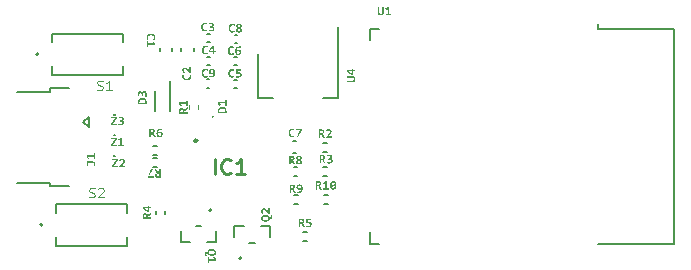
<source format=gbr>
%TF.GenerationSoftware,KiCad,Pcbnew,7.0.8*%
%TF.CreationDate,2023-12-18T21:49:31+05:30*%
%TF.ProjectId,ESP WROOM 32-Devkit V4,45535020-5752-44f4-9f4d-2033322d4465,rev?*%
%TF.SameCoordinates,Original*%
%TF.FileFunction,Legend,Top*%
%TF.FilePolarity,Positive*%
%FSLAX46Y46*%
G04 Gerber Fmt 4.6, Leading zero omitted, Abs format (unit mm)*
G04 Created by KiCad (PCBNEW 7.0.8) date 2023-12-18 21:49:31*
%MOMM*%
%LPD*%
G01*
G04 APERTURE LIST*
%ADD10C,0.150000*%
%ADD11C,0.100000*%
%ADD12C,0.254000*%
%ADD13C,0.120000*%
%ADD14C,0.127000*%
%ADD15C,0.200000*%
%ADD16C,0.250000*%
G04 APERTURE END LIST*
D10*
G36*
X124946133Y-100669289D02*
G01*
X124956977Y-100669552D01*
X124967625Y-100669989D01*
X124978078Y-100670603D01*
X124988334Y-100671391D01*
X124998395Y-100672354D01*
X125008260Y-100673493D01*
X125017929Y-100674807D01*
X125027402Y-100676295D01*
X125036680Y-100677960D01*
X125042756Y-100679166D01*
X125051715Y-100681152D01*
X125060419Y-100683370D01*
X125068870Y-100685823D01*
X125077066Y-100688509D01*
X125085008Y-100691428D01*
X125092696Y-100694581D01*
X125100130Y-100697968D01*
X125107310Y-100701588D01*
X125114235Y-100705441D01*
X125120906Y-100709529D01*
X125125213Y-100712383D01*
X125133514Y-100718419D01*
X125141320Y-100724901D01*
X125148632Y-100731828D01*
X125155450Y-100739201D01*
X125161773Y-100747020D01*
X125167601Y-100755285D01*
X125172935Y-100763995D01*
X125177774Y-100773151D01*
X125181056Y-100780294D01*
X125184016Y-100787730D01*
X125186652Y-100795457D01*
X125188966Y-100803477D01*
X125190957Y-100811788D01*
X125192625Y-100820391D01*
X125193970Y-100829287D01*
X125194993Y-100838474D01*
X125195692Y-100847953D01*
X125196069Y-100857724D01*
X125196141Y-100864400D01*
X125195961Y-100874032D01*
X125195420Y-100883390D01*
X125194519Y-100892473D01*
X125193259Y-100901281D01*
X125191637Y-100909814D01*
X125189656Y-100918072D01*
X125187314Y-100926056D01*
X125184612Y-100933765D01*
X125181584Y-100941205D01*
X125178262Y-100948383D01*
X125173698Y-100956986D01*
X125168676Y-100965178D01*
X125163195Y-100972961D01*
X125157257Y-100980333D01*
X125152177Y-100985935D01*
X125145504Y-100992569D01*
X125138431Y-100998792D01*
X125130956Y-101004606D01*
X125123082Y-101010008D01*
X125114806Y-101015001D01*
X125107897Y-101018700D01*
X125102547Y-101021302D01*
X125095238Y-101024547D01*
X125087770Y-101027542D01*
X125080144Y-101030287D01*
X125072358Y-101032781D01*
X125064414Y-101035025D01*
X125056312Y-101037019D01*
X125048050Y-101038762D01*
X125039630Y-101040255D01*
X125047763Y-101042347D01*
X125055677Y-101045327D01*
X125063372Y-101049194D01*
X125070847Y-101053948D01*
X125078103Y-101059589D01*
X125085139Y-101066118D01*
X125087892Y-101068978D01*
X125093409Y-101075200D01*
X125098920Y-101082143D01*
X125104424Y-101089806D01*
X125109923Y-101098189D01*
X125114043Y-101104950D01*
X125118159Y-101112116D01*
X125122272Y-101119687D01*
X125126382Y-101127663D01*
X125130488Y-101136045D01*
X125131856Y-101138929D01*
X125246748Y-101382000D01*
X125087892Y-101382000D01*
X124986873Y-101148894D01*
X124983130Y-101140846D01*
X124979033Y-101133311D01*
X124974582Y-101126289D01*
X124969776Y-101119780D01*
X124964617Y-101113784D01*
X124957669Y-101107010D01*
X124950168Y-101101038D01*
X124947013Y-101098873D01*
X124938795Y-101093976D01*
X124930137Y-101089909D01*
X124921041Y-101086672D01*
X124913448Y-101084679D01*
X124905574Y-101083219D01*
X124897420Y-101082289D01*
X124888984Y-101081890D01*
X124886832Y-101081874D01*
X124861039Y-101081874D01*
X124861039Y-101382000D01*
X124725827Y-101382000D01*
X124725827Y-100781748D01*
X124861039Y-100781748D01*
X124861039Y-100981832D01*
X124915945Y-100981832D01*
X124925628Y-100981675D01*
X124935015Y-100981202D01*
X124944107Y-100980415D01*
X124952902Y-100979313D01*
X124961402Y-100977896D01*
X124969606Y-100976165D01*
X124972805Y-100975384D01*
X124980623Y-100973155D01*
X124988078Y-100970621D01*
X124996545Y-100967177D01*
X125004491Y-100963294D01*
X125011914Y-100958971D01*
X125016573Y-100955845D01*
X125023092Y-100950722D01*
X125029021Y-100945174D01*
X125034358Y-100939200D01*
X125039105Y-100932800D01*
X125043261Y-100925974D01*
X125044515Y-100923605D01*
X125047901Y-100916158D01*
X125050587Y-100908327D01*
X125052572Y-100900111D01*
X125053857Y-100891511D01*
X125054441Y-100882526D01*
X125054480Y-100879445D01*
X125054184Y-100869923D01*
X125053298Y-100860919D01*
X125051821Y-100852433D01*
X125049754Y-100844467D01*
X125047095Y-100837019D01*
X125042632Y-100827895D01*
X125037118Y-100819693D01*
X125030554Y-100812413D01*
X125022940Y-100806055D01*
X125020872Y-100804609D01*
X125011994Y-100799251D01*
X125004646Y-100795702D01*
X124996707Y-100792554D01*
X124988178Y-100789808D01*
X124979058Y-100787464D01*
X124969347Y-100785521D01*
X124959045Y-100783981D01*
X124948152Y-100782842D01*
X124936669Y-100782105D01*
X124928686Y-100781838D01*
X124920439Y-100781748D01*
X124861039Y-100781748D01*
X124725827Y-100781748D01*
X124725827Y-100669201D01*
X124935094Y-100669201D01*
X124946133Y-100669289D01*
G37*
G36*
X125340928Y-101382000D02*
G01*
X125340928Y-101281762D01*
X125510725Y-101115091D01*
X125516635Y-101109207D01*
X125522394Y-101103425D01*
X125528004Y-101097746D01*
X125536139Y-101089419D01*
X125543936Y-101081321D01*
X125551398Y-101073454D01*
X125558522Y-101065817D01*
X125565310Y-101058410D01*
X125571762Y-101051234D01*
X125577877Y-101044287D01*
X125583655Y-101037571D01*
X125587320Y-101033221D01*
X125592625Y-101026838D01*
X125597697Y-101020586D01*
X125604096Y-101012452D01*
X125610080Y-101004551D01*
X125615649Y-100996882D01*
X125620803Y-100989445D01*
X125625541Y-100982240D01*
X125629864Y-100975266D01*
X125631870Y-100971867D01*
X125636492Y-100963484D01*
X125640590Y-100955312D01*
X125644163Y-100947349D01*
X125647211Y-100939596D01*
X125649735Y-100932053D01*
X125652070Y-100923279D01*
X125652386Y-100921846D01*
X125654113Y-100913211D01*
X125655482Y-100904453D01*
X125656494Y-100895571D01*
X125657149Y-100886565D01*
X125657447Y-100877436D01*
X125657467Y-100874365D01*
X125657149Y-100866243D01*
X125656195Y-100858289D01*
X125654605Y-100850503D01*
X125652380Y-100842885D01*
X125650823Y-100838608D01*
X125647627Y-100831319D01*
X125643264Y-100823561D01*
X125638144Y-100816414D01*
X125632267Y-100809878D01*
X125631479Y-100809103D01*
X125624799Y-100803168D01*
X125618253Y-100798496D01*
X125611052Y-100794310D01*
X125603197Y-100790610D01*
X125599630Y-100789173D01*
X125590991Y-100786280D01*
X125583169Y-100784366D01*
X125574962Y-100782974D01*
X125566371Y-100782104D01*
X125557395Y-100781756D01*
X125555862Y-100781748D01*
X125547965Y-100781898D01*
X125537601Y-100782562D01*
X125527427Y-100783757D01*
X125517442Y-100785483D01*
X125507646Y-100787741D01*
X125498040Y-100790530D01*
X125488623Y-100793850D01*
X125479395Y-100797702D01*
X125477118Y-100798748D01*
X125468139Y-100803178D01*
X125459276Y-100807968D01*
X125450529Y-100813118D01*
X125441898Y-100818629D01*
X125433383Y-100824500D01*
X125427073Y-100829140D01*
X125420828Y-100833982D01*
X125414649Y-100839027D01*
X125408534Y-100844274D01*
X125337606Y-100752635D01*
X125343489Y-100747256D01*
X125349464Y-100742013D01*
X125355530Y-100736906D01*
X125361688Y-100731935D01*
X125367938Y-100727100D01*
X125374279Y-100722400D01*
X125380712Y-100717837D01*
X125387236Y-100713409D01*
X125393852Y-100709117D01*
X125400560Y-100704961D01*
X125407359Y-100700941D01*
X125414250Y-100697057D01*
X125421232Y-100693309D01*
X125428306Y-100689696D01*
X125435471Y-100686220D01*
X125442728Y-100682879D01*
X125450093Y-100679708D01*
X125457532Y-100676742D01*
X125465047Y-100673981D01*
X125472636Y-100671424D01*
X125480300Y-100669071D01*
X125488038Y-100666924D01*
X125495852Y-100664980D01*
X125503740Y-100663242D01*
X125511703Y-100661707D01*
X125519741Y-100660378D01*
X125527854Y-100659253D01*
X125536041Y-100658332D01*
X125544303Y-100657616D01*
X125552641Y-100657105D01*
X125561052Y-100656798D01*
X125569539Y-100656696D01*
X125579343Y-100656814D01*
X125588972Y-100657170D01*
X125598426Y-100657762D01*
X125607705Y-100658592D01*
X125616809Y-100659658D01*
X125625737Y-100660962D01*
X125634490Y-100662502D01*
X125643068Y-100664280D01*
X125651471Y-100666294D01*
X125659699Y-100668546D01*
X125665087Y-100670178D01*
X125673002Y-100672783D01*
X125680701Y-100675614D01*
X125688183Y-100678672D01*
X125695449Y-100681957D01*
X125702499Y-100685468D01*
X125711562Y-100690503D01*
X125720240Y-100695940D01*
X125728534Y-100701780D01*
X125736443Y-100708024D01*
X125738360Y-100709648D01*
X125745766Y-100716398D01*
X125752746Y-100723557D01*
X125759297Y-100731126D01*
X125765422Y-100739103D01*
X125771119Y-100747490D01*
X125776388Y-100756286D01*
X125781230Y-100765491D01*
X125784582Y-100772663D01*
X125785645Y-100775105D01*
X125788648Y-100782575D01*
X125791356Y-100790259D01*
X125793768Y-100798155D01*
X125795885Y-100806264D01*
X125797707Y-100814586D01*
X125799233Y-100823121D01*
X125800463Y-100831870D01*
X125801399Y-100840831D01*
X125802039Y-100850005D01*
X125802383Y-100859392D01*
X125802449Y-100865768D01*
X125802348Y-100873705D01*
X125802044Y-100881542D01*
X125801323Y-100891837D01*
X125800243Y-100901955D01*
X125798801Y-100911895D01*
X125797000Y-100921659D01*
X125794839Y-100931246D01*
X125792317Y-100940655D01*
X125790921Y-100945293D01*
X125787874Y-100954449D01*
X125784497Y-100963550D01*
X125780791Y-100972597D01*
X125776755Y-100981588D01*
X125772389Y-100990524D01*
X125767693Y-100999405D01*
X125762668Y-101008232D01*
X125757313Y-101017003D01*
X125751680Y-101025701D01*
X125747243Y-101032229D01*
X125742624Y-101038760D01*
X125737823Y-101045294D01*
X125732840Y-101051832D01*
X125727675Y-101058373D01*
X125722328Y-101064918D01*
X125716798Y-101071466D01*
X125711087Y-101078018D01*
X125705194Y-101084573D01*
X125703189Y-101086759D01*
X125697100Y-101093349D01*
X125690849Y-101100005D01*
X125684437Y-101106726D01*
X125677864Y-101113512D01*
X125671129Y-101120364D01*
X125664233Y-101127281D01*
X125657175Y-101134263D01*
X125649956Y-101141310D01*
X125642576Y-101148423D01*
X125635034Y-101155601D01*
X125629916Y-101160422D01*
X125525575Y-101256947D01*
X125828437Y-101256947D01*
X125828437Y-101382000D01*
X125340928Y-101382000D01*
G37*
G36*
X115338692Y-94283589D02*
G01*
X115329743Y-94287057D01*
X115320850Y-94290353D01*
X115312011Y-94293477D01*
X115303228Y-94296430D01*
X115294499Y-94299211D01*
X115285826Y-94301820D01*
X115277207Y-94304258D01*
X115268643Y-94306523D01*
X115260134Y-94308617D01*
X115251680Y-94310540D01*
X115246075Y-94311726D01*
X115237653Y-94313402D01*
X115229165Y-94314913D01*
X115220612Y-94316260D01*
X115211994Y-94317441D01*
X115203311Y-94318458D01*
X115194562Y-94319310D01*
X115185748Y-94319996D01*
X115176869Y-94320519D01*
X115167924Y-94320876D01*
X115158915Y-94321068D01*
X115152872Y-94321105D01*
X115143269Y-94321016D01*
X115133806Y-94320751D01*
X115124481Y-94320308D01*
X115115295Y-94319688D01*
X115106248Y-94318891D01*
X115097340Y-94317917D01*
X115088571Y-94316766D01*
X115079941Y-94315438D01*
X115071450Y-94313933D01*
X115063097Y-94312251D01*
X115054884Y-94310392D01*
X115046810Y-94308355D01*
X115038874Y-94306142D01*
X115031077Y-94303751D01*
X115023419Y-94301184D01*
X115015901Y-94298439D01*
X115008524Y-94295495D01*
X115001292Y-94292379D01*
X114990716Y-94287381D01*
X114980466Y-94281995D01*
X114970543Y-94276220D01*
X114960946Y-94270058D01*
X114951675Y-94263508D01*
X114942731Y-94256569D01*
X114934113Y-94249242D01*
X114925821Y-94241527D01*
X114917855Y-94233424D01*
X114915273Y-94230637D01*
X114907787Y-94221984D01*
X114900645Y-94212949D01*
X114893847Y-94203533D01*
X114887392Y-94193735D01*
X114883280Y-94186992D01*
X114879320Y-94180079D01*
X114875513Y-94172997D01*
X114871858Y-94165745D01*
X114868357Y-94158324D01*
X114865007Y-94150733D01*
X114861811Y-94142973D01*
X114858767Y-94135044D01*
X114855876Y-94126945D01*
X114853137Y-94118676D01*
X114850582Y-94110239D01*
X114848191Y-94101634D01*
X114845966Y-94092861D01*
X114843905Y-94083921D01*
X114842009Y-94074812D01*
X114840278Y-94065535D01*
X114838712Y-94056091D01*
X114837310Y-94046478D01*
X114836074Y-94036698D01*
X114835002Y-94026749D01*
X114834095Y-94016633D01*
X114833353Y-94006349D01*
X114832776Y-93995897D01*
X114832364Y-93985277D01*
X114832117Y-93974489D01*
X114832035Y-93963533D01*
X114832125Y-93952279D01*
X114832395Y-93941182D01*
X114832845Y-93930242D01*
X114833476Y-93919460D01*
X114834286Y-93908834D01*
X114835277Y-93898366D01*
X114836448Y-93888055D01*
X114837799Y-93877902D01*
X114839330Y-93867905D01*
X114841041Y-93858066D01*
X114842932Y-93848384D01*
X114845004Y-93838859D01*
X114847255Y-93829492D01*
X114849687Y-93820282D01*
X114852299Y-93811229D01*
X114855091Y-93802333D01*
X114858050Y-93793578D01*
X114861164Y-93784995D01*
X114864431Y-93776584D01*
X114867853Y-93768347D01*
X114871429Y-93760281D01*
X114875159Y-93752388D01*
X114879043Y-93744668D01*
X114883081Y-93737120D01*
X114887274Y-93729745D01*
X114891621Y-93722542D01*
X114896122Y-93715511D01*
X114900777Y-93708654D01*
X114905586Y-93701968D01*
X114910549Y-93695455D01*
X114915667Y-93689115D01*
X114920939Y-93682947D01*
X114926383Y-93676956D01*
X114931970Y-93671147D01*
X114937698Y-93665520D01*
X114943568Y-93660074D01*
X114949580Y-93654809D01*
X114955734Y-93649727D01*
X114962031Y-93644826D01*
X114968469Y-93640107D01*
X114975049Y-93635569D01*
X114981771Y-93631213D01*
X114988635Y-93627039D01*
X114995641Y-93623046D01*
X115002789Y-93619236D01*
X115010078Y-93615606D01*
X115017510Y-93612159D01*
X115025084Y-93608893D01*
X115032812Y-93605793D01*
X115040658Y-93602893D01*
X115048621Y-93600194D01*
X115056701Y-93597694D01*
X115064900Y-93595394D01*
X115073215Y-93593295D01*
X115081648Y-93591395D01*
X115090199Y-93589695D01*
X115098868Y-93588195D01*
X115107653Y-93586895D01*
X115116557Y-93585796D01*
X115125578Y-93584896D01*
X115134716Y-93584196D01*
X115143972Y-93583696D01*
X115153346Y-93583396D01*
X115162837Y-93583296D01*
X115172033Y-93583337D01*
X115181009Y-93583461D01*
X115189765Y-93583667D01*
X115198301Y-93583955D01*
X115206618Y-93584326D01*
X115209341Y-93584468D01*
X115217447Y-93584903D01*
X115225498Y-93585476D01*
X115233493Y-93586186D01*
X115241434Y-93587033D01*
X115249320Y-93588017D01*
X115251937Y-93588376D01*
X115259791Y-93589544D01*
X115267672Y-93590849D01*
X115275581Y-93592292D01*
X115283517Y-93593872D01*
X115291481Y-93595589D01*
X115294142Y-93596192D01*
X115302257Y-93598047D01*
X115310482Y-93600094D01*
X115318817Y-93602333D01*
X115327261Y-93604765D01*
X115335816Y-93607389D01*
X115338692Y-93608306D01*
X115338692Y-93745864D01*
X115329974Y-93742157D01*
X115321331Y-93738656D01*
X115312764Y-93735361D01*
X115304272Y-93732272D01*
X115295856Y-93729389D01*
X115287515Y-93726712D01*
X115279250Y-93724242D01*
X115271061Y-93721977D01*
X115262947Y-93719919D01*
X115254909Y-93718066D01*
X115249592Y-93716946D01*
X115241746Y-93715409D01*
X115234033Y-93714024D01*
X115223958Y-93712412D01*
X115214121Y-93711069D01*
X115204522Y-93709994D01*
X115195162Y-93709188D01*
X115186039Y-93708651D01*
X115177155Y-93708382D01*
X115172802Y-93708348D01*
X115163334Y-93708508D01*
X115154127Y-93708987D01*
X115145181Y-93709786D01*
X115136495Y-93710904D01*
X115128071Y-93712341D01*
X115119908Y-93714098D01*
X115112006Y-93716174D01*
X115104365Y-93718570D01*
X115096985Y-93721285D01*
X115087552Y-93725402D01*
X115085266Y-93726520D01*
X115076427Y-93731243D01*
X115067985Y-93736424D01*
X115059941Y-93742063D01*
X115052293Y-93748160D01*
X115045042Y-93754715D01*
X115038188Y-93761728D01*
X115031731Y-93769198D01*
X115025670Y-93777127D01*
X115020047Y-93785477D01*
X115014802Y-93794212D01*
X115009935Y-93803331D01*
X115006533Y-93810423D01*
X115003345Y-93817732D01*
X115000369Y-93825256D01*
X114997607Y-93832998D01*
X114995057Y-93840955D01*
X114992720Y-93849129D01*
X114991281Y-93854699D01*
X114989325Y-93863204D01*
X114987562Y-93871867D01*
X114985992Y-93880689D01*
X114984613Y-93889668D01*
X114983427Y-93898805D01*
X114982433Y-93908101D01*
X114981632Y-93917554D01*
X114981023Y-93927165D01*
X114980606Y-93936935D01*
X114980382Y-93946862D01*
X114980339Y-93953568D01*
X114980437Y-93964161D01*
X114980730Y-93974545D01*
X114981220Y-93984719D01*
X114981905Y-93994683D01*
X114982786Y-94004438D01*
X114983863Y-94013984D01*
X114985135Y-94023320D01*
X114986604Y-94032446D01*
X114988268Y-94041363D01*
X114990128Y-94050071D01*
X114991476Y-94055759D01*
X114993709Y-94064065D01*
X114996159Y-94072131D01*
X114998825Y-94079957D01*
X115001707Y-94087541D01*
X115004806Y-94094886D01*
X115008121Y-94101990D01*
X115012877Y-94111088D01*
X115018019Y-94119759D01*
X115023545Y-94128002D01*
X115026452Y-94131963D01*
X115032567Y-94139547D01*
X115039091Y-94146666D01*
X115046025Y-94153322D01*
X115053367Y-94159514D01*
X115061119Y-94165241D01*
X115069280Y-94170505D01*
X115077850Y-94175304D01*
X115086829Y-94179639D01*
X115096275Y-94183486D01*
X115106148Y-94186820D01*
X115113834Y-94188984D01*
X115121760Y-94190859D01*
X115129927Y-94192446D01*
X115138333Y-94193744D01*
X115146981Y-94194754D01*
X115155869Y-94195475D01*
X115164997Y-94195908D01*
X115174365Y-94196052D01*
X115182456Y-94195903D01*
X115190827Y-94195454D01*
X115199478Y-94194706D01*
X115208410Y-94193659D01*
X115213640Y-94192926D01*
X115221574Y-94191685D01*
X115229549Y-94190307D01*
X115237565Y-94188791D01*
X115245623Y-94187138D01*
X115253722Y-94185347D01*
X115256431Y-94184720D01*
X115264610Y-94182753D01*
X115272734Y-94180662D01*
X115280803Y-94178448D01*
X115288818Y-94176110D01*
X115296777Y-94173648D01*
X115299418Y-94172800D01*
X115307228Y-94170156D01*
X115314832Y-94167497D01*
X115322231Y-94164825D01*
X115330602Y-94161690D01*
X115338692Y-94158537D01*
X115338692Y-94283589D01*
G37*
G36*
X115888336Y-94045990D02*
G01*
X115997171Y-94045990D01*
X115997171Y-94158537D01*
X115888336Y-94158537D01*
X115888336Y-94308600D01*
X115757617Y-94308600D01*
X115757617Y-94158537D01*
X115423493Y-94158537D01*
X115423493Y-94049311D01*
X115425545Y-94045990D01*
X115554798Y-94045990D01*
X115759180Y-94045990D01*
X115759180Y-93723394D01*
X115554798Y-94045990D01*
X115425545Y-94045990D01*
X115703688Y-93595801D01*
X115888336Y-93595801D01*
X115888336Y-94045990D01*
G37*
G36*
X113612000Y-98972107D02*
G01*
X113378894Y-99073126D01*
X113370846Y-99076869D01*
X113363311Y-99080966D01*
X113356289Y-99085417D01*
X113349780Y-99090223D01*
X113343784Y-99095382D01*
X113337010Y-99102330D01*
X113331038Y-99109831D01*
X113328873Y-99112986D01*
X113323976Y-99121204D01*
X113319909Y-99129862D01*
X113316672Y-99138958D01*
X113314679Y-99146551D01*
X113313219Y-99154425D01*
X113312289Y-99162579D01*
X113311890Y-99171015D01*
X113311874Y-99173167D01*
X113311874Y-99198960D01*
X113612000Y-99198960D01*
X113612000Y-99334172D01*
X112899201Y-99334172D01*
X112899201Y-99198960D01*
X113011748Y-99198960D01*
X113211832Y-99198960D01*
X113211832Y-99144054D01*
X113211675Y-99134371D01*
X113211202Y-99124984D01*
X113210415Y-99115892D01*
X113209313Y-99107097D01*
X113207896Y-99098597D01*
X113206165Y-99090393D01*
X113205384Y-99087194D01*
X113203155Y-99079376D01*
X113200621Y-99071921D01*
X113197177Y-99063454D01*
X113193294Y-99055508D01*
X113188971Y-99048085D01*
X113185845Y-99043426D01*
X113180722Y-99036907D01*
X113175174Y-99030978D01*
X113169200Y-99025641D01*
X113162800Y-99020894D01*
X113155974Y-99016738D01*
X113153605Y-99015484D01*
X113146158Y-99012098D01*
X113138327Y-99009412D01*
X113130111Y-99007427D01*
X113121511Y-99006142D01*
X113112526Y-99005558D01*
X113109445Y-99005519D01*
X113099923Y-99005815D01*
X113090919Y-99006701D01*
X113082433Y-99008178D01*
X113074467Y-99010245D01*
X113067019Y-99012904D01*
X113057895Y-99017367D01*
X113049693Y-99022881D01*
X113042413Y-99029445D01*
X113036055Y-99037059D01*
X113034609Y-99039127D01*
X113029251Y-99048005D01*
X113025702Y-99055353D01*
X113022554Y-99063292D01*
X113019808Y-99071821D01*
X113017464Y-99080941D01*
X113015521Y-99090652D01*
X113013981Y-99100954D01*
X113012842Y-99111847D01*
X113012105Y-99123330D01*
X113011838Y-99131313D01*
X113011748Y-99139560D01*
X113011748Y-99198960D01*
X112899201Y-99198960D01*
X112899201Y-99124905D01*
X112899289Y-99113866D01*
X112899552Y-99103022D01*
X112899989Y-99092374D01*
X112900603Y-99081921D01*
X112901391Y-99071665D01*
X112902354Y-99061604D01*
X112903493Y-99051739D01*
X112904807Y-99042070D01*
X112906295Y-99032597D01*
X112907960Y-99023319D01*
X112909166Y-99017243D01*
X112911152Y-99008284D01*
X112913370Y-98999580D01*
X112915823Y-98991129D01*
X112918509Y-98982933D01*
X112921428Y-98974991D01*
X112924581Y-98967303D01*
X112927968Y-98959869D01*
X112931588Y-98952689D01*
X112935441Y-98945764D01*
X112939529Y-98939093D01*
X112942383Y-98934786D01*
X112948419Y-98926485D01*
X112954901Y-98918679D01*
X112961828Y-98911367D01*
X112969201Y-98904549D01*
X112977020Y-98898226D01*
X112985285Y-98892398D01*
X112993995Y-98887064D01*
X113003151Y-98882225D01*
X113010294Y-98878943D01*
X113017730Y-98875983D01*
X113025457Y-98873347D01*
X113033477Y-98871033D01*
X113041788Y-98869042D01*
X113050391Y-98867374D01*
X113059287Y-98866029D01*
X113068474Y-98865006D01*
X113077953Y-98864307D01*
X113087724Y-98863930D01*
X113094400Y-98863858D01*
X113104032Y-98864038D01*
X113113390Y-98864579D01*
X113122473Y-98865480D01*
X113131281Y-98866740D01*
X113139814Y-98868362D01*
X113148072Y-98870343D01*
X113156056Y-98872685D01*
X113163765Y-98875387D01*
X113171205Y-98878415D01*
X113178383Y-98881737D01*
X113186986Y-98886301D01*
X113195178Y-98891323D01*
X113202961Y-98896804D01*
X113210333Y-98902742D01*
X113215935Y-98907822D01*
X113222569Y-98914495D01*
X113228792Y-98921568D01*
X113234606Y-98929043D01*
X113240008Y-98936917D01*
X113245001Y-98945193D01*
X113248700Y-98952102D01*
X113251302Y-98957452D01*
X113254547Y-98964761D01*
X113257542Y-98972229D01*
X113260287Y-98979855D01*
X113262781Y-98987641D01*
X113265025Y-98995585D01*
X113267019Y-99003687D01*
X113268762Y-99011949D01*
X113270255Y-99020369D01*
X113272347Y-99012236D01*
X113275327Y-99004322D01*
X113279194Y-98996627D01*
X113283948Y-98989152D01*
X113289589Y-98981896D01*
X113296118Y-98974860D01*
X113298978Y-98972107D01*
X113305200Y-98966590D01*
X113312143Y-98961079D01*
X113319806Y-98955575D01*
X113328189Y-98950076D01*
X113334950Y-98945956D01*
X113342116Y-98941840D01*
X113349687Y-98937727D01*
X113357663Y-98933617D01*
X113366045Y-98929511D01*
X113368929Y-98928143D01*
X113612000Y-98813251D01*
X113612000Y-98972107D01*
G37*
G36*
X113612000Y-98706371D02*
G01*
X113486947Y-98706371D01*
X113486947Y-98523482D01*
X113038127Y-98523482D01*
X113124295Y-98682923D01*
X113011748Y-98726887D01*
X112899201Y-98498666D01*
X112899201Y-98386119D01*
X113486947Y-98386119D01*
X113486947Y-98228436D01*
X113612000Y-98228436D01*
X113612000Y-98706371D01*
G37*
D11*
X105970475Y-97296800D02*
X106084761Y-97334895D01*
X106084761Y-97334895D02*
X106275237Y-97334895D01*
X106275237Y-97334895D02*
X106351428Y-97296800D01*
X106351428Y-97296800D02*
X106389523Y-97258704D01*
X106389523Y-97258704D02*
X106427618Y-97182514D01*
X106427618Y-97182514D02*
X106427618Y-97106323D01*
X106427618Y-97106323D02*
X106389523Y-97030133D01*
X106389523Y-97030133D02*
X106351428Y-96992038D01*
X106351428Y-96992038D02*
X106275237Y-96953942D01*
X106275237Y-96953942D02*
X106122856Y-96915847D01*
X106122856Y-96915847D02*
X106046666Y-96877752D01*
X106046666Y-96877752D02*
X106008571Y-96839657D01*
X106008571Y-96839657D02*
X105970475Y-96763466D01*
X105970475Y-96763466D02*
X105970475Y-96687276D01*
X105970475Y-96687276D02*
X106008571Y-96611085D01*
X106008571Y-96611085D02*
X106046666Y-96572990D01*
X106046666Y-96572990D02*
X106122856Y-96534895D01*
X106122856Y-96534895D02*
X106313333Y-96534895D01*
X106313333Y-96534895D02*
X106427618Y-96572990D01*
X107189523Y-97334895D02*
X106732380Y-97334895D01*
X106960952Y-97334895D02*
X106960952Y-96534895D01*
X106960952Y-96534895D02*
X106884761Y-96649180D01*
X106884761Y-96649180D02*
X106808571Y-96725371D01*
X106808571Y-96725371D02*
X106732380Y-96763466D01*
D10*
G36*
X127542385Y-96158158D02*
G01*
X127550844Y-96158230D01*
X127559174Y-96158445D01*
X127567373Y-96158804D01*
X127575443Y-96159306D01*
X127583383Y-96159952D01*
X127591194Y-96160741D01*
X127602666Y-96162194D01*
X127613847Y-96163970D01*
X127624735Y-96166068D01*
X127635332Y-96168490D01*
X127645636Y-96171234D01*
X127655649Y-96174301D01*
X127662162Y-96176525D01*
X127671683Y-96180110D01*
X127680901Y-96183976D01*
X127689818Y-96188124D01*
X127698432Y-96192554D01*
X127706744Y-96197265D01*
X127714753Y-96202258D01*
X127722461Y-96207532D01*
X127729866Y-96213089D01*
X127736969Y-96218926D01*
X127743769Y-96225046D01*
X127748135Y-96229282D01*
X127754401Y-96235862D01*
X127760374Y-96242707D01*
X127766056Y-96249816D01*
X127771445Y-96257190D01*
X127776543Y-96264828D01*
X127781348Y-96272730D01*
X127785862Y-96280898D01*
X127790084Y-96289329D01*
X127794014Y-96298025D01*
X127797652Y-96306986D01*
X127799915Y-96313106D01*
X127803022Y-96322482D01*
X127805825Y-96332070D01*
X127808321Y-96341871D01*
X127810512Y-96351886D01*
X127812397Y-96362113D01*
X127813976Y-96372553D01*
X127815250Y-96383206D01*
X127816218Y-96394073D01*
X127816880Y-96405152D01*
X127817237Y-96416444D01*
X127817305Y-96424090D01*
X127817237Y-96432659D01*
X127817033Y-96441074D01*
X127816693Y-96449335D01*
X127816218Y-96457441D01*
X127815606Y-96465394D01*
X127814859Y-96473192D01*
X127813484Y-96484600D01*
X127811802Y-96495662D01*
X127809815Y-96506376D01*
X127807523Y-96516744D01*
X127804924Y-96526764D01*
X127802020Y-96536438D01*
X127799915Y-96542694D01*
X127796485Y-96551800D01*
X127792791Y-96560580D01*
X127788833Y-96569033D01*
X127784610Y-96577160D01*
X127780122Y-96584961D01*
X127775371Y-96592435D01*
X127770354Y-96599583D01*
X127765073Y-96606405D01*
X127759528Y-96612901D01*
X127753718Y-96619070D01*
X127749698Y-96623001D01*
X127743420Y-96628606D01*
X127736894Y-96633914D01*
X127730121Y-96638928D01*
X127723100Y-96643646D01*
X127715833Y-96648069D01*
X127708317Y-96652196D01*
X127700555Y-96656028D01*
X127692545Y-96659565D01*
X127684289Y-96662806D01*
X127675784Y-96665752D01*
X127669977Y-96667551D01*
X127661085Y-96669996D01*
X127651994Y-96672200D01*
X127642703Y-96674163D01*
X127633213Y-96675886D01*
X127623524Y-96677369D01*
X127613635Y-96678611D01*
X127603548Y-96679613D01*
X127593261Y-96680374D01*
X127582775Y-96680895D01*
X127572089Y-96681175D01*
X127564855Y-96681229D01*
X127092001Y-96681229D01*
X127092001Y-96546016D01*
X127555281Y-96546016D01*
X127564095Y-96545918D01*
X127572659Y-96545625D01*
X127580972Y-96545137D01*
X127589035Y-96544453D01*
X127596848Y-96543574D01*
X127606262Y-96542200D01*
X127615285Y-96540521D01*
X127618784Y-96539763D01*
X127627250Y-96537524D01*
X127635305Y-96534837D01*
X127642950Y-96531701D01*
X127650185Y-96528116D01*
X127657009Y-96524083D01*
X127663423Y-96519602D01*
X127665874Y-96517684D01*
X127672792Y-96511540D01*
X127679036Y-96504834D01*
X127684607Y-96497564D01*
X127689505Y-96489730D01*
X127693072Y-96482772D01*
X127694988Y-96478410D01*
X127697802Y-96470730D01*
X127700140Y-96462469D01*
X127702000Y-96453626D01*
X127703384Y-96444200D01*
X127704147Y-96436241D01*
X127704605Y-96427909D01*
X127704758Y-96419205D01*
X127704626Y-96410968D01*
X127704233Y-96403061D01*
X127703371Y-96393640D01*
X127702099Y-96384735D01*
X127700417Y-96376345D01*
X127698325Y-96368470D01*
X127696356Y-96362541D01*
X127692841Y-96354169D01*
X127688598Y-96346348D01*
X127683627Y-96339075D01*
X127677928Y-96332352D01*
X127671500Y-96326179D01*
X127669196Y-96324244D01*
X127661791Y-96318730D01*
X127655053Y-96314555D01*
X127647800Y-96310761D01*
X127640032Y-96307350D01*
X127631749Y-96304319D01*
X127622950Y-96301671D01*
X127621129Y-96301187D01*
X127611608Y-96298935D01*
X127603559Y-96297409D01*
X127595125Y-96296127D01*
X127586306Y-96295089D01*
X127577103Y-96294295D01*
X127567515Y-96293745D01*
X127557542Y-96293440D01*
X127549810Y-96293371D01*
X127092001Y-96293371D01*
X127092001Y-96158158D01*
X127542385Y-96158158D01*
G37*
G36*
X127654737Y-95627663D02*
G01*
X127804800Y-95627663D01*
X127804800Y-95758382D01*
X127654737Y-95758382D01*
X127654737Y-96092506D01*
X127545511Y-96092506D01*
X127092001Y-95812311D01*
X127092001Y-95756819D01*
X127219594Y-95756819D01*
X127542190Y-95961201D01*
X127542190Y-95756819D01*
X127219594Y-95756819D01*
X127092001Y-95756819D01*
X127092001Y-95627663D01*
X127542190Y-95627663D01*
X127542190Y-95518828D01*
X127654737Y-95518828D01*
X127654737Y-95627663D01*
G37*
G36*
X122469333Y-105337889D02*
G01*
X122480177Y-105338152D01*
X122490825Y-105338589D01*
X122501278Y-105339203D01*
X122511534Y-105339991D01*
X122521595Y-105340954D01*
X122531460Y-105342093D01*
X122541129Y-105343407D01*
X122550602Y-105344895D01*
X122559880Y-105346560D01*
X122565956Y-105347766D01*
X122574915Y-105349752D01*
X122583619Y-105351970D01*
X122592070Y-105354423D01*
X122600266Y-105357109D01*
X122608208Y-105360028D01*
X122615896Y-105363181D01*
X122623330Y-105366568D01*
X122630510Y-105370188D01*
X122637435Y-105374041D01*
X122644106Y-105378129D01*
X122648413Y-105380983D01*
X122656714Y-105387019D01*
X122664520Y-105393501D01*
X122671832Y-105400428D01*
X122678650Y-105407801D01*
X122684973Y-105415620D01*
X122690801Y-105423885D01*
X122696135Y-105432595D01*
X122700974Y-105441751D01*
X122704256Y-105448894D01*
X122707216Y-105456330D01*
X122709852Y-105464057D01*
X122712166Y-105472077D01*
X122714157Y-105480388D01*
X122715825Y-105488991D01*
X122717170Y-105497887D01*
X122718193Y-105507074D01*
X122718892Y-105516553D01*
X122719269Y-105526324D01*
X122719341Y-105533000D01*
X122719161Y-105542632D01*
X122718620Y-105551990D01*
X122717719Y-105561073D01*
X122716459Y-105569881D01*
X122714837Y-105578414D01*
X122712856Y-105586672D01*
X122710514Y-105594656D01*
X122707812Y-105602365D01*
X122704784Y-105609805D01*
X122701462Y-105616983D01*
X122696898Y-105625586D01*
X122691876Y-105633778D01*
X122686395Y-105641561D01*
X122680457Y-105648933D01*
X122675377Y-105654535D01*
X122668704Y-105661169D01*
X122661631Y-105667392D01*
X122654156Y-105673206D01*
X122646282Y-105678608D01*
X122638006Y-105683601D01*
X122631097Y-105687300D01*
X122625747Y-105689902D01*
X122618438Y-105693147D01*
X122610970Y-105696142D01*
X122603344Y-105698887D01*
X122595558Y-105701381D01*
X122587614Y-105703625D01*
X122579512Y-105705619D01*
X122571250Y-105707362D01*
X122562830Y-105708855D01*
X122570963Y-105710947D01*
X122578877Y-105713927D01*
X122586572Y-105717794D01*
X122594047Y-105722548D01*
X122601303Y-105728189D01*
X122608339Y-105734718D01*
X122611092Y-105737578D01*
X122616609Y-105743800D01*
X122622120Y-105750743D01*
X122627624Y-105758406D01*
X122633123Y-105766789D01*
X122637243Y-105773550D01*
X122641359Y-105780716D01*
X122645472Y-105788287D01*
X122649582Y-105796263D01*
X122653688Y-105804645D01*
X122655056Y-105807529D01*
X122769948Y-106050600D01*
X122611092Y-106050600D01*
X122510073Y-105817494D01*
X122506330Y-105809446D01*
X122502233Y-105801911D01*
X122497782Y-105794889D01*
X122492976Y-105788380D01*
X122487817Y-105782384D01*
X122480869Y-105775610D01*
X122473368Y-105769638D01*
X122470213Y-105767473D01*
X122461995Y-105762576D01*
X122453337Y-105758509D01*
X122444241Y-105755272D01*
X122436648Y-105753279D01*
X122428774Y-105751819D01*
X122420620Y-105750889D01*
X122412184Y-105750490D01*
X122410032Y-105750474D01*
X122384239Y-105750474D01*
X122384239Y-106050600D01*
X122249027Y-106050600D01*
X122249027Y-105450348D01*
X122384239Y-105450348D01*
X122384239Y-105650432D01*
X122439145Y-105650432D01*
X122448828Y-105650275D01*
X122458215Y-105649802D01*
X122467307Y-105649015D01*
X122476102Y-105647913D01*
X122484602Y-105646496D01*
X122492806Y-105644765D01*
X122496005Y-105643984D01*
X122503823Y-105641755D01*
X122511278Y-105639221D01*
X122519745Y-105635777D01*
X122527691Y-105631894D01*
X122535114Y-105627571D01*
X122539773Y-105624445D01*
X122546292Y-105619322D01*
X122552221Y-105613774D01*
X122557558Y-105607800D01*
X122562305Y-105601400D01*
X122566461Y-105594574D01*
X122567715Y-105592205D01*
X122571101Y-105584758D01*
X122573787Y-105576927D01*
X122575772Y-105568711D01*
X122577057Y-105560111D01*
X122577641Y-105551126D01*
X122577680Y-105548045D01*
X122577384Y-105538523D01*
X122576498Y-105529519D01*
X122575021Y-105521033D01*
X122572954Y-105513067D01*
X122570295Y-105505619D01*
X122565832Y-105496495D01*
X122560318Y-105488293D01*
X122553754Y-105481013D01*
X122546140Y-105474655D01*
X122544072Y-105473209D01*
X122535194Y-105467851D01*
X122527846Y-105464302D01*
X122519907Y-105461154D01*
X122511378Y-105458408D01*
X122502258Y-105456064D01*
X122492547Y-105454121D01*
X122482245Y-105452581D01*
X122471352Y-105451442D01*
X122459869Y-105450705D01*
X122451886Y-105450438D01*
X122443639Y-105450348D01*
X122384239Y-105450348D01*
X122249027Y-105450348D01*
X122249027Y-105337801D01*
X122458294Y-105337801D01*
X122469333Y-105337889D01*
G37*
G36*
X123105328Y-105325435D02*
G01*
X123115616Y-105325852D01*
X123125752Y-105326548D01*
X123135738Y-105327522D01*
X123145573Y-105328774D01*
X123155256Y-105330304D01*
X123164788Y-105332112D01*
X123174170Y-105334199D01*
X123183400Y-105336563D01*
X123192479Y-105339206D01*
X123198447Y-105341123D01*
X123207238Y-105344284D01*
X123215806Y-105347834D01*
X123224151Y-105351772D01*
X123232272Y-105356098D01*
X123240170Y-105360812D01*
X123247845Y-105365914D01*
X123255296Y-105371405D01*
X123262525Y-105377283D01*
X123269530Y-105383550D01*
X123276311Y-105390204D01*
X123280708Y-105394856D01*
X123287131Y-105402184D01*
X123293282Y-105409951D01*
X123299161Y-105418157D01*
X123304769Y-105426803D01*
X123310106Y-105435889D01*
X123315172Y-105445415D01*
X123319966Y-105455380D01*
X123324489Y-105465784D01*
X123328740Y-105476629D01*
X123331424Y-105484103D01*
X123333987Y-105491772D01*
X123335223Y-105495680D01*
X123337590Y-105503639D01*
X123339803Y-105511836D01*
X123341864Y-105520272D01*
X123343772Y-105528946D01*
X123345527Y-105537857D01*
X123347130Y-105547007D01*
X123348580Y-105556395D01*
X123349878Y-105566022D01*
X123351023Y-105575886D01*
X123352015Y-105585989D01*
X123352855Y-105596329D01*
X123353542Y-105606908D01*
X123354076Y-105617725D01*
X123354458Y-105628780D01*
X123354687Y-105640073D01*
X123354763Y-105651604D01*
X123354707Y-105662023D01*
X123354540Y-105672273D01*
X123354261Y-105682356D01*
X123353871Y-105692271D01*
X123353370Y-105702018D01*
X123352757Y-105711597D01*
X123352033Y-105721008D01*
X123351197Y-105730251D01*
X123350250Y-105739326D01*
X123349191Y-105748233D01*
X123348021Y-105756972D01*
X123346739Y-105765544D01*
X123345347Y-105773947D01*
X123343842Y-105782183D01*
X123342226Y-105790250D01*
X123340499Y-105798150D01*
X123338670Y-105805894D01*
X123336747Y-105813495D01*
X123333688Y-105824626D01*
X123330420Y-105835435D01*
X123326943Y-105845921D01*
X123323256Y-105856084D01*
X123319359Y-105865925D01*
X123315253Y-105875442D01*
X123310937Y-105884637D01*
X123306412Y-105893509D01*
X123301677Y-105902057D01*
X123300052Y-105904835D01*
X123295089Y-105912978D01*
X123289943Y-105920845D01*
X123284615Y-105928438D01*
X123279106Y-105935757D01*
X123273414Y-105942800D01*
X123267540Y-105949568D01*
X123261484Y-105956062D01*
X123255246Y-105962281D01*
X123248826Y-105968226D01*
X123242224Y-105973895D01*
X123237722Y-105977522D01*
X123230839Y-105982730D01*
X123223818Y-105987728D01*
X123216660Y-105992516D01*
X123209365Y-105997095D01*
X123201932Y-106001465D01*
X123194362Y-106005624D01*
X123186655Y-106009575D01*
X123178810Y-106013316D01*
X123170828Y-106016847D01*
X123162709Y-106020169D01*
X123157219Y-106022267D01*
X123148884Y-106025254D01*
X123140440Y-106028058D01*
X123131885Y-106030681D01*
X123123221Y-106033121D01*
X123114446Y-106035379D01*
X123105562Y-106037455D01*
X123096568Y-106039350D01*
X123087463Y-106041062D01*
X123078249Y-106042592D01*
X123068925Y-106043940D01*
X123062648Y-106044738D01*
X123053202Y-106045785D01*
X123043694Y-106046730D01*
X123034124Y-106047571D01*
X123024492Y-106048310D01*
X123014798Y-106048945D01*
X123005042Y-106049478D01*
X122995225Y-106049907D01*
X122985346Y-106050233D01*
X122975404Y-106050456D01*
X122965402Y-106050577D01*
X122958699Y-106050600D01*
X122875656Y-106050600D01*
X122875656Y-105938052D01*
X122973549Y-105938052D01*
X122981501Y-105938010D01*
X122993118Y-105937790D01*
X123004360Y-105937381D01*
X123015228Y-105936783D01*
X123025721Y-105935995D01*
X123035840Y-105935019D01*
X123045585Y-105933854D01*
X123054955Y-105932501D01*
X123063951Y-105930958D01*
X123072573Y-105929226D01*
X123080820Y-105927306D01*
X123088771Y-105925166D01*
X123096429Y-105922852D01*
X123106187Y-105919494D01*
X123115425Y-105915824D01*
X123124145Y-105911843D01*
X123132345Y-105907550D01*
X123140027Y-105902946D01*
X123147189Y-105898031D01*
X123150576Y-105895456D01*
X123157051Y-105890068D01*
X123163093Y-105884356D01*
X123168702Y-105878320D01*
X123173877Y-105871960D01*
X123178618Y-105865277D01*
X123182926Y-105858270D01*
X123186800Y-105850940D01*
X123190241Y-105843286D01*
X123193331Y-105835232D01*
X123196152Y-105826702D01*
X123198704Y-105817696D01*
X123200988Y-105808213D01*
X123203003Y-105798254D01*
X123204337Y-105790472D01*
X123205521Y-105782422D01*
X123206554Y-105774105D01*
X123207436Y-105765519D01*
X123208608Y-105750474D01*
X123201201Y-105754486D01*
X123193538Y-105758314D01*
X123185619Y-105761959D01*
X123177443Y-105765422D01*
X123169010Y-105768701D01*
X123160321Y-105771796D01*
X123151376Y-105774709D01*
X123142174Y-105777438D01*
X123132835Y-105779911D01*
X123123477Y-105782054D01*
X123114101Y-105783868D01*
X123104707Y-105785352D01*
X123095295Y-105786506D01*
X123085864Y-105787330D01*
X123076415Y-105787825D01*
X123066947Y-105787990D01*
X123057246Y-105787883D01*
X123047706Y-105787564D01*
X123038328Y-105787031D01*
X123029111Y-105786286D01*
X123020055Y-105785328D01*
X123011161Y-105784157D01*
X123002429Y-105782772D01*
X122993857Y-105781175D01*
X122985448Y-105779365D01*
X122977199Y-105777342D01*
X122971790Y-105775875D01*
X122963870Y-105773477D01*
X122956155Y-105770824D01*
X122948647Y-105767917D01*
X122941345Y-105764756D01*
X122934249Y-105761341D01*
X122925108Y-105756392D01*
X122916334Y-105750991D01*
X122907926Y-105745138D01*
X122899884Y-105738834D01*
X122897931Y-105737187D01*
X122890384Y-105730299D01*
X122883276Y-105722923D01*
X122876609Y-105715059D01*
X122870380Y-105706706D01*
X122865998Y-105700120D01*
X122861862Y-105693260D01*
X122857974Y-105686125D01*
X122854334Y-105678715D01*
X122850940Y-105671031D01*
X122849864Y-105668408D01*
X122846826Y-105660307D01*
X122844087Y-105651904D01*
X122841647Y-105643198D01*
X122839505Y-105634190D01*
X122837662Y-105624880D01*
X122836118Y-105615267D01*
X122834873Y-105605352D01*
X122833927Y-105595135D01*
X122833280Y-105584616D01*
X122832931Y-105573795D01*
X122832865Y-105566412D01*
X122832974Y-105559964D01*
X122972376Y-105559964D01*
X122972646Y-105570691D01*
X122973455Y-105580888D01*
X122974803Y-105590557D01*
X122976690Y-105599697D01*
X122979117Y-105608307D01*
X122982083Y-105616389D01*
X122985588Y-105623942D01*
X122989632Y-105630966D01*
X122994216Y-105637461D01*
X122999338Y-105643427D01*
X123003053Y-105647110D01*
X123009048Y-105652174D01*
X123015455Y-105656739D01*
X123022274Y-105660806D01*
X123029505Y-105664375D01*
X123037148Y-105667446D01*
X123045203Y-105670020D01*
X123053671Y-105672095D01*
X123062551Y-105673672D01*
X123071843Y-105674751D01*
X123081547Y-105675332D01*
X123088245Y-105675442D01*
X123096753Y-105675226D01*
X123104575Y-105674670D01*
X123112641Y-105673773D01*
X123119899Y-105672707D01*
X123128289Y-105671205D01*
X123136654Y-105669434D01*
X123144995Y-105667395D01*
X123153311Y-105665087D01*
X123161603Y-105662473D01*
X123169676Y-105659713D01*
X123177528Y-105656807D01*
X123185161Y-105653754D01*
X123192549Y-105650481D01*
X123200306Y-105646682D01*
X123207476Y-105642760D01*
X123211930Y-105640076D01*
X123211873Y-105630947D01*
X123211703Y-105622024D01*
X123211420Y-105613306D01*
X123211023Y-105604795D01*
X123210513Y-105596490D01*
X123209889Y-105588391D01*
X123209153Y-105580498D01*
X123207994Y-105570295D01*
X123206634Y-105560458D01*
X123205482Y-105553321D01*
X123203787Y-105544128D01*
X123201830Y-105535308D01*
X123199611Y-105526860D01*
X123197129Y-105518785D01*
X123194384Y-105511082D01*
X123191377Y-105503752D01*
X123187248Y-105495113D01*
X123184574Y-105490209D01*
X123179832Y-105482454D01*
X123174641Y-105475310D01*
X123169001Y-105468776D01*
X123162913Y-105462854D01*
X123156377Y-105457541D01*
X123149392Y-105452840D01*
X123146473Y-105451130D01*
X123138817Y-105447302D01*
X123130627Y-105444123D01*
X123121903Y-105441593D01*
X123112645Y-105439712D01*
X123104854Y-105438673D01*
X123096720Y-105438051D01*
X123088245Y-105437843D01*
X123080121Y-105438058D01*
X123072236Y-105438702D01*
X123063088Y-105440041D01*
X123054284Y-105441999D01*
X123045823Y-105444575D01*
X123040373Y-105446636D01*
X123032600Y-105450194D01*
X123025252Y-105454274D01*
X123018330Y-105458877D01*
X123011834Y-105464001D01*
X123005763Y-105469648D01*
X123003835Y-105471646D01*
X122998433Y-105477881D01*
X122993512Y-105484570D01*
X122989073Y-105491712D01*
X122985114Y-105499307D01*
X122981635Y-105507355D01*
X122980583Y-105510139D01*
X122977794Y-105518678D01*
X122975582Y-105527587D01*
X122974179Y-105535295D01*
X122973178Y-105543261D01*
X122972577Y-105551484D01*
X122972376Y-105559964D01*
X122832974Y-105559964D01*
X122833036Y-105556315D01*
X122833552Y-105546393D01*
X122834410Y-105536646D01*
X122835612Y-105527074D01*
X122837158Y-105517677D01*
X122839047Y-105508456D01*
X122841280Y-105499410D01*
X122843856Y-105490538D01*
X122846775Y-105481842D01*
X122850038Y-105473322D01*
X122852404Y-105467738D01*
X122856202Y-105459500D01*
X122860267Y-105451492D01*
X122864601Y-105443715D01*
X122869202Y-105436167D01*
X122874071Y-105428849D01*
X122879208Y-105421762D01*
X122884613Y-105414905D01*
X122890286Y-105408277D01*
X122896227Y-105401880D01*
X122902436Y-105395713D01*
X122906724Y-105391730D01*
X122913397Y-105385920D01*
X122920300Y-105380361D01*
X122927433Y-105375053D01*
X122934796Y-105369995D01*
X122942390Y-105365189D01*
X122950213Y-105360633D01*
X122958267Y-105356327D01*
X122966551Y-105352273D01*
X122975065Y-105348469D01*
X122983809Y-105344916D01*
X122989766Y-105342686D01*
X122998858Y-105339578D01*
X123008107Y-105336776D01*
X123017515Y-105334280D01*
X123027081Y-105332089D01*
X123036804Y-105330204D01*
X123046686Y-105328625D01*
X123056725Y-105327351D01*
X123066923Y-105326383D01*
X123077278Y-105325721D01*
X123087792Y-105325364D01*
X123094888Y-105325296D01*
X123105328Y-105325435D01*
G37*
G36*
X111075926Y-104293105D02*
G01*
X111079669Y-104301153D01*
X111083766Y-104308688D01*
X111088217Y-104315710D01*
X111093023Y-104322219D01*
X111098182Y-104328215D01*
X111105130Y-104334989D01*
X111112631Y-104340961D01*
X111115786Y-104343126D01*
X111124004Y-104348023D01*
X111132662Y-104352090D01*
X111141758Y-104355327D01*
X111149351Y-104357320D01*
X111157225Y-104358780D01*
X111165379Y-104359710D01*
X111173815Y-104360109D01*
X111175967Y-104360125D01*
X111201760Y-104360125D01*
X111201760Y-104060000D01*
X111336972Y-104060000D01*
X111336972Y-104772798D01*
X111127705Y-104772798D01*
X111116666Y-104772710D01*
X111105822Y-104772447D01*
X111095174Y-104772010D01*
X111084721Y-104771396D01*
X111074465Y-104770608D01*
X111064404Y-104769645D01*
X111054539Y-104768506D01*
X111044870Y-104767192D01*
X111035397Y-104765704D01*
X111026119Y-104764039D01*
X111020043Y-104762833D01*
X111011084Y-104760847D01*
X111002380Y-104758629D01*
X110993929Y-104756176D01*
X110985733Y-104753490D01*
X110977791Y-104750571D01*
X110970103Y-104747418D01*
X110962669Y-104744031D01*
X110955489Y-104740411D01*
X110948564Y-104736558D01*
X110941893Y-104732470D01*
X110937586Y-104729616D01*
X110929285Y-104723580D01*
X110921479Y-104717098D01*
X110914167Y-104710171D01*
X110907349Y-104702798D01*
X110901026Y-104694979D01*
X110895198Y-104686714D01*
X110889864Y-104678004D01*
X110885025Y-104668848D01*
X110881743Y-104661705D01*
X110878783Y-104654269D01*
X110876147Y-104646542D01*
X110873833Y-104638522D01*
X110871842Y-104630211D01*
X110870174Y-104621608D01*
X110868829Y-104612712D01*
X110867806Y-104603525D01*
X110867107Y-104594046D01*
X110866730Y-104584275D01*
X110866658Y-104577599D01*
X110866838Y-104567967D01*
X110867151Y-104562554D01*
X111008319Y-104562554D01*
X111008615Y-104572076D01*
X111009501Y-104581080D01*
X111010978Y-104589566D01*
X111013045Y-104597532D01*
X111015704Y-104604980D01*
X111020167Y-104614104D01*
X111025681Y-104622306D01*
X111032245Y-104629586D01*
X111039859Y-104635944D01*
X111041927Y-104637390D01*
X111050805Y-104642748D01*
X111058153Y-104646297D01*
X111066092Y-104649445D01*
X111074621Y-104652191D01*
X111083741Y-104654535D01*
X111093452Y-104656478D01*
X111103754Y-104658018D01*
X111114647Y-104659157D01*
X111126130Y-104659894D01*
X111134113Y-104660161D01*
X111142360Y-104660251D01*
X111201760Y-104660251D01*
X111201760Y-104460167D01*
X111146854Y-104460167D01*
X111137171Y-104460324D01*
X111127784Y-104460797D01*
X111118692Y-104461584D01*
X111109897Y-104462686D01*
X111101397Y-104464103D01*
X111093193Y-104465834D01*
X111089994Y-104466615D01*
X111082176Y-104468844D01*
X111074721Y-104471378D01*
X111066254Y-104474822D01*
X111058308Y-104478705D01*
X111050885Y-104483028D01*
X111046226Y-104486154D01*
X111039707Y-104491277D01*
X111033778Y-104496825D01*
X111028441Y-104502799D01*
X111023694Y-104509199D01*
X111019538Y-104516025D01*
X111018284Y-104518394D01*
X111014898Y-104525841D01*
X111012212Y-104533672D01*
X111010227Y-104541888D01*
X111008942Y-104550488D01*
X111008358Y-104559473D01*
X111008319Y-104562554D01*
X110867151Y-104562554D01*
X110867379Y-104558609D01*
X110868280Y-104549526D01*
X110869540Y-104540718D01*
X110871162Y-104532185D01*
X110873143Y-104523927D01*
X110875485Y-104515943D01*
X110878187Y-104508234D01*
X110881215Y-104500794D01*
X110884537Y-104493616D01*
X110889101Y-104485013D01*
X110894123Y-104476821D01*
X110899604Y-104469038D01*
X110905542Y-104461666D01*
X110910622Y-104456064D01*
X110917295Y-104449430D01*
X110924368Y-104443207D01*
X110931843Y-104437393D01*
X110939717Y-104431991D01*
X110947993Y-104426998D01*
X110954902Y-104423299D01*
X110960252Y-104420697D01*
X110967561Y-104417452D01*
X110975029Y-104414457D01*
X110982655Y-104411712D01*
X110990441Y-104409218D01*
X110998385Y-104406974D01*
X111006487Y-104404980D01*
X111014749Y-104403237D01*
X111023169Y-104401744D01*
X111015036Y-104399652D01*
X111007122Y-104396672D01*
X110999427Y-104392805D01*
X110991952Y-104388051D01*
X110984696Y-104382410D01*
X110977660Y-104375881D01*
X110974907Y-104373021D01*
X110969390Y-104366799D01*
X110963879Y-104359856D01*
X110958375Y-104352193D01*
X110952876Y-104343810D01*
X110948756Y-104337049D01*
X110944640Y-104329883D01*
X110940527Y-104322312D01*
X110936417Y-104314336D01*
X110932311Y-104305954D01*
X110930943Y-104303070D01*
X110816051Y-104060000D01*
X110974907Y-104060000D01*
X111075926Y-104293105D01*
G37*
G36*
X110524132Y-104060000D02*
G01*
X110675758Y-104060000D01*
X110389896Y-104647745D01*
X110734572Y-104647745D01*
X110734572Y-104772798D01*
X110235535Y-104772798D01*
X110235535Y-104660446D01*
X110524132Y-104060000D01*
G37*
G36*
X117577092Y-96248589D02*
G01*
X117568143Y-96252057D01*
X117559250Y-96255353D01*
X117550411Y-96258477D01*
X117541628Y-96261430D01*
X117532899Y-96264211D01*
X117524226Y-96266820D01*
X117515607Y-96269258D01*
X117507043Y-96271523D01*
X117498534Y-96273617D01*
X117490080Y-96275540D01*
X117484475Y-96276726D01*
X117476053Y-96278402D01*
X117467565Y-96279913D01*
X117459012Y-96281260D01*
X117450394Y-96282441D01*
X117441711Y-96283458D01*
X117432962Y-96284310D01*
X117424148Y-96284996D01*
X117415269Y-96285519D01*
X117406324Y-96285876D01*
X117397315Y-96286068D01*
X117391272Y-96286105D01*
X117381669Y-96286016D01*
X117372206Y-96285751D01*
X117362881Y-96285308D01*
X117353695Y-96284688D01*
X117344648Y-96283891D01*
X117335740Y-96282917D01*
X117326971Y-96281766D01*
X117318341Y-96280438D01*
X117309850Y-96278933D01*
X117301497Y-96277251D01*
X117293284Y-96275392D01*
X117285210Y-96273355D01*
X117277274Y-96271142D01*
X117269477Y-96268751D01*
X117261819Y-96266184D01*
X117254301Y-96263439D01*
X117246924Y-96260495D01*
X117239692Y-96257379D01*
X117229116Y-96252381D01*
X117218866Y-96246995D01*
X117208943Y-96241220D01*
X117199346Y-96235058D01*
X117190075Y-96228508D01*
X117181131Y-96221569D01*
X117172513Y-96214242D01*
X117164221Y-96206527D01*
X117156255Y-96198424D01*
X117153673Y-96195637D01*
X117146187Y-96186984D01*
X117139045Y-96177949D01*
X117132247Y-96168533D01*
X117125792Y-96158735D01*
X117121680Y-96151992D01*
X117117720Y-96145079D01*
X117113913Y-96137997D01*
X117110258Y-96130745D01*
X117106757Y-96123324D01*
X117103407Y-96115733D01*
X117100211Y-96107973D01*
X117097167Y-96100044D01*
X117094276Y-96091945D01*
X117091537Y-96083676D01*
X117088982Y-96075239D01*
X117086591Y-96066634D01*
X117084366Y-96057861D01*
X117082305Y-96048921D01*
X117080409Y-96039812D01*
X117078678Y-96030535D01*
X117077112Y-96021091D01*
X117075710Y-96011478D01*
X117074474Y-96001698D01*
X117073402Y-95991749D01*
X117072495Y-95981633D01*
X117071753Y-95971349D01*
X117071176Y-95960897D01*
X117070764Y-95950277D01*
X117070517Y-95939489D01*
X117070435Y-95928533D01*
X117070525Y-95917279D01*
X117070795Y-95906182D01*
X117071245Y-95895242D01*
X117071876Y-95884460D01*
X117072686Y-95873834D01*
X117073677Y-95863366D01*
X117074848Y-95853055D01*
X117076199Y-95842902D01*
X117077730Y-95832905D01*
X117079441Y-95823066D01*
X117081332Y-95813384D01*
X117083404Y-95803859D01*
X117085655Y-95794492D01*
X117088087Y-95785282D01*
X117090699Y-95776229D01*
X117093491Y-95767333D01*
X117096450Y-95758578D01*
X117099564Y-95749995D01*
X117102831Y-95741584D01*
X117106253Y-95733347D01*
X117109829Y-95725281D01*
X117113559Y-95717388D01*
X117117443Y-95709668D01*
X117121481Y-95702120D01*
X117125674Y-95694745D01*
X117130021Y-95687542D01*
X117134522Y-95680511D01*
X117139177Y-95673654D01*
X117143986Y-95666968D01*
X117148949Y-95660455D01*
X117154067Y-95654115D01*
X117159339Y-95647947D01*
X117164783Y-95641956D01*
X117170370Y-95636147D01*
X117176098Y-95630520D01*
X117181968Y-95625074D01*
X117187980Y-95619809D01*
X117194134Y-95614727D01*
X117200431Y-95609826D01*
X117206869Y-95605107D01*
X117213449Y-95600569D01*
X117220171Y-95596213D01*
X117227035Y-95592039D01*
X117234041Y-95588046D01*
X117241189Y-95584236D01*
X117248478Y-95580606D01*
X117255910Y-95577159D01*
X117263484Y-95573893D01*
X117271212Y-95570793D01*
X117279058Y-95567893D01*
X117287021Y-95565194D01*
X117295101Y-95562694D01*
X117303300Y-95560394D01*
X117311615Y-95558295D01*
X117320048Y-95556395D01*
X117328599Y-95554695D01*
X117337268Y-95553195D01*
X117346053Y-95551895D01*
X117354957Y-95550796D01*
X117363978Y-95549896D01*
X117373116Y-95549196D01*
X117382372Y-95548696D01*
X117391746Y-95548396D01*
X117401237Y-95548296D01*
X117410433Y-95548337D01*
X117419409Y-95548461D01*
X117428165Y-95548667D01*
X117436701Y-95548955D01*
X117445018Y-95549326D01*
X117447741Y-95549468D01*
X117455847Y-95549903D01*
X117463898Y-95550476D01*
X117471893Y-95551186D01*
X117479834Y-95552033D01*
X117487720Y-95553017D01*
X117490337Y-95553376D01*
X117498191Y-95554544D01*
X117506072Y-95555849D01*
X117513981Y-95557292D01*
X117521917Y-95558872D01*
X117529881Y-95560589D01*
X117532542Y-95561192D01*
X117540657Y-95563047D01*
X117548882Y-95565094D01*
X117557217Y-95567333D01*
X117565661Y-95569765D01*
X117574216Y-95572389D01*
X117577092Y-95573306D01*
X117577092Y-95710864D01*
X117568374Y-95707157D01*
X117559731Y-95703656D01*
X117551164Y-95700361D01*
X117542672Y-95697272D01*
X117534256Y-95694389D01*
X117525915Y-95691712D01*
X117517650Y-95689242D01*
X117509461Y-95686977D01*
X117501347Y-95684919D01*
X117493309Y-95683066D01*
X117487992Y-95681946D01*
X117480146Y-95680409D01*
X117472433Y-95679024D01*
X117462358Y-95677412D01*
X117452521Y-95676069D01*
X117442922Y-95674994D01*
X117433562Y-95674188D01*
X117424439Y-95673651D01*
X117415555Y-95673382D01*
X117411202Y-95673348D01*
X117401734Y-95673508D01*
X117392527Y-95673987D01*
X117383581Y-95674786D01*
X117374895Y-95675904D01*
X117366471Y-95677341D01*
X117358308Y-95679098D01*
X117350406Y-95681174D01*
X117342765Y-95683570D01*
X117335385Y-95686285D01*
X117325952Y-95690402D01*
X117323666Y-95691520D01*
X117314827Y-95696243D01*
X117306385Y-95701424D01*
X117298341Y-95707063D01*
X117290693Y-95713160D01*
X117283442Y-95719715D01*
X117276588Y-95726728D01*
X117270131Y-95734198D01*
X117264070Y-95742127D01*
X117258447Y-95750477D01*
X117253202Y-95759212D01*
X117248335Y-95768331D01*
X117244933Y-95775423D01*
X117241745Y-95782732D01*
X117238769Y-95790256D01*
X117236007Y-95797998D01*
X117233457Y-95805955D01*
X117231120Y-95814129D01*
X117229681Y-95819699D01*
X117227725Y-95828204D01*
X117225962Y-95836867D01*
X117224392Y-95845689D01*
X117223013Y-95854668D01*
X117221827Y-95863805D01*
X117220833Y-95873101D01*
X117220032Y-95882554D01*
X117219423Y-95892165D01*
X117219006Y-95901935D01*
X117218782Y-95911862D01*
X117218739Y-95918568D01*
X117218837Y-95929161D01*
X117219130Y-95939545D01*
X117219620Y-95949719D01*
X117220305Y-95959683D01*
X117221186Y-95969438D01*
X117222263Y-95978984D01*
X117223535Y-95988320D01*
X117225004Y-95997446D01*
X117226668Y-96006363D01*
X117228528Y-96015071D01*
X117229876Y-96020759D01*
X117232109Y-96029065D01*
X117234559Y-96037131D01*
X117237225Y-96044957D01*
X117240107Y-96052541D01*
X117243206Y-96059886D01*
X117246521Y-96066990D01*
X117251277Y-96076088D01*
X117256419Y-96084759D01*
X117261945Y-96093002D01*
X117264852Y-96096963D01*
X117270967Y-96104547D01*
X117277491Y-96111666D01*
X117284425Y-96118322D01*
X117291767Y-96124514D01*
X117299519Y-96130241D01*
X117307680Y-96135505D01*
X117316250Y-96140304D01*
X117325229Y-96144639D01*
X117334675Y-96148486D01*
X117344548Y-96151820D01*
X117352234Y-96153984D01*
X117360160Y-96155859D01*
X117368327Y-96157446D01*
X117376733Y-96158744D01*
X117385381Y-96159754D01*
X117394269Y-96160475D01*
X117403397Y-96160908D01*
X117412765Y-96161052D01*
X117420856Y-96160903D01*
X117429227Y-96160454D01*
X117437878Y-96159706D01*
X117446810Y-96158659D01*
X117452040Y-96157926D01*
X117459974Y-96156685D01*
X117467949Y-96155307D01*
X117475965Y-96153791D01*
X117484023Y-96152138D01*
X117492122Y-96150347D01*
X117494831Y-96149720D01*
X117503010Y-96147753D01*
X117511134Y-96145662D01*
X117519203Y-96143448D01*
X117527218Y-96141110D01*
X117535177Y-96138648D01*
X117537818Y-96137800D01*
X117545628Y-96135156D01*
X117553232Y-96132497D01*
X117560631Y-96129825D01*
X117569002Y-96126690D01*
X117577092Y-96123537D01*
X117577092Y-96248589D01*
G37*
G36*
X118193170Y-96048896D02*
G01*
X118192957Y-96059446D01*
X118192318Y-96069772D01*
X118191254Y-96079875D01*
X118189763Y-96089755D01*
X118187846Y-96099411D01*
X118185504Y-96108845D01*
X118182736Y-96118055D01*
X118179541Y-96127042D01*
X118175921Y-96135805D01*
X118171875Y-96144345D01*
X118168941Y-96149915D01*
X118164268Y-96158073D01*
X118159262Y-96165987D01*
X118153923Y-96173657D01*
X118148251Y-96181083D01*
X118142245Y-96188266D01*
X118135907Y-96195204D01*
X118129235Y-96201899D01*
X118122230Y-96208350D01*
X118114892Y-96214557D01*
X118107220Y-96220520D01*
X118101921Y-96224360D01*
X118093762Y-96229912D01*
X118085332Y-96235209D01*
X118076630Y-96240252D01*
X118067657Y-96245041D01*
X118058412Y-96249576D01*
X118048897Y-96253857D01*
X118039110Y-96257884D01*
X118029051Y-96261656D01*
X118018721Y-96265174D01*
X118008120Y-96268438D01*
X118000902Y-96270473D01*
X117989897Y-96273267D01*
X117978716Y-96275785D01*
X117967361Y-96278029D01*
X117955830Y-96279999D01*
X117948046Y-96281159D01*
X117940183Y-96282197D01*
X117932243Y-96283113D01*
X117924225Y-96283907D01*
X117916129Y-96284578D01*
X117907956Y-96285128D01*
X117899704Y-96285555D01*
X117891374Y-96285860D01*
X117882967Y-96286044D01*
X117874482Y-96286105D01*
X117865836Y-96286031D01*
X117856897Y-96285812D01*
X117848834Y-96285499D01*
X117840548Y-96285074D01*
X117838139Y-96284932D01*
X117829733Y-96284477D01*
X117821271Y-96283965D01*
X117812754Y-96283398D01*
X117804180Y-96282774D01*
X117799255Y-96282392D01*
X117790668Y-96281671D01*
X117782174Y-96280875D01*
X117773774Y-96280004D01*
X117765467Y-96279058D01*
X117760763Y-96278484D01*
X117752763Y-96277449D01*
X117745007Y-96276395D01*
X117736440Y-96275168D01*
X117728190Y-96273916D01*
X117726178Y-96273600D01*
X117726178Y-96161052D01*
X117734140Y-96162435D01*
X117742395Y-96163751D01*
X117750944Y-96165000D01*
X117759786Y-96166181D01*
X117768920Y-96167296D01*
X117778348Y-96168343D01*
X117788069Y-96169323D01*
X117798083Y-96170236D01*
X117808271Y-96171014D01*
X117818514Y-96171689D01*
X117828812Y-96172260D01*
X117839165Y-96172727D01*
X117849572Y-96173091D01*
X117857414Y-96173295D01*
X117865287Y-96173441D01*
X117873191Y-96173528D01*
X117881125Y-96173558D01*
X117891278Y-96173439D01*
X117901123Y-96173084D01*
X117910659Y-96172493D01*
X117919887Y-96171665D01*
X117928806Y-96170600D01*
X117937417Y-96169299D01*
X117945720Y-96167761D01*
X117953714Y-96165986D01*
X117961400Y-96163975D01*
X117972351Y-96160514D01*
X117982608Y-96156522D01*
X117992172Y-96151997D01*
X118001041Y-96146939D01*
X118006569Y-96143272D01*
X118014286Y-96137350D01*
X118021244Y-96131017D01*
X118027443Y-96124271D01*
X118032883Y-96117113D01*
X118037564Y-96109543D01*
X118041485Y-96101561D01*
X118044648Y-96093167D01*
X118047052Y-96084360D01*
X118048696Y-96075142D01*
X118049582Y-96065511D01*
X118049751Y-96058861D01*
X118049397Y-96048636D01*
X118048336Y-96038915D01*
X118046567Y-96029699D01*
X118044090Y-96020988D01*
X118040906Y-96012782D01*
X118037015Y-96005081D01*
X118032416Y-95997885D01*
X118027109Y-95991194D01*
X118021095Y-95985007D01*
X118014374Y-95979326D01*
X118009499Y-95975819D01*
X118001555Y-95970930D01*
X117992741Y-95966522D01*
X117983058Y-95962595D01*
X117972506Y-95959149D01*
X117961085Y-95956184D01*
X117952988Y-95954474D01*
X117944506Y-95952978D01*
X117935636Y-95951696D01*
X117926381Y-95950627D01*
X117916740Y-95949772D01*
X117906712Y-95949131D01*
X117896298Y-95948704D01*
X117885498Y-95948490D01*
X117879953Y-95948463D01*
X117739269Y-95948463D01*
X117739269Y-95560801D01*
X118153700Y-95560801D01*
X118153700Y-95685854D01*
X117864712Y-95685854D01*
X117864712Y-95835916D01*
X117916296Y-95835916D01*
X117926548Y-95836002D01*
X117936714Y-95836260D01*
X117946795Y-95836689D01*
X117956789Y-95837290D01*
X117966697Y-95838063D01*
X117976520Y-95839008D01*
X117986257Y-95840124D01*
X117995907Y-95841412D01*
X118005472Y-95842872D01*
X118014951Y-95844503D01*
X118021223Y-95845686D01*
X118030497Y-95847645D01*
X118039562Y-95849858D01*
X118048417Y-95852325D01*
X118057063Y-95855047D01*
X118065499Y-95858022D01*
X118073725Y-95861252D01*
X118081743Y-95864736D01*
X118089550Y-95868474D01*
X118097148Y-95872466D01*
X118104537Y-95876713D01*
X118109346Y-95879685D01*
X118116389Y-95884342D01*
X118123158Y-95889302D01*
X118129652Y-95894564D01*
X118135871Y-95900128D01*
X118141815Y-95905994D01*
X118147484Y-95912163D01*
X118152879Y-95918634D01*
X118157999Y-95925407D01*
X118162844Y-95932482D01*
X118167415Y-95939860D01*
X118170309Y-95944946D01*
X118174395Y-95952832D01*
X118178078Y-95961103D01*
X118181360Y-95969758D01*
X118184240Y-95978798D01*
X118186718Y-95988223D01*
X118188794Y-95998033D01*
X118190469Y-96008227D01*
X118191741Y-96018805D01*
X118192612Y-96029769D01*
X118193081Y-96041117D01*
X118193170Y-96048896D01*
G37*
G36*
X113876989Y-96023307D02*
G01*
X113880457Y-96032256D01*
X113883753Y-96041149D01*
X113886877Y-96049988D01*
X113889830Y-96058771D01*
X113892611Y-96067500D01*
X113895220Y-96076173D01*
X113897658Y-96084792D01*
X113899923Y-96093356D01*
X113902017Y-96101865D01*
X113903940Y-96110319D01*
X113905126Y-96115924D01*
X113906802Y-96124346D01*
X113908313Y-96132834D01*
X113909660Y-96141387D01*
X113910841Y-96150005D01*
X113911858Y-96158688D01*
X113912710Y-96167437D01*
X113913396Y-96176251D01*
X113913919Y-96185130D01*
X113914276Y-96194075D01*
X113914468Y-96203084D01*
X113914505Y-96209127D01*
X113914416Y-96218730D01*
X113914151Y-96228193D01*
X113913708Y-96237518D01*
X113913088Y-96246704D01*
X113912291Y-96255751D01*
X113911317Y-96264659D01*
X113910166Y-96273428D01*
X113908838Y-96282058D01*
X113907333Y-96290549D01*
X113905651Y-96298902D01*
X113903792Y-96307115D01*
X113901755Y-96315189D01*
X113899542Y-96323125D01*
X113897151Y-96330922D01*
X113894584Y-96338580D01*
X113891839Y-96346098D01*
X113888895Y-96353475D01*
X113885779Y-96360707D01*
X113880781Y-96371283D01*
X113875395Y-96381533D01*
X113869620Y-96391456D01*
X113863458Y-96401053D01*
X113856908Y-96410324D01*
X113849969Y-96419268D01*
X113842642Y-96427886D01*
X113834927Y-96436178D01*
X113826824Y-96444144D01*
X113824037Y-96446726D01*
X113815384Y-96454212D01*
X113806349Y-96461354D01*
X113796933Y-96468152D01*
X113787135Y-96474607D01*
X113780392Y-96478719D01*
X113773479Y-96482679D01*
X113766397Y-96486486D01*
X113759145Y-96490141D01*
X113751724Y-96493642D01*
X113744133Y-96496992D01*
X113736373Y-96500188D01*
X113728444Y-96503232D01*
X113720345Y-96506123D01*
X113712076Y-96508862D01*
X113703639Y-96511417D01*
X113695034Y-96513808D01*
X113686261Y-96516033D01*
X113677321Y-96518094D01*
X113668212Y-96519990D01*
X113658935Y-96521721D01*
X113649491Y-96523287D01*
X113639878Y-96524689D01*
X113630098Y-96525925D01*
X113620149Y-96526997D01*
X113610033Y-96527904D01*
X113599749Y-96528646D01*
X113589297Y-96529223D01*
X113578677Y-96529635D01*
X113567889Y-96529882D01*
X113556933Y-96529964D01*
X113545679Y-96529874D01*
X113534582Y-96529604D01*
X113523642Y-96529154D01*
X113512860Y-96528523D01*
X113502234Y-96527713D01*
X113491766Y-96526722D01*
X113481455Y-96525551D01*
X113471302Y-96524200D01*
X113461305Y-96522669D01*
X113451466Y-96520958D01*
X113441784Y-96519067D01*
X113432259Y-96516995D01*
X113422892Y-96514744D01*
X113413682Y-96512312D01*
X113404629Y-96509700D01*
X113395733Y-96506908D01*
X113386978Y-96503949D01*
X113378395Y-96500835D01*
X113369984Y-96497568D01*
X113361747Y-96494146D01*
X113353681Y-96490570D01*
X113345788Y-96486840D01*
X113338068Y-96482956D01*
X113330520Y-96478918D01*
X113323145Y-96474725D01*
X113315942Y-96470378D01*
X113308911Y-96465877D01*
X113302054Y-96461222D01*
X113295368Y-96456413D01*
X113288855Y-96451450D01*
X113282515Y-96446332D01*
X113276347Y-96441060D01*
X113270356Y-96435616D01*
X113264547Y-96430029D01*
X113258920Y-96424301D01*
X113253474Y-96418431D01*
X113248209Y-96412419D01*
X113243127Y-96406265D01*
X113238226Y-96399968D01*
X113233507Y-96393530D01*
X113228969Y-96386950D01*
X113224613Y-96380228D01*
X113220439Y-96373364D01*
X113216446Y-96366358D01*
X113212636Y-96359210D01*
X113209006Y-96351921D01*
X113205559Y-96344489D01*
X113202293Y-96336915D01*
X113199193Y-96329187D01*
X113196293Y-96321341D01*
X113193594Y-96313378D01*
X113191094Y-96305298D01*
X113188794Y-96297099D01*
X113186695Y-96288784D01*
X113184795Y-96280351D01*
X113183095Y-96271800D01*
X113181595Y-96263131D01*
X113180295Y-96254346D01*
X113179196Y-96245442D01*
X113178296Y-96236421D01*
X113177596Y-96227283D01*
X113177096Y-96218027D01*
X113176796Y-96208653D01*
X113176696Y-96199162D01*
X113176737Y-96189966D01*
X113176861Y-96180990D01*
X113177067Y-96172234D01*
X113177355Y-96163698D01*
X113177726Y-96155381D01*
X113177868Y-96152658D01*
X113178303Y-96144552D01*
X113178876Y-96136501D01*
X113179586Y-96128506D01*
X113180433Y-96120565D01*
X113181417Y-96112679D01*
X113181776Y-96110062D01*
X113182944Y-96102208D01*
X113184249Y-96094327D01*
X113185692Y-96086418D01*
X113187272Y-96078482D01*
X113188989Y-96070518D01*
X113189592Y-96067857D01*
X113191447Y-96059742D01*
X113193494Y-96051517D01*
X113195733Y-96043182D01*
X113198165Y-96034738D01*
X113200789Y-96026183D01*
X113201706Y-96023307D01*
X113339264Y-96023307D01*
X113335557Y-96032025D01*
X113332056Y-96040668D01*
X113328761Y-96049235D01*
X113325672Y-96057727D01*
X113322789Y-96066143D01*
X113320112Y-96074484D01*
X113317642Y-96082749D01*
X113315377Y-96090938D01*
X113313319Y-96099052D01*
X113311466Y-96107090D01*
X113310346Y-96112407D01*
X113308809Y-96120253D01*
X113307424Y-96127966D01*
X113305812Y-96138041D01*
X113304469Y-96147878D01*
X113303394Y-96157477D01*
X113302588Y-96166837D01*
X113302051Y-96175960D01*
X113301782Y-96184844D01*
X113301748Y-96189197D01*
X113301908Y-96198665D01*
X113302387Y-96207872D01*
X113303186Y-96216818D01*
X113304304Y-96225504D01*
X113305741Y-96233928D01*
X113307498Y-96242091D01*
X113309574Y-96249993D01*
X113311970Y-96257634D01*
X113314685Y-96265014D01*
X113318802Y-96274447D01*
X113319920Y-96276733D01*
X113324643Y-96285572D01*
X113329824Y-96294014D01*
X113335463Y-96302058D01*
X113341560Y-96309706D01*
X113348115Y-96316957D01*
X113355128Y-96323811D01*
X113362598Y-96330268D01*
X113370527Y-96336329D01*
X113378877Y-96341952D01*
X113387612Y-96347197D01*
X113396731Y-96352064D01*
X113403823Y-96355466D01*
X113411132Y-96358654D01*
X113418656Y-96361630D01*
X113426398Y-96364392D01*
X113434355Y-96366942D01*
X113442529Y-96369279D01*
X113448099Y-96370718D01*
X113456604Y-96372674D01*
X113465267Y-96374437D01*
X113474089Y-96376007D01*
X113483068Y-96377386D01*
X113492205Y-96378572D01*
X113501501Y-96379566D01*
X113510954Y-96380367D01*
X113520565Y-96380976D01*
X113530335Y-96381393D01*
X113540262Y-96381617D01*
X113546968Y-96381660D01*
X113557561Y-96381562D01*
X113567945Y-96381269D01*
X113578119Y-96380779D01*
X113588083Y-96380094D01*
X113597838Y-96379213D01*
X113607384Y-96378136D01*
X113616720Y-96376864D01*
X113625846Y-96375395D01*
X113634763Y-96373731D01*
X113643471Y-96371871D01*
X113649159Y-96370523D01*
X113657465Y-96368290D01*
X113665531Y-96365840D01*
X113673357Y-96363174D01*
X113680941Y-96360292D01*
X113688286Y-96357193D01*
X113695390Y-96353878D01*
X113704488Y-96349122D01*
X113713159Y-96343980D01*
X113721402Y-96338454D01*
X113725363Y-96335547D01*
X113732947Y-96329432D01*
X113740066Y-96322908D01*
X113746722Y-96315974D01*
X113752914Y-96308632D01*
X113758641Y-96300880D01*
X113763905Y-96292719D01*
X113768704Y-96284149D01*
X113773039Y-96275170D01*
X113776886Y-96265724D01*
X113780220Y-96255851D01*
X113782384Y-96248165D01*
X113784259Y-96240239D01*
X113785846Y-96232072D01*
X113787144Y-96223666D01*
X113788154Y-96215018D01*
X113788875Y-96206130D01*
X113789308Y-96197002D01*
X113789452Y-96187634D01*
X113789303Y-96179543D01*
X113788854Y-96171172D01*
X113788106Y-96162521D01*
X113787059Y-96153589D01*
X113786326Y-96148359D01*
X113785085Y-96140425D01*
X113783707Y-96132450D01*
X113782191Y-96124434D01*
X113780538Y-96116376D01*
X113778747Y-96108277D01*
X113778120Y-96105568D01*
X113776153Y-96097389D01*
X113774062Y-96089265D01*
X113771848Y-96081196D01*
X113769510Y-96073181D01*
X113767048Y-96065222D01*
X113766200Y-96062581D01*
X113763556Y-96054771D01*
X113760897Y-96047167D01*
X113758225Y-96039768D01*
X113755090Y-96031397D01*
X113751937Y-96023307D01*
X113876989Y-96023307D01*
G37*
G36*
X113902000Y-95889071D02*
G01*
X113801762Y-95889071D01*
X113635091Y-95719274D01*
X113629207Y-95713364D01*
X113623425Y-95707605D01*
X113617746Y-95701995D01*
X113609419Y-95693860D01*
X113601321Y-95686063D01*
X113593454Y-95678601D01*
X113585817Y-95671477D01*
X113578410Y-95664689D01*
X113571234Y-95658237D01*
X113564287Y-95652122D01*
X113557571Y-95646344D01*
X113553221Y-95642679D01*
X113546838Y-95637374D01*
X113540586Y-95632302D01*
X113532452Y-95625903D01*
X113524551Y-95619919D01*
X113516882Y-95614350D01*
X113509445Y-95609196D01*
X113502240Y-95604458D01*
X113495266Y-95600135D01*
X113491867Y-95598129D01*
X113483484Y-95593507D01*
X113475312Y-95589409D01*
X113467349Y-95585836D01*
X113459596Y-95582788D01*
X113452053Y-95580264D01*
X113443279Y-95577929D01*
X113441846Y-95577613D01*
X113433211Y-95575886D01*
X113424453Y-95574517D01*
X113415571Y-95573505D01*
X113406565Y-95572850D01*
X113397436Y-95572552D01*
X113394365Y-95572532D01*
X113386243Y-95572850D01*
X113378289Y-95573804D01*
X113370503Y-95575394D01*
X113362885Y-95577619D01*
X113358608Y-95579176D01*
X113351319Y-95582372D01*
X113343561Y-95586735D01*
X113336414Y-95591855D01*
X113329878Y-95597732D01*
X113329103Y-95598520D01*
X113323168Y-95605200D01*
X113318496Y-95611746D01*
X113314310Y-95618947D01*
X113310610Y-95626802D01*
X113309173Y-95630369D01*
X113306280Y-95639008D01*
X113304366Y-95646830D01*
X113302974Y-95655037D01*
X113302104Y-95663628D01*
X113301756Y-95672604D01*
X113301748Y-95674137D01*
X113301898Y-95682034D01*
X113302562Y-95692398D01*
X113303757Y-95702572D01*
X113305483Y-95712557D01*
X113307741Y-95722353D01*
X113310530Y-95731959D01*
X113313850Y-95741376D01*
X113317702Y-95750604D01*
X113318748Y-95752881D01*
X113323178Y-95761860D01*
X113327968Y-95770723D01*
X113333118Y-95779470D01*
X113338629Y-95788101D01*
X113344500Y-95796616D01*
X113349140Y-95802926D01*
X113353982Y-95809171D01*
X113359027Y-95815350D01*
X113364274Y-95821465D01*
X113272635Y-95892393D01*
X113267256Y-95886510D01*
X113262013Y-95880535D01*
X113256906Y-95874469D01*
X113251935Y-95868311D01*
X113247100Y-95862061D01*
X113242400Y-95855720D01*
X113237837Y-95849287D01*
X113233409Y-95842763D01*
X113229117Y-95836147D01*
X113224961Y-95829439D01*
X113220941Y-95822640D01*
X113217057Y-95815749D01*
X113213309Y-95808767D01*
X113209696Y-95801693D01*
X113206220Y-95794528D01*
X113202879Y-95787271D01*
X113199708Y-95779906D01*
X113196742Y-95772467D01*
X113193981Y-95764952D01*
X113191424Y-95757363D01*
X113189071Y-95749699D01*
X113186924Y-95741961D01*
X113184980Y-95734147D01*
X113183242Y-95726259D01*
X113181707Y-95718296D01*
X113180378Y-95710258D01*
X113179253Y-95702145D01*
X113178332Y-95693958D01*
X113177616Y-95685696D01*
X113177105Y-95677358D01*
X113176798Y-95668947D01*
X113176696Y-95660460D01*
X113176814Y-95650656D01*
X113177170Y-95641027D01*
X113177762Y-95631573D01*
X113178592Y-95622294D01*
X113179658Y-95613190D01*
X113180962Y-95604262D01*
X113182502Y-95595509D01*
X113184280Y-95586931D01*
X113186294Y-95578528D01*
X113188546Y-95570300D01*
X113190178Y-95564912D01*
X113192783Y-95556997D01*
X113195614Y-95549298D01*
X113198672Y-95541816D01*
X113201957Y-95534550D01*
X113205468Y-95527500D01*
X113210503Y-95518437D01*
X113215940Y-95509759D01*
X113221780Y-95501465D01*
X113228024Y-95493556D01*
X113229648Y-95491639D01*
X113236398Y-95484233D01*
X113243557Y-95477253D01*
X113251126Y-95470702D01*
X113259103Y-95464577D01*
X113267490Y-95458880D01*
X113276286Y-95453611D01*
X113285491Y-95448769D01*
X113292663Y-95445417D01*
X113295105Y-95444354D01*
X113302575Y-95441351D01*
X113310259Y-95438643D01*
X113318155Y-95436231D01*
X113326264Y-95434114D01*
X113334586Y-95432292D01*
X113343121Y-95430766D01*
X113351870Y-95429536D01*
X113360831Y-95428600D01*
X113370005Y-95427960D01*
X113379392Y-95427616D01*
X113385768Y-95427550D01*
X113393705Y-95427651D01*
X113401542Y-95427955D01*
X113411837Y-95428676D01*
X113421955Y-95429756D01*
X113431895Y-95431198D01*
X113441659Y-95432999D01*
X113451246Y-95435160D01*
X113460655Y-95437682D01*
X113465293Y-95439078D01*
X113474449Y-95442125D01*
X113483550Y-95445502D01*
X113492597Y-95449208D01*
X113501588Y-95453244D01*
X113510524Y-95457610D01*
X113519405Y-95462306D01*
X113528232Y-95467331D01*
X113537003Y-95472686D01*
X113545701Y-95478319D01*
X113552229Y-95482756D01*
X113558760Y-95487375D01*
X113565294Y-95492176D01*
X113571832Y-95497159D01*
X113578373Y-95502324D01*
X113584918Y-95507671D01*
X113591466Y-95513201D01*
X113598018Y-95518912D01*
X113604573Y-95524805D01*
X113606759Y-95526810D01*
X113613349Y-95532899D01*
X113620005Y-95539150D01*
X113626726Y-95545562D01*
X113633512Y-95552135D01*
X113640364Y-95558870D01*
X113647281Y-95565766D01*
X113654263Y-95572824D01*
X113661310Y-95580043D01*
X113668423Y-95587423D01*
X113675601Y-95594965D01*
X113680422Y-95600083D01*
X113776947Y-95704424D01*
X113776947Y-95401562D01*
X113902000Y-95401562D01*
X113902000Y-95889071D01*
G37*
G36*
X115313492Y-96246389D02*
G01*
X115304543Y-96249857D01*
X115295650Y-96253153D01*
X115286811Y-96256277D01*
X115278028Y-96259230D01*
X115269299Y-96262011D01*
X115260626Y-96264620D01*
X115252007Y-96267058D01*
X115243443Y-96269323D01*
X115234934Y-96271417D01*
X115226480Y-96273340D01*
X115220875Y-96274526D01*
X115212453Y-96276202D01*
X115203965Y-96277713D01*
X115195412Y-96279060D01*
X115186794Y-96280241D01*
X115178111Y-96281258D01*
X115169362Y-96282110D01*
X115160548Y-96282796D01*
X115151669Y-96283319D01*
X115142724Y-96283676D01*
X115133715Y-96283868D01*
X115127672Y-96283905D01*
X115118069Y-96283816D01*
X115108606Y-96283551D01*
X115099281Y-96283108D01*
X115090095Y-96282488D01*
X115081048Y-96281691D01*
X115072140Y-96280717D01*
X115063371Y-96279566D01*
X115054741Y-96278238D01*
X115046250Y-96276733D01*
X115037897Y-96275051D01*
X115029684Y-96273192D01*
X115021610Y-96271155D01*
X115013674Y-96268942D01*
X115005877Y-96266551D01*
X114998219Y-96263984D01*
X114990701Y-96261239D01*
X114983324Y-96258295D01*
X114976092Y-96255179D01*
X114965516Y-96250181D01*
X114955266Y-96244795D01*
X114945343Y-96239020D01*
X114935746Y-96232858D01*
X114926475Y-96226308D01*
X114917531Y-96219369D01*
X114908913Y-96212042D01*
X114900621Y-96204327D01*
X114892655Y-96196224D01*
X114890073Y-96193437D01*
X114882587Y-96184784D01*
X114875445Y-96175749D01*
X114868647Y-96166333D01*
X114862192Y-96156535D01*
X114858080Y-96149792D01*
X114854120Y-96142879D01*
X114850313Y-96135797D01*
X114846658Y-96128545D01*
X114843157Y-96121124D01*
X114839807Y-96113533D01*
X114836611Y-96105773D01*
X114833567Y-96097844D01*
X114830676Y-96089745D01*
X114827937Y-96081476D01*
X114825382Y-96073039D01*
X114822991Y-96064434D01*
X114820766Y-96055661D01*
X114818705Y-96046721D01*
X114816809Y-96037612D01*
X114815078Y-96028335D01*
X114813512Y-96018891D01*
X114812110Y-96009278D01*
X114810874Y-95999498D01*
X114809802Y-95989549D01*
X114808895Y-95979433D01*
X114808153Y-95969149D01*
X114807576Y-95958697D01*
X114807164Y-95948077D01*
X114806917Y-95937289D01*
X114806835Y-95926333D01*
X114806925Y-95915079D01*
X114807195Y-95903982D01*
X114807645Y-95893042D01*
X114808276Y-95882260D01*
X114809086Y-95871634D01*
X114810077Y-95861166D01*
X114811248Y-95850855D01*
X114812599Y-95840702D01*
X114814130Y-95830705D01*
X114815841Y-95820866D01*
X114817732Y-95811184D01*
X114819804Y-95801659D01*
X114822055Y-95792292D01*
X114824487Y-95783082D01*
X114827099Y-95774029D01*
X114829891Y-95765133D01*
X114832850Y-95756378D01*
X114835964Y-95747795D01*
X114839231Y-95739384D01*
X114842653Y-95731147D01*
X114846229Y-95723081D01*
X114849959Y-95715188D01*
X114853843Y-95707468D01*
X114857881Y-95699920D01*
X114862074Y-95692545D01*
X114866421Y-95685342D01*
X114870922Y-95678311D01*
X114875577Y-95671454D01*
X114880386Y-95664768D01*
X114885349Y-95658255D01*
X114890467Y-95651915D01*
X114895739Y-95645747D01*
X114901183Y-95639756D01*
X114906770Y-95633947D01*
X114912498Y-95628320D01*
X114918368Y-95622874D01*
X114924380Y-95617609D01*
X114930534Y-95612527D01*
X114936831Y-95607626D01*
X114943269Y-95602907D01*
X114949849Y-95598369D01*
X114956571Y-95594013D01*
X114963435Y-95589839D01*
X114970441Y-95585846D01*
X114977589Y-95582036D01*
X114984878Y-95578406D01*
X114992310Y-95574959D01*
X114999884Y-95571693D01*
X115007612Y-95568593D01*
X115015458Y-95565693D01*
X115023421Y-95562994D01*
X115031501Y-95560494D01*
X115039700Y-95558194D01*
X115048015Y-95556095D01*
X115056448Y-95554195D01*
X115064999Y-95552495D01*
X115073668Y-95550995D01*
X115082453Y-95549695D01*
X115091357Y-95548596D01*
X115100378Y-95547696D01*
X115109516Y-95546996D01*
X115118772Y-95546496D01*
X115128146Y-95546196D01*
X115137637Y-95546096D01*
X115146833Y-95546137D01*
X115155809Y-95546261D01*
X115164565Y-95546467D01*
X115173101Y-95546755D01*
X115181418Y-95547126D01*
X115184141Y-95547268D01*
X115192247Y-95547703D01*
X115200298Y-95548276D01*
X115208293Y-95548986D01*
X115216234Y-95549833D01*
X115224120Y-95550817D01*
X115226737Y-95551176D01*
X115234591Y-95552344D01*
X115242472Y-95553649D01*
X115250381Y-95555092D01*
X115258317Y-95556672D01*
X115266281Y-95558389D01*
X115268942Y-95558992D01*
X115277057Y-95560847D01*
X115285282Y-95562894D01*
X115293617Y-95565133D01*
X115302061Y-95567565D01*
X115310616Y-95570189D01*
X115313492Y-95571106D01*
X115313492Y-95708664D01*
X115304774Y-95704957D01*
X115296131Y-95701456D01*
X115287564Y-95698161D01*
X115279072Y-95695072D01*
X115270656Y-95692189D01*
X115262315Y-95689512D01*
X115254050Y-95687042D01*
X115245861Y-95684777D01*
X115237747Y-95682719D01*
X115229709Y-95680866D01*
X115224392Y-95679746D01*
X115216546Y-95678209D01*
X115208833Y-95676824D01*
X115198758Y-95675212D01*
X115188921Y-95673869D01*
X115179322Y-95672794D01*
X115169962Y-95671988D01*
X115160839Y-95671451D01*
X115151955Y-95671182D01*
X115147602Y-95671148D01*
X115138134Y-95671308D01*
X115128927Y-95671787D01*
X115119981Y-95672586D01*
X115111295Y-95673704D01*
X115102871Y-95675141D01*
X115094708Y-95676898D01*
X115086806Y-95678974D01*
X115079165Y-95681370D01*
X115071785Y-95684085D01*
X115062352Y-95688202D01*
X115060066Y-95689320D01*
X115051227Y-95694043D01*
X115042785Y-95699224D01*
X115034741Y-95704863D01*
X115027093Y-95710960D01*
X115019842Y-95717515D01*
X115012988Y-95724528D01*
X115006531Y-95731998D01*
X115000470Y-95739927D01*
X114994847Y-95748277D01*
X114989602Y-95757012D01*
X114984735Y-95766131D01*
X114981333Y-95773223D01*
X114978145Y-95780532D01*
X114975169Y-95788056D01*
X114972407Y-95795798D01*
X114969857Y-95803755D01*
X114967520Y-95811929D01*
X114966081Y-95817499D01*
X114964125Y-95826004D01*
X114962362Y-95834667D01*
X114960792Y-95843489D01*
X114959413Y-95852468D01*
X114958227Y-95861605D01*
X114957233Y-95870901D01*
X114956432Y-95880354D01*
X114955823Y-95889965D01*
X114955406Y-95899735D01*
X114955182Y-95909662D01*
X114955139Y-95916368D01*
X114955237Y-95926961D01*
X114955530Y-95937345D01*
X114956020Y-95947519D01*
X114956705Y-95957483D01*
X114957586Y-95967238D01*
X114958663Y-95976784D01*
X114959935Y-95986120D01*
X114961404Y-95995246D01*
X114963068Y-96004163D01*
X114964928Y-96012871D01*
X114966276Y-96018559D01*
X114968509Y-96026865D01*
X114970959Y-96034931D01*
X114973625Y-96042757D01*
X114976507Y-96050341D01*
X114979606Y-96057686D01*
X114982921Y-96064790D01*
X114987677Y-96073888D01*
X114992819Y-96082559D01*
X114998345Y-96090802D01*
X115001252Y-96094763D01*
X115007367Y-96102347D01*
X115013891Y-96109466D01*
X115020825Y-96116122D01*
X115028167Y-96122314D01*
X115035919Y-96128041D01*
X115044080Y-96133305D01*
X115052650Y-96138104D01*
X115061629Y-96142439D01*
X115071075Y-96146286D01*
X115080948Y-96149620D01*
X115088634Y-96151784D01*
X115096560Y-96153659D01*
X115104727Y-96155246D01*
X115113133Y-96156544D01*
X115121781Y-96157554D01*
X115130669Y-96158275D01*
X115139797Y-96158708D01*
X115149165Y-96158852D01*
X115157256Y-96158703D01*
X115165627Y-96158254D01*
X115174278Y-96157506D01*
X115183210Y-96156459D01*
X115188440Y-96155726D01*
X115196374Y-96154485D01*
X115204349Y-96153107D01*
X115212365Y-96151591D01*
X115220423Y-96149938D01*
X115228522Y-96148147D01*
X115231231Y-96147520D01*
X115239410Y-96145553D01*
X115247534Y-96143462D01*
X115255603Y-96141248D01*
X115263618Y-96138910D01*
X115271577Y-96136448D01*
X115274218Y-96135600D01*
X115282028Y-96132956D01*
X115289632Y-96130297D01*
X115297031Y-96127625D01*
X115305402Y-96124490D01*
X115313492Y-96121337D01*
X115313492Y-96246389D01*
G37*
G36*
X115688928Y-95546235D02*
G01*
X115699216Y-95546652D01*
X115709352Y-95547348D01*
X115719338Y-95548322D01*
X115729173Y-95549574D01*
X115738856Y-95551104D01*
X115748388Y-95552912D01*
X115757770Y-95554999D01*
X115767000Y-95557363D01*
X115776079Y-95560006D01*
X115782047Y-95561923D01*
X115790838Y-95565084D01*
X115799406Y-95568634D01*
X115807751Y-95572572D01*
X115815872Y-95576898D01*
X115823770Y-95581612D01*
X115831445Y-95586714D01*
X115838896Y-95592205D01*
X115846125Y-95598083D01*
X115853130Y-95604350D01*
X115859911Y-95611004D01*
X115864308Y-95615656D01*
X115870731Y-95622984D01*
X115876882Y-95630751D01*
X115882761Y-95638957D01*
X115888369Y-95647603D01*
X115893706Y-95656689D01*
X115898772Y-95666215D01*
X115903566Y-95676180D01*
X115908089Y-95686584D01*
X115912340Y-95697429D01*
X115915024Y-95704903D01*
X115917587Y-95712572D01*
X115918823Y-95716480D01*
X115921190Y-95724439D01*
X115923403Y-95732636D01*
X115925464Y-95741072D01*
X115927372Y-95749746D01*
X115929127Y-95758657D01*
X115930730Y-95767807D01*
X115932180Y-95777195D01*
X115933478Y-95786822D01*
X115934623Y-95796686D01*
X115935615Y-95806789D01*
X115936455Y-95817129D01*
X115937142Y-95827708D01*
X115937676Y-95838525D01*
X115938058Y-95849580D01*
X115938287Y-95860873D01*
X115938363Y-95872404D01*
X115938307Y-95882823D01*
X115938140Y-95893073D01*
X115937861Y-95903156D01*
X115937471Y-95913071D01*
X115936970Y-95922818D01*
X115936357Y-95932397D01*
X115935633Y-95941808D01*
X115934797Y-95951051D01*
X115933850Y-95960126D01*
X115932791Y-95969033D01*
X115931621Y-95977772D01*
X115930339Y-95986344D01*
X115928947Y-95994747D01*
X115927442Y-96002983D01*
X115925826Y-96011050D01*
X115924099Y-96018950D01*
X115922270Y-96026694D01*
X115920347Y-96034295D01*
X115917288Y-96045426D01*
X115914020Y-96056235D01*
X115910543Y-96066721D01*
X115906856Y-96076884D01*
X115902959Y-96086725D01*
X115898853Y-96096242D01*
X115894537Y-96105437D01*
X115890012Y-96114309D01*
X115885277Y-96122857D01*
X115883652Y-96125635D01*
X115878689Y-96133778D01*
X115873543Y-96141645D01*
X115868215Y-96149238D01*
X115862706Y-96156557D01*
X115857014Y-96163600D01*
X115851140Y-96170368D01*
X115845084Y-96176862D01*
X115838846Y-96183081D01*
X115832426Y-96189026D01*
X115825824Y-96194695D01*
X115821322Y-96198322D01*
X115814439Y-96203530D01*
X115807418Y-96208528D01*
X115800260Y-96213316D01*
X115792965Y-96217895D01*
X115785532Y-96222265D01*
X115777962Y-96226424D01*
X115770255Y-96230375D01*
X115762410Y-96234116D01*
X115754428Y-96237647D01*
X115746309Y-96240969D01*
X115740819Y-96243067D01*
X115732484Y-96246054D01*
X115724040Y-96248858D01*
X115715485Y-96251481D01*
X115706821Y-96253921D01*
X115698046Y-96256179D01*
X115689162Y-96258255D01*
X115680168Y-96260150D01*
X115671063Y-96261862D01*
X115661849Y-96263392D01*
X115652525Y-96264740D01*
X115646248Y-96265538D01*
X115636802Y-96266585D01*
X115627294Y-96267530D01*
X115617724Y-96268371D01*
X115608092Y-96269110D01*
X115598398Y-96269745D01*
X115588642Y-96270278D01*
X115578825Y-96270707D01*
X115568946Y-96271033D01*
X115559004Y-96271256D01*
X115549002Y-96271377D01*
X115542299Y-96271400D01*
X115459256Y-96271400D01*
X115459256Y-96158852D01*
X115557149Y-96158852D01*
X115565101Y-96158810D01*
X115576718Y-96158590D01*
X115587960Y-96158181D01*
X115598828Y-96157583D01*
X115609321Y-96156795D01*
X115619440Y-96155819D01*
X115629185Y-96154654D01*
X115638555Y-96153301D01*
X115647551Y-96151758D01*
X115656173Y-96150026D01*
X115664420Y-96148106D01*
X115672371Y-96145966D01*
X115680029Y-96143652D01*
X115689787Y-96140294D01*
X115699025Y-96136624D01*
X115707745Y-96132643D01*
X115715945Y-96128350D01*
X115723627Y-96123746D01*
X115730789Y-96118831D01*
X115734176Y-96116256D01*
X115740651Y-96110868D01*
X115746693Y-96105156D01*
X115752302Y-96099120D01*
X115757477Y-96092760D01*
X115762218Y-96086077D01*
X115766526Y-96079070D01*
X115770400Y-96071740D01*
X115773841Y-96064086D01*
X115776931Y-96056032D01*
X115779752Y-96047502D01*
X115782304Y-96038496D01*
X115784588Y-96029013D01*
X115786603Y-96019054D01*
X115787937Y-96011272D01*
X115789121Y-96003222D01*
X115790154Y-95994905D01*
X115791036Y-95986319D01*
X115792208Y-95971274D01*
X115784801Y-95975286D01*
X115777138Y-95979114D01*
X115769219Y-95982759D01*
X115761043Y-95986222D01*
X115752610Y-95989501D01*
X115743921Y-95992596D01*
X115734976Y-95995509D01*
X115725774Y-95998238D01*
X115716435Y-96000711D01*
X115707077Y-96002854D01*
X115697701Y-96004668D01*
X115688307Y-96006152D01*
X115678895Y-96007306D01*
X115669464Y-96008130D01*
X115660015Y-96008625D01*
X115650547Y-96008790D01*
X115640846Y-96008683D01*
X115631306Y-96008364D01*
X115621928Y-96007831D01*
X115612711Y-96007086D01*
X115603655Y-96006128D01*
X115594761Y-96004957D01*
X115586029Y-96003572D01*
X115577457Y-96001975D01*
X115569048Y-96000165D01*
X115560799Y-95998142D01*
X115555390Y-95996675D01*
X115547470Y-95994277D01*
X115539755Y-95991624D01*
X115532247Y-95988717D01*
X115524945Y-95985556D01*
X115517849Y-95982141D01*
X115508708Y-95977192D01*
X115499934Y-95971791D01*
X115491526Y-95965938D01*
X115483484Y-95959634D01*
X115481531Y-95957987D01*
X115473984Y-95951099D01*
X115466876Y-95943723D01*
X115460209Y-95935859D01*
X115453980Y-95927506D01*
X115449598Y-95920920D01*
X115445462Y-95914060D01*
X115441574Y-95906925D01*
X115437934Y-95899515D01*
X115434540Y-95891831D01*
X115433464Y-95889208D01*
X115430426Y-95881107D01*
X115427687Y-95872704D01*
X115425247Y-95863998D01*
X115423105Y-95854990D01*
X115421262Y-95845680D01*
X115419718Y-95836067D01*
X115418473Y-95826152D01*
X115417527Y-95815935D01*
X115416880Y-95805416D01*
X115416531Y-95794595D01*
X115416465Y-95787212D01*
X115416574Y-95780764D01*
X115555976Y-95780764D01*
X115556246Y-95791491D01*
X115557055Y-95801688D01*
X115558403Y-95811357D01*
X115560290Y-95820497D01*
X115562717Y-95829107D01*
X115565683Y-95837189D01*
X115569188Y-95844742D01*
X115573232Y-95851766D01*
X115577816Y-95858261D01*
X115582938Y-95864227D01*
X115586653Y-95867910D01*
X115592648Y-95872974D01*
X115599055Y-95877539D01*
X115605874Y-95881606D01*
X115613105Y-95885175D01*
X115620748Y-95888246D01*
X115628803Y-95890820D01*
X115637271Y-95892895D01*
X115646151Y-95894472D01*
X115655443Y-95895551D01*
X115665147Y-95896132D01*
X115671845Y-95896242D01*
X115680353Y-95896026D01*
X115688175Y-95895470D01*
X115696241Y-95894573D01*
X115703499Y-95893507D01*
X115711889Y-95892005D01*
X115720254Y-95890234D01*
X115728595Y-95888195D01*
X115736911Y-95885887D01*
X115745203Y-95883273D01*
X115753276Y-95880513D01*
X115761128Y-95877607D01*
X115768761Y-95874554D01*
X115776149Y-95871281D01*
X115783906Y-95867482D01*
X115791076Y-95863560D01*
X115795530Y-95860876D01*
X115795473Y-95851747D01*
X115795303Y-95842824D01*
X115795020Y-95834106D01*
X115794623Y-95825595D01*
X115794113Y-95817290D01*
X115793489Y-95809191D01*
X115792753Y-95801298D01*
X115791594Y-95791095D01*
X115790234Y-95781258D01*
X115789082Y-95774121D01*
X115787387Y-95764928D01*
X115785430Y-95756108D01*
X115783211Y-95747660D01*
X115780729Y-95739585D01*
X115777984Y-95731882D01*
X115774977Y-95724552D01*
X115770848Y-95715913D01*
X115768174Y-95711009D01*
X115763432Y-95703254D01*
X115758241Y-95696110D01*
X115752601Y-95689576D01*
X115746513Y-95683654D01*
X115739977Y-95678341D01*
X115732992Y-95673640D01*
X115730073Y-95671930D01*
X115722417Y-95668102D01*
X115714227Y-95664923D01*
X115705503Y-95662393D01*
X115696245Y-95660512D01*
X115688454Y-95659473D01*
X115680320Y-95658851D01*
X115671845Y-95658643D01*
X115663721Y-95658858D01*
X115655836Y-95659502D01*
X115646688Y-95660841D01*
X115637884Y-95662799D01*
X115629423Y-95665375D01*
X115623973Y-95667436D01*
X115616200Y-95670994D01*
X115608852Y-95675074D01*
X115601930Y-95679677D01*
X115595434Y-95684801D01*
X115589363Y-95690448D01*
X115587435Y-95692446D01*
X115582033Y-95698681D01*
X115577112Y-95705370D01*
X115572673Y-95712512D01*
X115568714Y-95720107D01*
X115565235Y-95728155D01*
X115564183Y-95730939D01*
X115561394Y-95739478D01*
X115559182Y-95748387D01*
X115557779Y-95756095D01*
X115556778Y-95764061D01*
X115556177Y-95772284D01*
X115555976Y-95780764D01*
X115416574Y-95780764D01*
X115416636Y-95777115D01*
X115417152Y-95767193D01*
X115418010Y-95757446D01*
X115419212Y-95747874D01*
X115420758Y-95738477D01*
X115422647Y-95729256D01*
X115424880Y-95720210D01*
X115427456Y-95711338D01*
X115430375Y-95702642D01*
X115433638Y-95694122D01*
X115436004Y-95688538D01*
X115439802Y-95680300D01*
X115443867Y-95672292D01*
X115448201Y-95664515D01*
X115452802Y-95656967D01*
X115457671Y-95649649D01*
X115462808Y-95642562D01*
X115468213Y-95635705D01*
X115473886Y-95629077D01*
X115479827Y-95622680D01*
X115486036Y-95616513D01*
X115490324Y-95612530D01*
X115496997Y-95606720D01*
X115503900Y-95601161D01*
X115511033Y-95595853D01*
X115518396Y-95590795D01*
X115525990Y-95585989D01*
X115533813Y-95581433D01*
X115541867Y-95577127D01*
X115550151Y-95573073D01*
X115558665Y-95569269D01*
X115567409Y-95565716D01*
X115573366Y-95563486D01*
X115582458Y-95560378D01*
X115591707Y-95557576D01*
X115601115Y-95555080D01*
X115610681Y-95552889D01*
X115620404Y-95551004D01*
X115630286Y-95549425D01*
X115640325Y-95548151D01*
X115650523Y-95547183D01*
X115660878Y-95546521D01*
X115671392Y-95546164D01*
X115678488Y-95546096D01*
X115688928Y-95546235D01*
G37*
G36*
X120746750Y-107882120D02*
G01*
X120751775Y-107888775D01*
X120756559Y-107895543D01*
X120761103Y-107902424D01*
X120765407Y-107909419D01*
X120769470Y-107916527D01*
X120773293Y-107923748D01*
X120776875Y-107931083D01*
X120780217Y-107938531D01*
X120783319Y-107946093D01*
X120785253Y-107951197D01*
X120787977Y-107958857D01*
X120790432Y-107966524D01*
X120792620Y-107974198D01*
X120794540Y-107981880D01*
X120796192Y-107989567D01*
X120797577Y-107997262D01*
X120799005Y-108007533D01*
X120799958Y-108017815D01*
X120800434Y-108028110D01*
X120800494Y-108033262D01*
X120800375Y-108042876D01*
X120800020Y-108052302D01*
X120799427Y-108061538D01*
X120798598Y-108070585D01*
X120797531Y-108079444D01*
X120796228Y-108088114D01*
X120794687Y-108096594D01*
X120792910Y-108104886D01*
X120790896Y-108112989D01*
X120788644Y-108120903D01*
X120787012Y-108126074D01*
X120784393Y-108133627D01*
X120781521Y-108140969D01*
X120777295Y-108150434D01*
X120772618Y-108159526D01*
X120767489Y-108168245D01*
X120761908Y-108176592D01*
X120755875Y-108184567D01*
X120749390Y-108192169D01*
X120745979Y-108195830D01*
X120738813Y-108202858D01*
X120731190Y-108209483D01*
X120723108Y-108215705D01*
X120714569Y-108221525D01*
X120707864Y-108225624D01*
X120700901Y-108229498D01*
X120693681Y-108233144D01*
X120686203Y-108236564D01*
X120678468Y-108239757D01*
X120675832Y-108240771D01*
X120667745Y-108243618D01*
X120659382Y-108246225D01*
X120650745Y-108248592D01*
X120641834Y-108250718D01*
X120632647Y-108252603D01*
X120623186Y-108254248D01*
X120613449Y-108255653D01*
X120603439Y-108256818D01*
X120593153Y-108257742D01*
X120582592Y-108258425D01*
X120575400Y-108258747D01*
X120572616Y-108272329D01*
X120569296Y-108285473D01*
X120565441Y-108298182D01*
X120561050Y-108310453D01*
X120556123Y-108322288D01*
X120550661Y-108333687D01*
X120544662Y-108344649D01*
X120538128Y-108355174D01*
X120531058Y-108365263D01*
X120523452Y-108374915D01*
X120515310Y-108384131D01*
X120506633Y-108392910D01*
X120497420Y-108401252D01*
X120487671Y-108409158D01*
X120477386Y-108416627D01*
X120466565Y-108423660D01*
X120455194Y-108430238D01*
X120443307Y-108436391D01*
X120430904Y-108442120D01*
X120417985Y-108447425D01*
X120404550Y-108452305D01*
X120390599Y-108456761D01*
X120376132Y-108460792D01*
X120361150Y-108464400D01*
X120353465Y-108466044D01*
X120345651Y-108467582D01*
X120337708Y-108469015D01*
X120329636Y-108470341D01*
X120321435Y-108471561D01*
X120313106Y-108472675D01*
X120304647Y-108473683D01*
X120296059Y-108474585D01*
X120287342Y-108475380D01*
X120278496Y-108476070D01*
X120269522Y-108476653D01*
X120260418Y-108477131D01*
X120251185Y-108477502D01*
X120241823Y-108477767D01*
X120232333Y-108477926D01*
X120222713Y-108477979D01*
X120210845Y-108477891D01*
X120199177Y-108477625D01*
X120187709Y-108477183D01*
X120176441Y-108476563D01*
X120165373Y-108475766D01*
X120154505Y-108474792D01*
X120143837Y-108473641D01*
X120133369Y-108472313D01*
X120123101Y-108470808D01*
X120113033Y-108469126D01*
X120103164Y-108467266D01*
X120093496Y-108465230D01*
X120084028Y-108463017D01*
X120074760Y-108460626D01*
X120065691Y-108458058D01*
X120056823Y-108455314D01*
X120048150Y-108452390D01*
X120039668Y-108449333D01*
X120031377Y-108446143D01*
X120023276Y-108442821D01*
X120015367Y-108439365D01*
X120007648Y-108435777D01*
X120000120Y-108432056D01*
X119992783Y-108428203D01*
X119985636Y-108424216D01*
X119978681Y-108420097D01*
X119971916Y-108415845D01*
X119965342Y-108411460D01*
X119958959Y-108406942D01*
X119949742Y-108399917D01*
X119940954Y-108392592D01*
X119932551Y-108384998D01*
X119924559Y-108377164D01*
X119916980Y-108369089D01*
X119909813Y-108360773D01*
X119903058Y-108352218D01*
X119896716Y-108343422D01*
X119890785Y-108334385D01*
X119885267Y-108325108D01*
X119880161Y-108315590D01*
X119875467Y-108305833D01*
X119872566Y-108299194D01*
X119868551Y-108289055D01*
X119864930Y-108278790D01*
X119861704Y-108268397D01*
X119858873Y-108257877D01*
X119856438Y-108247230D01*
X119854397Y-108236456D01*
X119852751Y-108225555D01*
X119851500Y-108214527D01*
X119850645Y-108203372D01*
X119850184Y-108192089D01*
X119850121Y-108186647D01*
X119975148Y-108186647D01*
X119975396Y-108196245D01*
X119976137Y-108205502D01*
X119977374Y-108214417D01*
X119979105Y-108222990D01*
X119981331Y-108231221D01*
X119984051Y-108239110D01*
X119987266Y-108246657D01*
X119990975Y-108253862D01*
X119995167Y-108260695D01*
X119999829Y-108267222D01*
X120004961Y-108273444D01*
X120010563Y-108279361D01*
X120016636Y-108284973D01*
X120023179Y-108290279D01*
X120030191Y-108295280D01*
X120037674Y-108299975D01*
X120045612Y-108304369D01*
X120053990Y-108308463D01*
X120062807Y-108312258D01*
X120072064Y-108315753D01*
X120081760Y-108318950D01*
X120089321Y-108321151D01*
X120097129Y-108323184D01*
X120105185Y-108325048D01*
X120113487Y-108326744D01*
X120121991Y-108328246D01*
X120130720Y-108329600D01*
X120139677Y-108330806D01*
X120148860Y-108331864D01*
X120158270Y-108332775D01*
X120167906Y-108333538D01*
X120177769Y-108334153D01*
X120187859Y-108334621D01*
X120198176Y-108334941D01*
X120208719Y-108335113D01*
X120215874Y-108335146D01*
X120231069Y-108335012D01*
X120245782Y-108334609D01*
X120260012Y-108333937D01*
X120273760Y-108332997D01*
X120287025Y-108331788D01*
X120299808Y-108330310D01*
X120312109Y-108328564D01*
X120323927Y-108326549D01*
X120335263Y-108324265D01*
X120346117Y-108321713D01*
X120356488Y-108318892D01*
X120366376Y-108315802D01*
X120375783Y-108312444D01*
X120384707Y-108308817D01*
X120393149Y-108304921D01*
X120401108Y-108300757D01*
X120408585Y-108296290D01*
X120415579Y-108291488D01*
X120422091Y-108286350D01*
X120428121Y-108280876D01*
X120433668Y-108275066D01*
X120438733Y-108268920D01*
X120443316Y-108262438D01*
X120447416Y-108255621D01*
X120451034Y-108248468D01*
X120454170Y-108240978D01*
X120456823Y-108233154D01*
X120458993Y-108224993D01*
X120460682Y-108216496D01*
X120461888Y-108207664D01*
X120462611Y-108198495D01*
X120462852Y-108188991D01*
X120462605Y-108179399D01*
X120461863Y-108170160D01*
X120460627Y-108161276D01*
X120458896Y-108152746D01*
X120456670Y-108144570D01*
X120453950Y-108136748D01*
X120450735Y-108129280D01*
X120447025Y-108122167D01*
X120442837Y-108115389D01*
X120438184Y-108108929D01*
X120433067Y-108102786D01*
X120427486Y-108096961D01*
X120421441Y-108091453D01*
X120414932Y-108086263D01*
X120407959Y-108081390D01*
X120400522Y-108076835D01*
X120392633Y-108072539D01*
X120384304Y-108068543D01*
X120375536Y-108064846D01*
X120366328Y-108061448D01*
X120356680Y-108058349D01*
X120349156Y-108056221D01*
X120341384Y-108054262D01*
X120333366Y-108052470D01*
X120325099Y-108050848D01*
X120316558Y-108049381D01*
X120307786Y-108048059D01*
X120298785Y-108046881D01*
X120289553Y-108045847D01*
X120280091Y-108044957D01*
X120270399Y-108044212D01*
X120260477Y-108043611D01*
X120250324Y-108043154D01*
X120239942Y-108042841D01*
X120229330Y-108042673D01*
X120222127Y-108042641D01*
X120206816Y-108042772D01*
X120191999Y-108043166D01*
X120177678Y-108043823D01*
X120163850Y-108044742D01*
X120150518Y-108045923D01*
X120137680Y-108047367D01*
X120125336Y-108049074D01*
X120113487Y-108051043D01*
X120102133Y-108053275D01*
X120091274Y-108055769D01*
X120080908Y-108058526D01*
X120071038Y-108061545D01*
X120061662Y-108064827D01*
X120052781Y-108068372D01*
X120044394Y-108072179D01*
X120036502Y-108076249D01*
X120029073Y-108080596D01*
X120022122Y-108085283D01*
X120015651Y-108090310D01*
X120009660Y-108095678D01*
X120004148Y-108101387D01*
X119999115Y-108107436D01*
X119994561Y-108113825D01*
X119990487Y-108120555D01*
X119986892Y-108127625D01*
X119983776Y-108135035D01*
X119981140Y-108142786D01*
X119978983Y-108150877D01*
X119977305Y-108159309D01*
X119976107Y-108168081D01*
X119975388Y-108177194D01*
X119975148Y-108186647D01*
X119850121Y-108186647D01*
X119850096Y-108184497D01*
X119850186Y-108175700D01*
X119850456Y-108167041D01*
X119850907Y-108158519D01*
X119851537Y-108150135D01*
X119852348Y-108141889D01*
X119853338Y-108133781D01*
X119854509Y-108125811D01*
X119855860Y-108117978D01*
X119857391Y-108110283D01*
X119860994Y-108095306D01*
X119865317Y-108080881D01*
X119870360Y-108067006D01*
X119876125Y-108053683D01*
X119882609Y-108040910D01*
X119889814Y-108028689D01*
X119897740Y-108017019D01*
X119906386Y-108005899D01*
X119915753Y-107995331D01*
X119925840Y-107985314D01*
X119936648Y-107975848D01*
X119942322Y-107971322D01*
X119954145Y-107962662D01*
X119966606Y-107954561D01*
X119979705Y-107947018D01*
X119993442Y-107940035D01*
X120000550Y-107936752D01*
X120007817Y-107933610D01*
X120015244Y-107930606D01*
X120022831Y-107927743D01*
X120030577Y-107925019D01*
X120038482Y-107922435D01*
X120046547Y-107919991D01*
X120054771Y-107917686D01*
X120063155Y-107915521D01*
X120071699Y-107913496D01*
X120080402Y-107911610D01*
X120089265Y-107909865D01*
X120098287Y-107908258D01*
X120107468Y-107906792D01*
X120116810Y-107905465D01*
X120126310Y-107904277D01*
X120135970Y-107903230D01*
X120145790Y-107902322D01*
X120155769Y-107901554D01*
X120165908Y-107900925D01*
X120176206Y-107900436D01*
X120186664Y-107900087D01*
X120197281Y-107899878D01*
X120208058Y-107899808D01*
X120218364Y-107899874D01*
X120228520Y-107900073D01*
X120238526Y-107900405D01*
X120248383Y-107900870D01*
X120258090Y-107901468D01*
X120267647Y-107902198D01*
X120277055Y-107903062D01*
X120286314Y-107904058D01*
X120295422Y-107905187D01*
X120304382Y-107906448D01*
X120313191Y-107907843D01*
X120321851Y-107909370D01*
X120330361Y-107911030D01*
X120338722Y-107912823D01*
X120346933Y-107914749D01*
X120354995Y-107916807D01*
X120362910Y-107918987D01*
X120370681Y-107921277D01*
X120378309Y-107923676D01*
X120385794Y-107926186D01*
X120396752Y-107930157D01*
X120407386Y-107934374D01*
X120417698Y-107938839D01*
X120427688Y-107943552D01*
X120437354Y-107948511D01*
X120446697Y-107953718D01*
X120455718Y-107959173D01*
X120464416Y-107964874D01*
X120472794Y-107970799D01*
X120480856Y-107976923D01*
X120488602Y-107983246D01*
X120496033Y-107989769D01*
X120503147Y-107996490D01*
X120509945Y-108003411D01*
X120516428Y-108010531D01*
X120522594Y-108017850D01*
X120528445Y-108025369D01*
X120533979Y-108033087D01*
X120537493Y-108038342D01*
X120542508Y-108046321D01*
X120547220Y-108054430D01*
X120551630Y-108062670D01*
X120555738Y-108071040D01*
X120559544Y-108079541D01*
X120563047Y-108088172D01*
X120566248Y-108096934D01*
X120569147Y-108105827D01*
X120571743Y-108114850D01*
X120574038Y-108124003D01*
X120575400Y-108130178D01*
X120583661Y-108128966D01*
X120591544Y-108127576D01*
X120600865Y-108125591D01*
X120609595Y-108123329D01*
X120617733Y-108120790D01*
X120625280Y-108117975D01*
X120630891Y-108115523D01*
X120638775Y-108111582D01*
X120646013Y-108107381D01*
X120652605Y-108102918D01*
X120659480Y-108097381D01*
X120665476Y-108091490D01*
X120670659Y-108085222D01*
X120675093Y-108078731D01*
X120679245Y-108071037D01*
X120682421Y-108063051D01*
X120683062Y-108061008D01*
X120685199Y-108052643D01*
X120686725Y-108044155D01*
X120687641Y-108035546D01*
X120687947Y-108026814D01*
X120687596Y-108017962D01*
X120686545Y-108009137D01*
X120684794Y-108000340D01*
X120682341Y-107991570D01*
X120679188Y-107982827D01*
X120677981Y-107979919D01*
X120674681Y-107972707D01*
X120671009Y-107965723D01*
X120666965Y-107958968D01*
X120662548Y-107952442D01*
X120657760Y-107946145D01*
X120652599Y-107940077D01*
X120650431Y-107937714D01*
X120741485Y-107875579D01*
X120746750Y-107882120D01*
G37*
G36*
X120575400Y-107812271D02*
G01*
X120475162Y-107812271D01*
X120308491Y-107642474D01*
X120302607Y-107636564D01*
X120296825Y-107630805D01*
X120291146Y-107625195D01*
X120282819Y-107617060D01*
X120274721Y-107609263D01*
X120266854Y-107601801D01*
X120259217Y-107594677D01*
X120251810Y-107587889D01*
X120244634Y-107581437D01*
X120237687Y-107575322D01*
X120230971Y-107569544D01*
X120226621Y-107565879D01*
X120220238Y-107560574D01*
X120213986Y-107555502D01*
X120205852Y-107549103D01*
X120197951Y-107543119D01*
X120190282Y-107537550D01*
X120182845Y-107532396D01*
X120175640Y-107527658D01*
X120168666Y-107523335D01*
X120165267Y-107521329D01*
X120156884Y-107516707D01*
X120148712Y-107512609D01*
X120140749Y-107509036D01*
X120132996Y-107505988D01*
X120125453Y-107503464D01*
X120116679Y-107501129D01*
X120115246Y-107500813D01*
X120106611Y-107499086D01*
X120097853Y-107497717D01*
X120088971Y-107496705D01*
X120079965Y-107496050D01*
X120070836Y-107495752D01*
X120067765Y-107495732D01*
X120059643Y-107496050D01*
X120051689Y-107497004D01*
X120043903Y-107498594D01*
X120036285Y-107500819D01*
X120032008Y-107502376D01*
X120024719Y-107505572D01*
X120016961Y-107509935D01*
X120009814Y-107515055D01*
X120003278Y-107520932D01*
X120002503Y-107521720D01*
X119996568Y-107528400D01*
X119991896Y-107534946D01*
X119987710Y-107542147D01*
X119984010Y-107550002D01*
X119982573Y-107553569D01*
X119979680Y-107562208D01*
X119977766Y-107570030D01*
X119976374Y-107578237D01*
X119975504Y-107586828D01*
X119975156Y-107595804D01*
X119975148Y-107597337D01*
X119975298Y-107605234D01*
X119975962Y-107615598D01*
X119977157Y-107625772D01*
X119978883Y-107635757D01*
X119981141Y-107645553D01*
X119983930Y-107655159D01*
X119987250Y-107664576D01*
X119991102Y-107673804D01*
X119992148Y-107676081D01*
X119996578Y-107685060D01*
X120001368Y-107693923D01*
X120006518Y-107702670D01*
X120012029Y-107711301D01*
X120017900Y-107719816D01*
X120022540Y-107726126D01*
X120027382Y-107732371D01*
X120032427Y-107738550D01*
X120037674Y-107744665D01*
X119946035Y-107815593D01*
X119940656Y-107809710D01*
X119935413Y-107803735D01*
X119930306Y-107797669D01*
X119925335Y-107791511D01*
X119920500Y-107785261D01*
X119915800Y-107778920D01*
X119911237Y-107772487D01*
X119906809Y-107765963D01*
X119902517Y-107759347D01*
X119898361Y-107752639D01*
X119894341Y-107745840D01*
X119890457Y-107738949D01*
X119886709Y-107731967D01*
X119883096Y-107724893D01*
X119879620Y-107717728D01*
X119876279Y-107710471D01*
X119873108Y-107703106D01*
X119870142Y-107695667D01*
X119867381Y-107688152D01*
X119864824Y-107680563D01*
X119862471Y-107672899D01*
X119860324Y-107665161D01*
X119858380Y-107657347D01*
X119856642Y-107649459D01*
X119855107Y-107641496D01*
X119853778Y-107633458D01*
X119852653Y-107625345D01*
X119851732Y-107617158D01*
X119851016Y-107608896D01*
X119850505Y-107600558D01*
X119850198Y-107592147D01*
X119850096Y-107583660D01*
X119850214Y-107573856D01*
X119850570Y-107564227D01*
X119851162Y-107554773D01*
X119851992Y-107545494D01*
X119853058Y-107536390D01*
X119854362Y-107527462D01*
X119855902Y-107518709D01*
X119857680Y-107510131D01*
X119859694Y-107501728D01*
X119861946Y-107493500D01*
X119863578Y-107488112D01*
X119866183Y-107480197D01*
X119869014Y-107472498D01*
X119872072Y-107465016D01*
X119875357Y-107457750D01*
X119878868Y-107450700D01*
X119883903Y-107441637D01*
X119889340Y-107432959D01*
X119895180Y-107424665D01*
X119901424Y-107416756D01*
X119903048Y-107414839D01*
X119909798Y-107407433D01*
X119916957Y-107400453D01*
X119924526Y-107393902D01*
X119932503Y-107387777D01*
X119940890Y-107382080D01*
X119949686Y-107376811D01*
X119958891Y-107371969D01*
X119966063Y-107368617D01*
X119968505Y-107367554D01*
X119975975Y-107364551D01*
X119983659Y-107361843D01*
X119991555Y-107359431D01*
X119999664Y-107357314D01*
X120007986Y-107355492D01*
X120016521Y-107353966D01*
X120025270Y-107352736D01*
X120034231Y-107351800D01*
X120043405Y-107351160D01*
X120052792Y-107350816D01*
X120059168Y-107350750D01*
X120067105Y-107350851D01*
X120074942Y-107351155D01*
X120085237Y-107351876D01*
X120095355Y-107352956D01*
X120105295Y-107354398D01*
X120115059Y-107356199D01*
X120124646Y-107358360D01*
X120134055Y-107360882D01*
X120138693Y-107362278D01*
X120147849Y-107365325D01*
X120156950Y-107368702D01*
X120165997Y-107372408D01*
X120174988Y-107376444D01*
X120183924Y-107380810D01*
X120192805Y-107385506D01*
X120201632Y-107390531D01*
X120210403Y-107395886D01*
X120219101Y-107401519D01*
X120225629Y-107405956D01*
X120232160Y-107410575D01*
X120238694Y-107415376D01*
X120245232Y-107420359D01*
X120251773Y-107425524D01*
X120258318Y-107430871D01*
X120264866Y-107436401D01*
X120271418Y-107442112D01*
X120277973Y-107448005D01*
X120280159Y-107450010D01*
X120286749Y-107456099D01*
X120293405Y-107462350D01*
X120300126Y-107468762D01*
X120306912Y-107475335D01*
X120313764Y-107482070D01*
X120320681Y-107488966D01*
X120327663Y-107496024D01*
X120334710Y-107503243D01*
X120341823Y-107510623D01*
X120349001Y-107518165D01*
X120353822Y-107523283D01*
X120450347Y-107627624D01*
X120450347Y-107324762D01*
X120575400Y-107324762D01*
X120575400Y-107812271D01*
G37*
G36*
X107210349Y-103887600D02*
G01*
X107210349Y-103789121D01*
X107538807Y-103299854D01*
X107220705Y-103299854D01*
X107220705Y-103174801D01*
X107710363Y-103174801D01*
X107710363Y-103281096D01*
X107379560Y-103762547D01*
X107714662Y-103762547D01*
X107714662Y-103887600D01*
X107210349Y-103887600D01*
G37*
G36*
X107839128Y-103887600D02*
G01*
X107839128Y-103787362D01*
X108008925Y-103620691D01*
X108014835Y-103614807D01*
X108020594Y-103609025D01*
X108026204Y-103603346D01*
X108034339Y-103595019D01*
X108042136Y-103586921D01*
X108049598Y-103579054D01*
X108056722Y-103571417D01*
X108063510Y-103564010D01*
X108069962Y-103556834D01*
X108076077Y-103549887D01*
X108081855Y-103543171D01*
X108085520Y-103538821D01*
X108090825Y-103532438D01*
X108095897Y-103526186D01*
X108102296Y-103518052D01*
X108108280Y-103510151D01*
X108113849Y-103502482D01*
X108119003Y-103495045D01*
X108123741Y-103487840D01*
X108128064Y-103480866D01*
X108130070Y-103477467D01*
X108134692Y-103469084D01*
X108138790Y-103460912D01*
X108142363Y-103452949D01*
X108145411Y-103445196D01*
X108147935Y-103437653D01*
X108150270Y-103428879D01*
X108150586Y-103427446D01*
X108152313Y-103418811D01*
X108153682Y-103410053D01*
X108154694Y-103401171D01*
X108155349Y-103392165D01*
X108155647Y-103383036D01*
X108155667Y-103379965D01*
X108155349Y-103371843D01*
X108154395Y-103363889D01*
X108152805Y-103356103D01*
X108150580Y-103348485D01*
X108149023Y-103344208D01*
X108145827Y-103336919D01*
X108141464Y-103329161D01*
X108136344Y-103322014D01*
X108130467Y-103315478D01*
X108129679Y-103314703D01*
X108122999Y-103308768D01*
X108116453Y-103304096D01*
X108109252Y-103299910D01*
X108101397Y-103296210D01*
X108097830Y-103294773D01*
X108089191Y-103291880D01*
X108081369Y-103289966D01*
X108073162Y-103288574D01*
X108064571Y-103287704D01*
X108055595Y-103287356D01*
X108054062Y-103287348D01*
X108046165Y-103287498D01*
X108035801Y-103288162D01*
X108025627Y-103289357D01*
X108015642Y-103291083D01*
X108005846Y-103293341D01*
X107996240Y-103296130D01*
X107986823Y-103299450D01*
X107977595Y-103303302D01*
X107975318Y-103304348D01*
X107966339Y-103308778D01*
X107957476Y-103313568D01*
X107948729Y-103318718D01*
X107940098Y-103324229D01*
X107931583Y-103330100D01*
X107925273Y-103334740D01*
X107919028Y-103339582D01*
X107912849Y-103344627D01*
X107906734Y-103349874D01*
X107835806Y-103258235D01*
X107841689Y-103252856D01*
X107847664Y-103247613D01*
X107853730Y-103242506D01*
X107859888Y-103237535D01*
X107866138Y-103232700D01*
X107872479Y-103228000D01*
X107878912Y-103223437D01*
X107885436Y-103219009D01*
X107892052Y-103214717D01*
X107898760Y-103210561D01*
X107905559Y-103206541D01*
X107912450Y-103202657D01*
X107919432Y-103198909D01*
X107926506Y-103195296D01*
X107933671Y-103191820D01*
X107940928Y-103188479D01*
X107948293Y-103185308D01*
X107955732Y-103182342D01*
X107963247Y-103179581D01*
X107970836Y-103177024D01*
X107978500Y-103174671D01*
X107986238Y-103172524D01*
X107994052Y-103170580D01*
X108001940Y-103168842D01*
X108009903Y-103167307D01*
X108017941Y-103165978D01*
X108026054Y-103164853D01*
X108034241Y-103163932D01*
X108042503Y-103163216D01*
X108050841Y-103162705D01*
X108059252Y-103162398D01*
X108067739Y-103162296D01*
X108077543Y-103162414D01*
X108087172Y-103162770D01*
X108096626Y-103163362D01*
X108105905Y-103164192D01*
X108115009Y-103165258D01*
X108123937Y-103166562D01*
X108132690Y-103168102D01*
X108141268Y-103169880D01*
X108149671Y-103171894D01*
X108157899Y-103174146D01*
X108163287Y-103175778D01*
X108171202Y-103178383D01*
X108178901Y-103181214D01*
X108186383Y-103184272D01*
X108193649Y-103187557D01*
X108200699Y-103191068D01*
X108209762Y-103196103D01*
X108218440Y-103201540D01*
X108226734Y-103207380D01*
X108234643Y-103213624D01*
X108236560Y-103215248D01*
X108243966Y-103221998D01*
X108250946Y-103229157D01*
X108257497Y-103236726D01*
X108263622Y-103244703D01*
X108269319Y-103253090D01*
X108274588Y-103261886D01*
X108279430Y-103271091D01*
X108282782Y-103278263D01*
X108283845Y-103280705D01*
X108286848Y-103288175D01*
X108289556Y-103295859D01*
X108291968Y-103303755D01*
X108294085Y-103311864D01*
X108295907Y-103320186D01*
X108297433Y-103328721D01*
X108298663Y-103337470D01*
X108299599Y-103346431D01*
X108300239Y-103355605D01*
X108300583Y-103364992D01*
X108300649Y-103371368D01*
X108300548Y-103379305D01*
X108300244Y-103387142D01*
X108299523Y-103397437D01*
X108298443Y-103407555D01*
X108297001Y-103417495D01*
X108295200Y-103427259D01*
X108293039Y-103436846D01*
X108290517Y-103446255D01*
X108289121Y-103450893D01*
X108286074Y-103460049D01*
X108282697Y-103469150D01*
X108278991Y-103478197D01*
X108274955Y-103487188D01*
X108270589Y-103496124D01*
X108265893Y-103505005D01*
X108260868Y-103513832D01*
X108255513Y-103522603D01*
X108249880Y-103531301D01*
X108245443Y-103537829D01*
X108240824Y-103544360D01*
X108236023Y-103550894D01*
X108231040Y-103557432D01*
X108225875Y-103563973D01*
X108220528Y-103570518D01*
X108214998Y-103577066D01*
X108209287Y-103583618D01*
X108203394Y-103590173D01*
X108201389Y-103592359D01*
X108195300Y-103598949D01*
X108189049Y-103605605D01*
X108182637Y-103612326D01*
X108176064Y-103619112D01*
X108169329Y-103625964D01*
X108162433Y-103632881D01*
X108155375Y-103639863D01*
X108148156Y-103646910D01*
X108140776Y-103654023D01*
X108133234Y-103661201D01*
X108128116Y-103666022D01*
X108023775Y-103762547D01*
X108326637Y-103762547D01*
X108326637Y-103887600D01*
X107839128Y-103887600D01*
G37*
G36*
X107130349Y-100317600D02*
G01*
X107130349Y-100219121D01*
X107458807Y-99729854D01*
X107140705Y-99729854D01*
X107140705Y-99604801D01*
X107630363Y-99604801D01*
X107630363Y-99711096D01*
X107299560Y-100192547D01*
X107634662Y-100192547D01*
X107634662Y-100317600D01*
X107130349Y-100317600D01*
G37*
G36*
X108248786Y-100103838D02*
G01*
X108248611Y-100113566D01*
X108248085Y-100123111D01*
X108247209Y-100132475D01*
X108245983Y-100141656D01*
X108244407Y-100150656D01*
X108242480Y-100159473D01*
X108240203Y-100168108D01*
X108237575Y-100176561D01*
X108234597Y-100184833D01*
X108231269Y-100192922D01*
X108228856Y-100198214D01*
X108224968Y-100205946D01*
X108220706Y-100213461D01*
X108216070Y-100220760D01*
X108211060Y-100227843D01*
X108205675Y-100234710D01*
X108199915Y-100241360D01*
X108193781Y-100247794D01*
X108187273Y-100254011D01*
X108180391Y-100260012D01*
X108173134Y-100265796D01*
X108168088Y-100269533D01*
X108160244Y-100274908D01*
X108152025Y-100280043D01*
X108143432Y-100284937D01*
X108134465Y-100289591D01*
X108125123Y-100294004D01*
X108115407Y-100298178D01*
X108105317Y-100302110D01*
X108094852Y-100305803D01*
X108084013Y-100309254D01*
X108072799Y-100312466D01*
X108065115Y-100314473D01*
X108057286Y-100316366D01*
X108049282Y-100318137D01*
X108041105Y-100319785D01*
X108032753Y-100321312D01*
X108024227Y-100322716D01*
X108015528Y-100323999D01*
X108006654Y-100325159D01*
X107997607Y-100326197D01*
X107988385Y-100327113D01*
X107978989Y-100327907D01*
X107969419Y-100328578D01*
X107959676Y-100329128D01*
X107949758Y-100329555D01*
X107939666Y-100329860D01*
X107929400Y-100330044D01*
X107918960Y-100330105D01*
X107910736Y-100330058D01*
X107902307Y-100329918D01*
X107893671Y-100329684D01*
X107884830Y-100329357D01*
X107879686Y-100329128D01*
X107870720Y-100328672D01*
X107861772Y-100328161D01*
X107852842Y-100327593D01*
X107843932Y-100326969D01*
X107838849Y-100326588D01*
X107830005Y-100325876D01*
X107821255Y-100325108D01*
X107812598Y-100324284D01*
X107804035Y-100323403D01*
X107799184Y-100322875D01*
X107790984Y-100321888D01*
X107783139Y-100320807D01*
X107774609Y-100319458D01*
X107766543Y-100317986D01*
X107764599Y-100317600D01*
X107764599Y-100205052D01*
X107773379Y-100206390D01*
X107782429Y-100207666D01*
X107791746Y-100208881D01*
X107801333Y-100210035D01*
X107811188Y-100211128D01*
X107821312Y-100212160D01*
X107831705Y-100213131D01*
X107839675Y-100213819D01*
X107842366Y-100214041D01*
X107850493Y-100214669D01*
X107858683Y-100215236D01*
X107866934Y-100215741D01*
X107875247Y-100216184D01*
X107883622Y-100216565D01*
X107892059Y-100216884D01*
X107900557Y-100217142D01*
X107909117Y-100217338D01*
X107917739Y-100217472D01*
X107926423Y-100217544D01*
X107932247Y-100217558D01*
X107940674Y-100217492D01*
X107948880Y-100217297D01*
X107956867Y-100216970D01*
X107967174Y-100216332D01*
X107977090Y-100215462D01*
X107986616Y-100214360D01*
X107995750Y-100213026D01*
X108004494Y-100211460D01*
X108010796Y-100210133D01*
X108018868Y-100208173D01*
X108026574Y-100206005D01*
X108035691Y-100203003D01*
X108044236Y-100199678D01*
X108052208Y-100196027D01*
X108059608Y-100192053D01*
X108065115Y-100188639D01*
X108071555Y-100184081D01*
X108078553Y-100178182D01*
X108084754Y-100171817D01*
X108090157Y-100164984D01*
X108094764Y-100157684D01*
X108096769Y-100153859D01*
X108100222Y-100145840D01*
X108102961Y-100137464D01*
X108104985Y-100128731D01*
X108106295Y-100119641D01*
X108106840Y-100111792D01*
X108106930Y-100106964D01*
X108106559Y-100098403D01*
X108105446Y-100090158D01*
X108103591Y-100082228D01*
X108100995Y-100074615D01*
X108097656Y-100067317D01*
X108096378Y-100064955D01*
X108092103Y-100058053D01*
X108087045Y-100051564D01*
X108081204Y-100045487D01*
X108074580Y-100039822D01*
X108067172Y-100034569D01*
X108064529Y-100032910D01*
X108057578Y-100028906D01*
X108050035Y-100025197D01*
X108041900Y-100021785D01*
X108033174Y-100018668D01*
X108023857Y-100015846D01*
X108015977Y-100013802D01*
X108009819Y-100012394D01*
X108001322Y-100010653D01*
X107992441Y-100009145D01*
X107983175Y-100007869D01*
X107973524Y-100006825D01*
X107963489Y-100006013D01*
X107953069Y-100005433D01*
X107945001Y-100005150D01*
X107936718Y-100004998D01*
X107931075Y-100004969D01*
X107851354Y-100004969D01*
X107851354Y-99904927D01*
X107924431Y-99904927D01*
X107932361Y-99904851D01*
X107942527Y-99904515D01*
X107952230Y-99903911D01*
X107961469Y-99903038D01*
X107970243Y-99901896D01*
X107978553Y-99900485D01*
X107986400Y-99898806D01*
X107995555Y-99896329D01*
X108004127Y-99893439D01*
X108012137Y-99890262D01*
X108019583Y-99886798D01*
X108026467Y-99883049D01*
X108033984Y-99878172D01*
X108040691Y-99872882D01*
X108046649Y-99867201D01*
X108051920Y-99861149D01*
X108056504Y-99854726D01*
X108060401Y-99847933D01*
X108063612Y-99840768D01*
X108064529Y-99838297D01*
X108066986Y-99830755D01*
X108068935Y-99823075D01*
X108070375Y-99815258D01*
X108071307Y-99807303D01*
X108071730Y-99799211D01*
X108071759Y-99796483D01*
X108071506Y-99788247D01*
X108070749Y-99780393D01*
X108068954Y-99770513D01*
X108066261Y-99761311D01*
X108062671Y-99752787D01*
X108058183Y-99744941D01*
X108052797Y-99737772D01*
X108046514Y-99731282D01*
X108043036Y-99728290D01*
X108035415Y-99722795D01*
X108026818Y-99718032D01*
X108017244Y-99714002D01*
X108009422Y-99711460D01*
X108001050Y-99709331D01*
X107992129Y-99707614D01*
X107982659Y-99706309D01*
X107972639Y-99705415D01*
X107962069Y-99704935D01*
X107954717Y-99704843D01*
X107946668Y-99704903D01*
X107938639Y-99705083D01*
X107930630Y-99705384D01*
X107922642Y-99705805D01*
X107914675Y-99706346D01*
X107906728Y-99707007D01*
X107898802Y-99707788D01*
X107890897Y-99708690D01*
X107883012Y-99709712D01*
X107875148Y-99710854D01*
X107869916Y-99711682D01*
X107862087Y-99713004D01*
X107854206Y-99714404D01*
X107846274Y-99715884D01*
X107838290Y-99717443D01*
X107830255Y-99719081D01*
X107822168Y-99720797D01*
X107814029Y-99722593D01*
X107805839Y-99724468D01*
X107797598Y-99726422D01*
X107789305Y-99728454D01*
X107783747Y-99729854D01*
X107783747Y-99617306D01*
X107791445Y-99615227D01*
X107799028Y-99613261D01*
X107807976Y-99611054D01*
X107816760Y-99609011D01*
X107825379Y-99607134D01*
X107831033Y-99605974D01*
X107839459Y-99604336D01*
X107847886Y-99602795D01*
X107856312Y-99601350D01*
X107864738Y-99600002D01*
X107873165Y-99598749D01*
X107875974Y-99598353D01*
X107884487Y-99597176D01*
X107893028Y-99596137D01*
X107901596Y-99595234D01*
X107910192Y-99594470D01*
X107918815Y-99593842D01*
X107921696Y-99593664D01*
X107930404Y-99593199D01*
X107939236Y-99592830D01*
X107948191Y-99592558D01*
X107957270Y-99592381D01*
X107966472Y-99592301D01*
X107969567Y-99592296D01*
X107980576Y-99592409D01*
X107991327Y-99592749D01*
X108001821Y-99593316D01*
X108012057Y-99594109D01*
X108022035Y-99595130D01*
X108031755Y-99596376D01*
X108041219Y-99597850D01*
X108050424Y-99599550D01*
X108059372Y-99601477D01*
X108068062Y-99603630D01*
X108073713Y-99605192D01*
X108081977Y-99607670D01*
X108089991Y-99610339D01*
X108097754Y-99613202D01*
X108105266Y-99616256D01*
X108112527Y-99619503D01*
X108121819Y-99624131D01*
X108130665Y-99629102D01*
X108139066Y-99634414D01*
X108147020Y-99640068D01*
X108148939Y-99641535D01*
X108156325Y-99647562D01*
X108163240Y-99653918D01*
X108169685Y-99660605D01*
X108175660Y-99667620D01*
X108181164Y-99674966D01*
X108186199Y-99682641D01*
X108190763Y-99690646D01*
X108194857Y-99698981D01*
X108198475Y-99707554D01*
X108201610Y-99716371D01*
X108204263Y-99725433D01*
X108206434Y-99734738D01*
X108208122Y-99744288D01*
X108209328Y-99754082D01*
X108210052Y-99764121D01*
X108210293Y-99774403D01*
X108210176Y-99782560D01*
X108209826Y-99790520D01*
X108208863Y-99802091D01*
X108207374Y-99813219D01*
X108205359Y-99823904D01*
X108202819Y-99834145D01*
X108199754Y-99843944D01*
X108196163Y-99853299D01*
X108192047Y-99862212D01*
X108187405Y-99870681D01*
X108182237Y-99878707D01*
X108180398Y-99881284D01*
X108174581Y-99888738D01*
X108168342Y-99895859D01*
X108161681Y-99902646D01*
X108154597Y-99909100D01*
X108147090Y-99915221D01*
X108139161Y-99921009D01*
X108130810Y-99926464D01*
X108122036Y-99931586D01*
X108112840Y-99936374D01*
X108103221Y-99940830D01*
X108096574Y-99943615D01*
X108105116Y-99945105D01*
X108113451Y-99946839D01*
X108121578Y-99948817D01*
X108129498Y-99951040D01*
X108137210Y-99953507D01*
X108144714Y-99956218D01*
X108152011Y-99959173D01*
X108159100Y-99962373D01*
X108167692Y-99966655D01*
X108175884Y-99971318D01*
X108183675Y-99976363D01*
X108191065Y-99981790D01*
X108198055Y-99987598D01*
X108204644Y-99993788D01*
X108207167Y-99996371D01*
X108213227Y-100002996D01*
X108218829Y-100009927D01*
X108223974Y-100017162D01*
X108228660Y-100024703D01*
X108232889Y-100032550D01*
X108236659Y-100040701D01*
X108238039Y-100044048D01*
X108241135Y-100052617D01*
X108243706Y-100061473D01*
X108245753Y-100070615D01*
X108247275Y-100080043D01*
X108248272Y-100089757D01*
X108248691Y-100097735D01*
X108248786Y-100103838D01*
G37*
G36*
X109789109Y-97998081D02*
G01*
X109799286Y-97998324D01*
X109809344Y-97998729D01*
X109819283Y-97999295D01*
X109829103Y-98000023D01*
X109838804Y-98000913D01*
X109848386Y-98001965D01*
X109857849Y-98003179D01*
X109867193Y-98004554D01*
X109876418Y-98006091D01*
X109885523Y-98007790D01*
X109894510Y-98009651D01*
X109903378Y-98011674D01*
X109912126Y-98013858D01*
X109920755Y-98016204D01*
X109929266Y-98018712D01*
X109937640Y-98021368D01*
X109945859Y-98024205D01*
X109953924Y-98027223D01*
X109961836Y-98030424D01*
X109969593Y-98033806D01*
X109977195Y-98037369D01*
X109984644Y-98041115D01*
X109991939Y-98045042D01*
X109999079Y-98049150D01*
X110006065Y-98053441D01*
X110012897Y-98057913D01*
X110019575Y-98062566D01*
X110026098Y-98067401D01*
X110032468Y-98072418D01*
X110038683Y-98077617D01*
X110044744Y-98082997D01*
X110050619Y-98088540D01*
X110056324Y-98094275D01*
X110061860Y-98100202D01*
X110067226Y-98106322D01*
X110072423Y-98112634D01*
X110077451Y-98119139D01*
X110082309Y-98125836D01*
X110086998Y-98132725D01*
X110091517Y-98139806D01*
X110095867Y-98147080D01*
X110100047Y-98154546D01*
X110104058Y-98162205D01*
X110107900Y-98170056D01*
X110111572Y-98178099D01*
X110115074Y-98186335D01*
X110118407Y-98194763D01*
X110121531Y-98203391D01*
X110124452Y-98212229D01*
X110127173Y-98221276D01*
X110129691Y-98230532D01*
X110132009Y-98239997D01*
X110134124Y-98249671D01*
X110136039Y-98259555D01*
X110137751Y-98269647D01*
X110139263Y-98279949D01*
X110140572Y-98290460D01*
X110141681Y-98301180D01*
X110142587Y-98312109D01*
X110143293Y-98323247D01*
X110143796Y-98334595D01*
X110144099Y-98346151D01*
X110144200Y-98357917D01*
X110144200Y-98540415D01*
X109431401Y-98540415D01*
X109431401Y-98405202D01*
X109543948Y-98405202D01*
X110031652Y-98405202D01*
X110031652Y-98345802D01*
X110031423Y-98333581D01*
X110030733Y-98321732D01*
X110029585Y-98310256D01*
X110027977Y-98299152D01*
X110025909Y-98288421D01*
X110023382Y-98278062D01*
X110020395Y-98268075D01*
X110016949Y-98258461D01*
X110013043Y-98249220D01*
X110008678Y-98240351D01*
X110003854Y-98231854D01*
X109998570Y-98223730D01*
X109992826Y-98215978D01*
X109986623Y-98208599D01*
X109979961Y-98201592D01*
X109972839Y-98194958D01*
X109965223Y-98188688D01*
X109957079Y-98182822D01*
X109948407Y-98177361D01*
X109939206Y-98172304D01*
X109929478Y-98167652D01*
X109919221Y-98163405D01*
X109908436Y-98159562D01*
X109897123Y-98156123D01*
X109885282Y-98153089D01*
X109872913Y-98150460D01*
X109860015Y-98148235D01*
X109846590Y-98146415D01*
X109832636Y-98144999D01*
X109818154Y-98143988D01*
X109803143Y-98143381D01*
X109787605Y-98143179D01*
X109776872Y-98143261D01*
X109766363Y-98143508D01*
X109756076Y-98143920D01*
X109746013Y-98144497D01*
X109736174Y-98145239D01*
X109726557Y-98146146D01*
X109717164Y-98147218D01*
X109707994Y-98148454D01*
X109699047Y-98149856D01*
X109690324Y-98151422D01*
X109684632Y-98152557D01*
X109676256Y-98154429D01*
X109668127Y-98156528D01*
X109660246Y-98158853D01*
X109652612Y-98161405D01*
X109645225Y-98164184D01*
X109635761Y-98168241D01*
X109626736Y-98172702D01*
X109618151Y-98177565D01*
X109610005Y-98182832D01*
X109608038Y-98184211D01*
X109600411Y-98189972D01*
X109593261Y-98196216D01*
X109586587Y-98202942D01*
X109580389Y-98210150D01*
X109574668Y-98217841D01*
X109569423Y-98226013D01*
X109564654Y-98234669D01*
X109560361Y-98243807D01*
X109556515Y-98253421D01*
X109553966Y-98261004D01*
X109551706Y-98268906D01*
X109549735Y-98277128D01*
X109548052Y-98285670D01*
X109546657Y-98294531D01*
X109545551Y-98303711D01*
X109544734Y-98313211D01*
X109544205Y-98323030D01*
X109543964Y-98333168D01*
X109543948Y-98336619D01*
X109543948Y-98405202D01*
X109431401Y-98405202D01*
X109431401Y-98327826D01*
X109431481Y-98317600D01*
X109431722Y-98307536D01*
X109432122Y-98297633D01*
X109432683Y-98287892D01*
X109433405Y-98278314D01*
X109434286Y-98268896D01*
X109435328Y-98259641D01*
X109436530Y-98250548D01*
X109437893Y-98241616D01*
X109439415Y-98232846D01*
X109441098Y-98224238D01*
X109442942Y-98215792D01*
X109444945Y-98207508D01*
X109447109Y-98199385D01*
X109449433Y-98191424D01*
X109451918Y-98183625D01*
X109454545Y-98175964D01*
X109457346Y-98168464D01*
X109460321Y-98161126D01*
X109463470Y-98153950D01*
X109468520Y-98143489D01*
X109473962Y-98133392D01*
X109479795Y-98123659D01*
X109486020Y-98114291D01*
X109492636Y-98105286D01*
X109499644Y-98096646D01*
X109507044Y-98088369D01*
X109514835Y-98080457D01*
X109523022Y-98072909D01*
X109531612Y-98065725D01*
X109540603Y-98058904D01*
X109549996Y-98052448D01*
X109559791Y-98046356D01*
X109569988Y-98040629D01*
X109577010Y-98037012D01*
X109584209Y-98033558D01*
X109591588Y-98030265D01*
X109599145Y-98027134D01*
X109606881Y-98024165D01*
X109614795Y-98021358D01*
X109622888Y-98018712D01*
X109631167Y-98016204D01*
X109639643Y-98013858D01*
X109648313Y-98011674D01*
X109657179Y-98009651D01*
X109666241Y-98007790D01*
X109675497Y-98006091D01*
X109684950Y-98004554D01*
X109694597Y-98003179D01*
X109704440Y-98001965D01*
X109714479Y-98000913D01*
X109724712Y-98000023D01*
X109735142Y-97999295D01*
X109745766Y-97998729D01*
X109756586Y-97998324D01*
X109767601Y-97998081D01*
X109778812Y-97998001D01*
X109789109Y-97998081D01*
G37*
G36*
X109930438Y-97412013D02*
G01*
X109940166Y-97412188D01*
X109949711Y-97412714D01*
X109959075Y-97413590D01*
X109968256Y-97414816D01*
X109977256Y-97416392D01*
X109986073Y-97418319D01*
X109994708Y-97420596D01*
X110003161Y-97423224D01*
X110011433Y-97426202D01*
X110019522Y-97429530D01*
X110024814Y-97431943D01*
X110032546Y-97435831D01*
X110040061Y-97440093D01*
X110047360Y-97444729D01*
X110054443Y-97449739D01*
X110061310Y-97455124D01*
X110067960Y-97460884D01*
X110074394Y-97467018D01*
X110080611Y-97473526D01*
X110086612Y-97480408D01*
X110092396Y-97487665D01*
X110096133Y-97492711D01*
X110101508Y-97500555D01*
X110106643Y-97508774D01*
X110111537Y-97517367D01*
X110116191Y-97526334D01*
X110120604Y-97535676D01*
X110124778Y-97545392D01*
X110128710Y-97555482D01*
X110132403Y-97565947D01*
X110135854Y-97576786D01*
X110139066Y-97588000D01*
X110141073Y-97595684D01*
X110142966Y-97603513D01*
X110144737Y-97611517D01*
X110146385Y-97619694D01*
X110147912Y-97628046D01*
X110149316Y-97636572D01*
X110150599Y-97645271D01*
X110151759Y-97654145D01*
X110152797Y-97663192D01*
X110153713Y-97672414D01*
X110154507Y-97681810D01*
X110155178Y-97691380D01*
X110155728Y-97701123D01*
X110156155Y-97711041D01*
X110156460Y-97721133D01*
X110156644Y-97731399D01*
X110156705Y-97741839D01*
X110156658Y-97750063D01*
X110156518Y-97758492D01*
X110156284Y-97767128D01*
X110155957Y-97775969D01*
X110155728Y-97781113D01*
X110155272Y-97790079D01*
X110154761Y-97799027D01*
X110154193Y-97807957D01*
X110153569Y-97816867D01*
X110153188Y-97821950D01*
X110152476Y-97830794D01*
X110151708Y-97839544D01*
X110150884Y-97848201D01*
X110150003Y-97856764D01*
X110149475Y-97861615D01*
X110148488Y-97869815D01*
X110147407Y-97877660D01*
X110146058Y-97886190D01*
X110144586Y-97894256D01*
X110144200Y-97896200D01*
X110031652Y-97896200D01*
X110032990Y-97887420D01*
X110034266Y-97878370D01*
X110035481Y-97869053D01*
X110036635Y-97859466D01*
X110037728Y-97849611D01*
X110038760Y-97839487D01*
X110039731Y-97829094D01*
X110040419Y-97821124D01*
X110040641Y-97818433D01*
X110041269Y-97810306D01*
X110041836Y-97802116D01*
X110042341Y-97793865D01*
X110042784Y-97785552D01*
X110043165Y-97777177D01*
X110043484Y-97768740D01*
X110043742Y-97760242D01*
X110043938Y-97751682D01*
X110044072Y-97743060D01*
X110044144Y-97734376D01*
X110044158Y-97728552D01*
X110044092Y-97720125D01*
X110043897Y-97711919D01*
X110043570Y-97703932D01*
X110042932Y-97693625D01*
X110042062Y-97683709D01*
X110040960Y-97674183D01*
X110039626Y-97665049D01*
X110038060Y-97656305D01*
X110036733Y-97650003D01*
X110034773Y-97641931D01*
X110032605Y-97634225D01*
X110029603Y-97625108D01*
X110026278Y-97616563D01*
X110022627Y-97608591D01*
X110018653Y-97601191D01*
X110015239Y-97595684D01*
X110010681Y-97589244D01*
X110004782Y-97582246D01*
X109998417Y-97576045D01*
X109991584Y-97570642D01*
X109984284Y-97566035D01*
X109980459Y-97564030D01*
X109972440Y-97560577D01*
X109964064Y-97557838D01*
X109955331Y-97555814D01*
X109946241Y-97554504D01*
X109938392Y-97553959D01*
X109933564Y-97553869D01*
X109925003Y-97554240D01*
X109916758Y-97555353D01*
X109908828Y-97557208D01*
X109901215Y-97559804D01*
X109893917Y-97563143D01*
X109891555Y-97564421D01*
X109884653Y-97568696D01*
X109878164Y-97573754D01*
X109872087Y-97579595D01*
X109866422Y-97586219D01*
X109861169Y-97593627D01*
X109859510Y-97596270D01*
X109855506Y-97603221D01*
X109851797Y-97610764D01*
X109848385Y-97618899D01*
X109845268Y-97627625D01*
X109842446Y-97636942D01*
X109840402Y-97644822D01*
X109838994Y-97650980D01*
X109837253Y-97659477D01*
X109835745Y-97668358D01*
X109834469Y-97677624D01*
X109833425Y-97687275D01*
X109832613Y-97697310D01*
X109832033Y-97707730D01*
X109831750Y-97715798D01*
X109831598Y-97724081D01*
X109831569Y-97729724D01*
X109831569Y-97809445D01*
X109731527Y-97809445D01*
X109731527Y-97736368D01*
X109731451Y-97728438D01*
X109731115Y-97718272D01*
X109730511Y-97708569D01*
X109729638Y-97699330D01*
X109728496Y-97690556D01*
X109727085Y-97682246D01*
X109725406Y-97674399D01*
X109722929Y-97665244D01*
X109720039Y-97656672D01*
X109716862Y-97648662D01*
X109713398Y-97641216D01*
X109709649Y-97634332D01*
X109704772Y-97626815D01*
X109699482Y-97620108D01*
X109693801Y-97614150D01*
X109687749Y-97608879D01*
X109681326Y-97604295D01*
X109674533Y-97600398D01*
X109667368Y-97597187D01*
X109664897Y-97596270D01*
X109657355Y-97593813D01*
X109649675Y-97591864D01*
X109641858Y-97590424D01*
X109633903Y-97589492D01*
X109625811Y-97589069D01*
X109623083Y-97589040D01*
X109614847Y-97589293D01*
X109606993Y-97590050D01*
X109597113Y-97591845D01*
X109587911Y-97594538D01*
X109579387Y-97598128D01*
X109571541Y-97602616D01*
X109564372Y-97608002D01*
X109557882Y-97614285D01*
X109554890Y-97617763D01*
X109549395Y-97625384D01*
X109544632Y-97633981D01*
X109540602Y-97643555D01*
X109538060Y-97651377D01*
X109535931Y-97659749D01*
X109534214Y-97668670D01*
X109532909Y-97678140D01*
X109532015Y-97688160D01*
X109531535Y-97698730D01*
X109531443Y-97706082D01*
X109531503Y-97714131D01*
X109531683Y-97722160D01*
X109531984Y-97730169D01*
X109532405Y-97738157D01*
X109532946Y-97746124D01*
X109533607Y-97754071D01*
X109534388Y-97761997D01*
X109535290Y-97769902D01*
X109536312Y-97777787D01*
X109537454Y-97785651D01*
X109538282Y-97790883D01*
X109539604Y-97798712D01*
X109541004Y-97806593D01*
X109542484Y-97814525D01*
X109544043Y-97822509D01*
X109545681Y-97830544D01*
X109547397Y-97838631D01*
X109549193Y-97846770D01*
X109551068Y-97854960D01*
X109553022Y-97863201D01*
X109555054Y-97871494D01*
X109556454Y-97877052D01*
X109443906Y-97877052D01*
X109441827Y-97869354D01*
X109439861Y-97861771D01*
X109437654Y-97852823D01*
X109435611Y-97844039D01*
X109433734Y-97835420D01*
X109432574Y-97829766D01*
X109430936Y-97821340D01*
X109429395Y-97812913D01*
X109427950Y-97804487D01*
X109426602Y-97796061D01*
X109425349Y-97787634D01*
X109424953Y-97784825D01*
X109423776Y-97776312D01*
X109422737Y-97767771D01*
X109421834Y-97759203D01*
X109421070Y-97750607D01*
X109420442Y-97741984D01*
X109420264Y-97739103D01*
X109419799Y-97730395D01*
X109419430Y-97721563D01*
X109419158Y-97712608D01*
X109418981Y-97703529D01*
X109418901Y-97694327D01*
X109418896Y-97691232D01*
X109419009Y-97680223D01*
X109419349Y-97669472D01*
X109419916Y-97658978D01*
X109420709Y-97648742D01*
X109421730Y-97638764D01*
X109422976Y-97629044D01*
X109424450Y-97619580D01*
X109426150Y-97610375D01*
X109428077Y-97601427D01*
X109430230Y-97592737D01*
X109431792Y-97587086D01*
X109434270Y-97578822D01*
X109436939Y-97570808D01*
X109439802Y-97563045D01*
X109442856Y-97555533D01*
X109446103Y-97548272D01*
X109450731Y-97538980D01*
X109455702Y-97530134D01*
X109461014Y-97521733D01*
X109466668Y-97513779D01*
X109468135Y-97511860D01*
X109474162Y-97504474D01*
X109480518Y-97497559D01*
X109487205Y-97491114D01*
X109494220Y-97485139D01*
X109501566Y-97479635D01*
X109509241Y-97474600D01*
X109517246Y-97470036D01*
X109525581Y-97465942D01*
X109534154Y-97462324D01*
X109542971Y-97459189D01*
X109552033Y-97456536D01*
X109561338Y-97454365D01*
X109570888Y-97452677D01*
X109580682Y-97451471D01*
X109590721Y-97450747D01*
X109601003Y-97450506D01*
X109609160Y-97450623D01*
X109617120Y-97450973D01*
X109628691Y-97451936D01*
X109639819Y-97453425D01*
X109650504Y-97455440D01*
X109660745Y-97457980D01*
X109670544Y-97461045D01*
X109679899Y-97464636D01*
X109688812Y-97468752D01*
X109697281Y-97473394D01*
X109705307Y-97478562D01*
X109707884Y-97480401D01*
X109715338Y-97486218D01*
X109722459Y-97492457D01*
X109729246Y-97499118D01*
X109735700Y-97506202D01*
X109741821Y-97513709D01*
X109747609Y-97521638D01*
X109753064Y-97529989D01*
X109758186Y-97538763D01*
X109762974Y-97547959D01*
X109767430Y-97557578D01*
X109770215Y-97564225D01*
X109771705Y-97555683D01*
X109773439Y-97547348D01*
X109775417Y-97539221D01*
X109777640Y-97531301D01*
X109780107Y-97523589D01*
X109782818Y-97516085D01*
X109785773Y-97508788D01*
X109788973Y-97501699D01*
X109793255Y-97493107D01*
X109797918Y-97484915D01*
X109802963Y-97477124D01*
X109808390Y-97469734D01*
X109814198Y-97462744D01*
X109820388Y-97456155D01*
X109822971Y-97453632D01*
X109829596Y-97447572D01*
X109836527Y-97441970D01*
X109843762Y-97436825D01*
X109851303Y-97432139D01*
X109859150Y-97427910D01*
X109867301Y-97424140D01*
X109870648Y-97422760D01*
X109879217Y-97419664D01*
X109888073Y-97417093D01*
X109897215Y-97415046D01*
X109906643Y-97413524D01*
X109916357Y-97412527D01*
X109924335Y-97412108D01*
X109930438Y-97412013D01*
G37*
G36*
X117590892Y-92433589D02*
G01*
X117581943Y-92437057D01*
X117573050Y-92440353D01*
X117564211Y-92443477D01*
X117555428Y-92446430D01*
X117546699Y-92449211D01*
X117538026Y-92451820D01*
X117529407Y-92454258D01*
X117520843Y-92456523D01*
X117512334Y-92458617D01*
X117503880Y-92460540D01*
X117498275Y-92461726D01*
X117489853Y-92463402D01*
X117481365Y-92464913D01*
X117472812Y-92466260D01*
X117464194Y-92467441D01*
X117455511Y-92468458D01*
X117446762Y-92469310D01*
X117437948Y-92469996D01*
X117429069Y-92470519D01*
X117420124Y-92470876D01*
X117411115Y-92471068D01*
X117405072Y-92471105D01*
X117395469Y-92471016D01*
X117386006Y-92470751D01*
X117376681Y-92470308D01*
X117367495Y-92469688D01*
X117358448Y-92468891D01*
X117349540Y-92467917D01*
X117340771Y-92466766D01*
X117332141Y-92465438D01*
X117323650Y-92463933D01*
X117315297Y-92462251D01*
X117307084Y-92460392D01*
X117299010Y-92458355D01*
X117291074Y-92456142D01*
X117283277Y-92453751D01*
X117275619Y-92451184D01*
X117268101Y-92448439D01*
X117260724Y-92445495D01*
X117253492Y-92442379D01*
X117242916Y-92437381D01*
X117232666Y-92431995D01*
X117222743Y-92426220D01*
X117213146Y-92420058D01*
X117203875Y-92413508D01*
X117194931Y-92406569D01*
X117186313Y-92399242D01*
X117178021Y-92391527D01*
X117170055Y-92383424D01*
X117167473Y-92380637D01*
X117159987Y-92371984D01*
X117152845Y-92362949D01*
X117146047Y-92353533D01*
X117139592Y-92343735D01*
X117135480Y-92336992D01*
X117131520Y-92330079D01*
X117127713Y-92322997D01*
X117124058Y-92315745D01*
X117120557Y-92308324D01*
X117117207Y-92300733D01*
X117114011Y-92292973D01*
X117110967Y-92285044D01*
X117108076Y-92276945D01*
X117105337Y-92268676D01*
X117102782Y-92260239D01*
X117100391Y-92251634D01*
X117098166Y-92242861D01*
X117096105Y-92233921D01*
X117094209Y-92224812D01*
X117092478Y-92215535D01*
X117090912Y-92206091D01*
X117089510Y-92196478D01*
X117088274Y-92186698D01*
X117087202Y-92176749D01*
X117086295Y-92166633D01*
X117085553Y-92156349D01*
X117084976Y-92145897D01*
X117084564Y-92135277D01*
X117084317Y-92124489D01*
X117084235Y-92113533D01*
X117084325Y-92102279D01*
X117084595Y-92091182D01*
X117085045Y-92080242D01*
X117085676Y-92069460D01*
X117086486Y-92058834D01*
X117087477Y-92048366D01*
X117088648Y-92038055D01*
X117089999Y-92027902D01*
X117091530Y-92017905D01*
X117093241Y-92008066D01*
X117095132Y-91998384D01*
X117097204Y-91988859D01*
X117099455Y-91979492D01*
X117101887Y-91970282D01*
X117104499Y-91961229D01*
X117107291Y-91952333D01*
X117110250Y-91943578D01*
X117113364Y-91934995D01*
X117116631Y-91926584D01*
X117120053Y-91918347D01*
X117123629Y-91910281D01*
X117127359Y-91902388D01*
X117131243Y-91894668D01*
X117135281Y-91887120D01*
X117139474Y-91879745D01*
X117143821Y-91872542D01*
X117148322Y-91865511D01*
X117152977Y-91858654D01*
X117157786Y-91851968D01*
X117162749Y-91845455D01*
X117167867Y-91839115D01*
X117173139Y-91832947D01*
X117178583Y-91826956D01*
X117184170Y-91821147D01*
X117189898Y-91815520D01*
X117195768Y-91810074D01*
X117201780Y-91804809D01*
X117207934Y-91799727D01*
X117214231Y-91794826D01*
X117220669Y-91790107D01*
X117227249Y-91785569D01*
X117233971Y-91781213D01*
X117240835Y-91777039D01*
X117247841Y-91773046D01*
X117254989Y-91769236D01*
X117262278Y-91765606D01*
X117269710Y-91762159D01*
X117277284Y-91758893D01*
X117285012Y-91755793D01*
X117292858Y-91752893D01*
X117300821Y-91750194D01*
X117308901Y-91747694D01*
X117317100Y-91745394D01*
X117325415Y-91743295D01*
X117333848Y-91741395D01*
X117342399Y-91739695D01*
X117351068Y-91738195D01*
X117359853Y-91736895D01*
X117368757Y-91735796D01*
X117377778Y-91734896D01*
X117386916Y-91734196D01*
X117396172Y-91733696D01*
X117405546Y-91733396D01*
X117415037Y-91733296D01*
X117424233Y-91733337D01*
X117433209Y-91733461D01*
X117441965Y-91733667D01*
X117450501Y-91733955D01*
X117458818Y-91734326D01*
X117461541Y-91734468D01*
X117469647Y-91734903D01*
X117477698Y-91735476D01*
X117485693Y-91736186D01*
X117493634Y-91737033D01*
X117501520Y-91738017D01*
X117504137Y-91738376D01*
X117511991Y-91739544D01*
X117519872Y-91740849D01*
X117527781Y-91742292D01*
X117535717Y-91743872D01*
X117543681Y-91745589D01*
X117546342Y-91746192D01*
X117554457Y-91748047D01*
X117562682Y-91750094D01*
X117571017Y-91752333D01*
X117579461Y-91754765D01*
X117588016Y-91757389D01*
X117590892Y-91758306D01*
X117590892Y-91895864D01*
X117582174Y-91892157D01*
X117573531Y-91888656D01*
X117564964Y-91885361D01*
X117556472Y-91882272D01*
X117548056Y-91879389D01*
X117539715Y-91876712D01*
X117531450Y-91874242D01*
X117523261Y-91871977D01*
X117515147Y-91869919D01*
X117507109Y-91868066D01*
X117501792Y-91866946D01*
X117493946Y-91865409D01*
X117486233Y-91864024D01*
X117476158Y-91862412D01*
X117466321Y-91861069D01*
X117456722Y-91859994D01*
X117447362Y-91859188D01*
X117438239Y-91858651D01*
X117429355Y-91858382D01*
X117425002Y-91858348D01*
X117415534Y-91858508D01*
X117406327Y-91858987D01*
X117397381Y-91859786D01*
X117388695Y-91860904D01*
X117380271Y-91862341D01*
X117372108Y-91864098D01*
X117364206Y-91866174D01*
X117356565Y-91868570D01*
X117349185Y-91871285D01*
X117339752Y-91875402D01*
X117337466Y-91876520D01*
X117328627Y-91881243D01*
X117320185Y-91886424D01*
X117312141Y-91892063D01*
X117304493Y-91898160D01*
X117297242Y-91904715D01*
X117290388Y-91911728D01*
X117283931Y-91919198D01*
X117277870Y-91927127D01*
X117272247Y-91935477D01*
X117267002Y-91944212D01*
X117262135Y-91953331D01*
X117258733Y-91960423D01*
X117255545Y-91967732D01*
X117252569Y-91975256D01*
X117249807Y-91982998D01*
X117247257Y-91990955D01*
X117244920Y-91999129D01*
X117243481Y-92004699D01*
X117241525Y-92013204D01*
X117239762Y-92021867D01*
X117238192Y-92030689D01*
X117236813Y-92039668D01*
X117235627Y-92048805D01*
X117234633Y-92058101D01*
X117233832Y-92067554D01*
X117233223Y-92077165D01*
X117232806Y-92086935D01*
X117232582Y-92096862D01*
X117232539Y-92103568D01*
X117232637Y-92114161D01*
X117232930Y-92124545D01*
X117233420Y-92134719D01*
X117234105Y-92144683D01*
X117234986Y-92154438D01*
X117236063Y-92163984D01*
X117237335Y-92173320D01*
X117238804Y-92182446D01*
X117240468Y-92191363D01*
X117242328Y-92200071D01*
X117243676Y-92205759D01*
X117245909Y-92214065D01*
X117248359Y-92222131D01*
X117251025Y-92229957D01*
X117253907Y-92237541D01*
X117257006Y-92244886D01*
X117260321Y-92251990D01*
X117265077Y-92261088D01*
X117270219Y-92269759D01*
X117275745Y-92278002D01*
X117278652Y-92281963D01*
X117284767Y-92289547D01*
X117291291Y-92296666D01*
X117298225Y-92303322D01*
X117305567Y-92309514D01*
X117313319Y-92315241D01*
X117321480Y-92320505D01*
X117330050Y-92325304D01*
X117339029Y-92329639D01*
X117348475Y-92333486D01*
X117358348Y-92336820D01*
X117366034Y-92338984D01*
X117373960Y-92340859D01*
X117382127Y-92342446D01*
X117390533Y-92343744D01*
X117399181Y-92344754D01*
X117408069Y-92345475D01*
X117417197Y-92345908D01*
X117426565Y-92346052D01*
X117434656Y-92345903D01*
X117443027Y-92345454D01*
X117451678Y-92344706D01*
X117460610Y-92343659D01*
X117465840Y-92342926D01*
X117473774Y-92341685D01*
X117481749Y-92340307D01*
X117489765Y-92338791D01*
X117497823Y-92337138D01*
X117505922Y-92335347D01*
X117508631Y-92334720D01*
X117516810Y-92332753D01*
X117524934Y-92330662D01*
X117533003Y-92328448D01*
X117541018Y-92326110D01*
X117548977Y-92323648D01*
X117551618Y-92322800D01*
X117559428Y-92320156D01*
X117567032Y-92317497D01*
X117574431Y-92314825D01*
X117582802Y-92311690D01*
X117590892Y-92308537D01*
X117590892Y-92433589D01*
G37*
G36*
X117977239Y-91733399D02*
G01*
X117987434Y-91733708D01*
X117997416Y-91734223D01*
X118007186Y-91734945D01*
X118016742Y-91735872D01*
X118026085Y-91737005D01*
X118035216Y-91738345D01*
X118044133Y-91739890D01*
X118052838Y-91741642D01*
X118061330Y-91743600D01*
X118066872Y-91745020D01*
X118074992Y-91747307D01*
X118082864Y-91749773D01*
X118090489Y-91752418D01*
X118097867Y-91755241D01*
X118107319Y-91759283D01*
X118116332Y-91763643D01*
X118124905Y-91768320D01*
X118133038Y-91773315D01*
X118140731Y-91778627D01*
X118148028Y-91784230D01*
X118154873Y-91790095D01*
X118161266Y-91796222D01*
X118167207Y-91802612D01*
X118172697Y-91809265D01*
X118177734Y-91816180D01*
X118182320Y-91823357D01*
X118186454Y-91830798D01*
X118190117Y-91838467D01*
X118193292Y-91846332D01*
X118195979Y-91854392D01*
X118198177Y-91862647D01*
X118199887Y-91871098D01*
X118201108Y-91879744D01*
X118201841Y-91888586D01*
X118202085Y-91897623D01*
X118201939Y-91905973D01*
X118201499Y-91914121D01*
X118200766Y-91922068D01*
X118199438Y-91931719D01*
X118197652Y-91941054D01*
X118195408Y-91950075D01*
X118192706Y-91958781D01*
X118189613Y-91967144D01*
X118186196Y-91975260D01*
X118182454Y-91983127D01*
X118178388Y-91990746D01*
X118173997Y-91998117D01*
X118169282Y-92005241D01*
X118167305Y-92008020D01*
X118162206Y-92014815D01*
X118156803Y-92021400D01*
X118151093Y-92027775D01*
X118145079Y-92033941D01*
X118138759Y-92039896D01*
X118132134Y-92045641D01*
X118129399Y-92047881D01*
X118122493Y-92053375D01*
X118115454Y-92058746D01*
X118108281Y-92063992D01*
X118100975Y-92069115D01*
X118093535Y-92074113D01*
X118085962Y-92078987D01*
X118082895Y-92080902D01*
X118091259Y-92085558D01*
X118099499Y-92090367D01*
X118107616Y-92095328D01*
X118115608Y-92100442D01*
X118123476Y-92105708D01*
X118131220Y-92111127D01*
X118134283Y-92113338D01*
X118141768Y-92119028D01*
X118148957Y-92124985D01*
X118155850Y-92131210D01*
X118162448Y-92137701D01*
X118168749Y-92144460D01*
X118174755Y-92151485D01*
X118177075Y-92154371D01*
X118182628Y-92161728D01*
X118187810Y-92169392D01*
X118192619Y-92177360D01*
X118197057Y-92185634D01*
X118201122Y-92194213D01*
X118204815Y-92203097D01*
X118206189Y-92206736D01*
X118208707Y-92214140D01*
X118210890Y-92221794D01*
X118212737Y-92229698D01*
X118214249Y-92237853D01*
X118215424Y-92246258D01*
X118216264Y-92254913D01*
X118216767Y-92263819D01*
X118216935Y-92272975D01*
X118216762Y-92281996D01*
X118216241Y-92290815D01*
X118215374Y-92299430D01*
X118214160Y-92307844D01*
X118212599Y-92316054D01*
X118210691Y-92324062D01*
X118208436Y-92331867D01*
X118205834Y-92339470D01*
X118202886Y-92346870D01*
X118199590Y-92354067D01*
X118197200Y-92358753D01*
X118193366Y-92365609D01*
X118187837Y-92374425D01*
X118181832Y-92382868D01*
X118175350Y-92390939D01*
X118168392Y-92398637D01*
X118162861Y-92404166D01*
X118157063Y-92409486D01*
X118150996Y-92414596D01*
X118144661Y-92419497D01*
X118142490Y-92421084D01*
X118135826Y-92425663D01*
X118128948Y-92430023D01*
X118121858Y-92434163D01*
X118114555Y-92438083D01*
X118107039Y-92441783D01*
X118099309Y-92445264D01*
X118091367Y-92448524D01*
X118083212Y-92451565D01*
X118074844Y-92454386D01*
X118066263Y-92456987D01*
X118060424Y-92458600D01*
X118051566Y-92460834D01*
X118042578Y-92462849D01*
X118033459Y-92464645D01*
X118024209Y-92466220D01*
X118014829Y-92467575D01*
X118005319Y-92468711D01*
X117995678Y-92469627D01*
X117985906Y-92470323D01*
X117976004Y-92470799D01*
X117965971Y-92471056D01*
X117959210Y-92471105D01*
X117948011Y-92470993D01*
X117937057Y-92470658D01*
X117926346Y-92470100D01*
X117915878Y-92469319D01*
X117905655Y-92468314D01*
X117895676Y-92467086D01*
X117885940Y-92465635D01*
X117876448Y-92463961D01*
X117867201Y-92462063D01*
X117858197Y-92459942D01*
X117852329Y-92458404D01*
X117843741Y-92455893D01*
X117835413Y-92453197D01*
X117827346Y-92450315D01*
X117819540Y-92447248D01*
X117811995Y-92443996D01*
X117804711Y-92440558D01*
X117797689Y-92436934D01*
X117788731Y-92431814D01*
X117780237Y-92426364D01*
X117774172Y-92422061D01*
X117766545Y-92416046D01*
X117759395Y-92409727D01*
X117752721Y-92403101D01*
X117746523Y-92396171D01*
X117740802Y-92388935D01*
X117735557Y-92381394D01*
X117730788Y-92373548D01*
X117726496Y-92365396D01*
X117722695Y-92356924D01*
X117719400Y-92348214D01*
X117716613Y-92339265D01*
X117714332Y-92330079D01*
X117712558Y-92320654D01*
X117711291Y-92310991D01*
X117710531Y-92301090D01*
X117710278Y-92290951D01*
X117710446Y-92281942D01*
X117710524Y-92280595D01*
X117845491Y-92280595D01*
X117845776Y-92288691D01*
X117847043Y-92298914D01*
X117849323Y-92308484D01*
X117852618Y-92317401D01*
X117856925Y-92325664D01*
X117862247Y-92333273D01*
X117868582Y-92340230D01*
X117875931Y-92346533D01*
X117877926Y-92348006D01*
X117886362Y-92353410D01*
X117895451Y-92358094D01*
X117902696Y-92361133D01*
X117910309Y-92363768D01*
X117918289Y-92365997D01*
X117926637Y-92367821D01*
X117935353Y-92369239D01*
X117944436Y-92370252D01*
X117953886Y-92370860D01*
X117963704Y-92371063D01*
X117972627Y-92370884D01*
X117981372Y-92370348D01*
X117989938Y-92369455D01*
X117998326Y-92368205D01*
X118006534Y-92366598D01*
X118009231Y-92365983D01*
X118017099Y-92363805D01*
X118024582Y-92361229D01*
X118032826Y-92357720D01*
X118040546Y-92353669D01*
X118046747Y-92349765D01*
X118053515Y-92344612D01*
X118059628Y-92338898D01*
X118065087Y-92332622D01*
X118069892Y-92325786D01*
X118072343Y-92321628D01*
X118075998Y-92313788D01*
X118078755Y-92305311D01*
X118080403Y-92297540D01*
X118081393Y-92289301D01*
X118081722Y-92280595D01*
X118081351Y-92272187D01*
X118080239Y-92264109D01*
X118078384Y-92256360D01*
X118075787Y-92248941D01*
X118072449Y-92241852D01*
X118071171Y-92239563D01*
X118067013Y-92232785D01*
X118062305Y-92226227D01*
X118057048Y-92219889D01*
X118051241Y-92213770D01*
X118044884Y-92207872D01*
X118042644Y-92205955D01*
X118035683Y-92200294D01*
X118028282Y-92194744D01*
X118021779Y-92190203D01*
X118014971Y-92185737D01*
X118007857Y-92181349D01*
X118000438Y-92177036D01*
X117992800Y-92172776D01*
X117985028Y-92168545D01*
X117977123Y-92164342D01*
X117969084Y-92160168D01*
X117960911Y-92156023D01*
X117952605Y-92151906D01*
X117949245Y-92150267D01*
X117941341Y-92154645D01*
X117933601Y-92159133D01*
X117926027Y-92163731D01*
X117918617Y-92168439D01*
X117911372Y-92173257D01*
X117908994Y-92174887D01*
X117902058Y-92179892D01*
X117895466Y-92185090D01*
X117889217Y-92190480D01*
X117883312Y-92196063D01*
X117877750Y-92201838D01*
X117875972Y-92203805D01*
X117870903Y-92209784D01*
X117865509Y-92217054D01*
X117860676Y-92224642D01*
X117856405Y-92232548D01*
X117853697Y-92238390D01*
X117850500Y-92246821D01*
X117848384Y-92254405D01*
X117846845Y-92262318D01*
X117845883Y-92270562D01*
X117845499Y-92279134D01*
X117845491Y-92280595D01*
X117710524Y-92280595D01*
X117710950Y-92273183D01*
X117711789Y-92264674D01*
X117712965Y-92256415D01*
X117714476Y-92248407D01*
X117716323Y-92240649D01*
X117718506Y-92233142D01*
X117721025Y-92225885D01*
X117724574Y-92217038D01*
X117728504Y-92208448D01*
X117732817Y-92200116D01*
X117737511Y-92192042D01*
X117742587Y-92184225D01*
X117748044Y-92176666D01*
X117750334Y-92173715D01*
X117756334Y-92166507D01*
X117762611Y-92159537D01*
X117769164Y-92152806D01*
X117775994Y-92146314D01*
X117783101Y-92140060D01*
X117790485Y-92134044D01*
X117793516Y-92131705D01*
X117801225Y-92125971D01*
X117809086Y-92120370D01*
X117817101Y-92114904D01*
X117825267Y-92109570D01*
X117831911Y-92105400D01*
X117838652Y-92101315D01*
X117845491Y-92097315D01*
X117837812Y-92092796D01*
X117830287Y-92088153D01*
X117822913Y-92083385D01*
X117815693Y-92078494D01*
X117808625Y-92073478D01*
X117801710Y-92068338D01*
X117798987Y-92066248D01*
X117792333Y-92060831D01*
X117785927Y-92055203D01*
X117779770Y-92049366D01*
X117773860Y-92043319D01*
X117768199Y-92037063D01*
X117762785Y-92030596D01*
X117760690Y-92027951D01*
X117755727Y-92021176D01*
X117751099Y-92014162D01*
X117746805Y-92006910D01*
X117742845Y-91999420D01*
X117739218Y-91991691D01*
X117735926Y-91983723D01*
X117734702Y-91980470D01*
X117731944Y-91972116D01*
X117729653Y-91963418D01*
X117727830Y-91954378D01*
X117726474Y-91944993D01*
X117725586Y-91935266D01*
X117725212Y-91927236D01*
X117725128Y-91921070D01*
X117725363Y-91911425D01*
X117725416Y-91910714D01*
X117855847Y-91910714D01*
X117856295Y-91919731D01*
X117857642Y-91928319D01*
X117859886Y-91936476D01*
X117863027Y-91944203D01*
X117865226Y-91948425D01*
X117869665Y-91955570D01*
X117874778Y-91962471D01*
X117880565Y-91969130D01*
X117887024Y-91975545D01*
X117891018Y-91979102D01*
X117897379Y-91984316D01*
X117904152Y-91989406D01*
X117911337Y-91994372D01*
X117918935Y-91999215D01*
X117926944Y-92003935D01*
X117929706Y-92005480D01*
X117936738Y-92009266D01*
X117943914Y-92013052D01*
X117951232Y-92016837D01*
X117958694Y-92020623D01*
X117966299Y-92024409D01*
X117974047Y-92028195D01*
X117977186Y-92029709D01*
X117984564Y-92025558D01*
X117991749Y-92021310D01*
X117998742Y-92016966D01*
X118005543Y-92012527D01*
X118012151Y-92007991D01*
X118014311Y-92006457D01*
X118020661Y-92001759D01*
X118027635Y-91996068D01*
X118034141Y-91990154D01*
X118040180Y-91984015D01*
X118044207Y-91979493D01*
X118049520Y-91972950D01*
X118054347Y-91966146D01*
X118058688Y-91959081D01*
X118062543Y-91951753D01*
X118064528Y-91947448D01*
X118067573Y-91939577D01*
X118069870Y-91931350D01*
X118071420Y-91922768D01*
X118072221Y-91913831D01*
X118072343Y-91908565D01*
X118071904Y-91899656D01*
X118070585Y-91891297D01*
X118068387Y-91883487D01*
X118065309Y-91876227D01*
X118060226Y-91867925D01*
X118055170Y-91861901D01*
X118049235Y-91856427D01*
X118044207Y-91852682D01*
X118036834Y-91848148D01*
X118028685Y-91844219D01*
X118019761Y-91840894D01*
X118010062Y-91838174D01*
X118002278Y-91836530D01*
X117994058Y-91835227D01*
X117985402Y-91834263D01*
X117976310Y-91833640D01*
X117966782Y-91833357D01*
X117963509Y-91833338D01*
X117954043Y-91833508D01*
X117944989Y-91834018D01*
X117936347Y-91834868D01*
X117928118Y-91836058D01*
X117920301Y-91837588D01*
X117910519Y-91840157D01*
X117901470Y-91843331D01*
X117893153Y-91847109D01*
X117885569Y-91851492D01*
X117883788Y-91852682D01*
X117877239Y-91857820D01*
X117871564Y-91863563D01*
X117866761Y-91869910D01*
X117862832Y-91876862D01*
X117859776Y-91884418D01*
X117857593Y-91892579D01*
X117856283Y-91901344D01*
X117855847Y-91910714D01*
X117725416Y-91910714D01*
X117726068Y-91901933D01*
X117727244Y-91892594D01*
X117728889Y-91883408D01*
X117731005Y-91874374D01*
X117733591Y-91865492D01*
X117736647Y-91856764D01*
X117740173Y-91848188D01*
X117744212Y-91839774D01*
X117748709Y-91831628D01*
X117753665Y-91823751D01*
X117759078Y-91816143D01*
X117764949Y-91808804D01*
X117771277Y-91801733D01*
X117778064Y-91794931D01*
X117785309Y-91788397D01*
X117793024Y-91782169D01*
X117801222Y-91776283D01*
X117809901Y-91770738D01*
X117816728Y-91766805D01*
X117823826Y-91763063D01*
X117831195Y-91759514D01*
X117838835Y-91756157D01*
X117846747Y-91752993D01*
X117854930Y-91750020D01*
X117860536Y-91748146D01*
X117869173Y-91745492D01*
X117878085Y-91743099D01*
X117887271Y-91740967D01*
X117896733Y-91739097D01*
X117906469Y-91737487D01*
X117916480Y-91736138D01*
X117926766Y-91735051D01*
X117937326Y-91734224D01*
X117948161Y-91733658D01*
X117959271Y-91733354D01*
X117966831Y-91733296D01*
X117977239Y-91733399D01*
G37*
G36*
X125009333Y-102836089D02*
G01*
X125020177Y-102836352D01*
X125030825Y-102836789D01*
X125041278Y-102837403D01*
X125051534Y-102838191D01*
X125061595Y-102839154D01*
X125071460Y-102840293D01*
X125081129Y-102841607D01*
X125090602Y-102843095D01*
X125099880Y-102844760D01*
X125105956Y-102845966D01*
X125114915Y-102847952D01*
X125123619Y-102850170D01*
X125132070Y-102852623D01*
X125140266Y-102855309D01*
X125148208Y-102858228D01*
X125155896Y-102861381D01*
X125163330Y-102864768D01*
X125170510Y-102868388D01*
X125177435Y-102872241D01*
X125184106Y-102876329D01*
X125188413Y-102879183D01*
X125196714Y-102885219D01*
X125204520Y-102891701D01*
X125211832Y-102898628D01*
X125218650Y-102906001D01*
X125224973Y-102913820D01*
X125230801Y-102922085D01*
X125236135Y-102930795D01*
X125240974Y-102939951D01*
X125244256Y-102947094D01*
X125247216Y-102954530D01*
X125249852Y-102962257D01*
X125252166Y-102970277D01*
X125254157Y-102978588D01*
X125255825Y-102987191D01*
X125257170Y-102996087D01*
X125258193Y-103005274D01*
X125258892Y-103014753D01*
X125259269Y-103024524D01*
X125259341Y-103031200D01*
X125259161Y-103040832D01*
X125258620Y-103050190D01*
X125257719Y-103059273D01*
X125256459Y-103068081D01*
X125254837Y-103076614D01*
X125252856Y-103084872D01*
X125250514Y-103092856D01*
X125247812Y-103100565D01*
X125244784Y-103108005D01*
X125241462Y-103115183D01*
X125236898Y-103123786D01*
X125231876Y-103131978D01*
X125226395Y-103139761D01*
X125220457Y-103147133D01*
X125215377Y-103152735D01*
X125208704Y-103159369D01*
X125201631Y-103165592D01*
X125194156Y-103171406D01*
X125186282Y-103176808D01*
X125178006Y-103181801D01*
X125171097Y-103185500D01*
X125165747Y-103188102D01*
X125158438Y-103191347D01*
X125150970Y-103194342D01*
X125143344Y-103197087D01*
X125135558Y-103199581D01*
X125127614Y-103201825D01*
X125119512Y-103203819D01*
X125111250Y-103205562D01*
X125102830Y-103207055D01*
X125110963Y-103209147D01*
X125118877Y-103212127D01*
X125126572Y-103215994D01*
X125134047Y-103220748D01*
X125141303Y-103226389D01*
X125148339Y-103232918D01*
X125151092Y-103235778D01*
X125156609Y-103242000D01*
X125162120Y-103248943D01*
X125167624Y-103256606D01*
X125173123Y-103264989D01*
X125177243Y-103271750D01*
X125181359Y-103278916D01*
X125185472Y-103286487D01*
X125189582Y-103294463D01*
X125193688Y-103302845D01*
X125195056Y-103305729D01*
X125309948Y-103548800D01*
X125151092Y-103548800D01*
X125050073Y-103315694D01*
X125046330Y-103307646D01*
X125042233Y-103300111D01*
X125037782Y-103293089D01*
X125032976Y-103286580D01*
X125027817Y-103280584D01*
X125020869Y-103273810D01*
X125013368Y-103267838D01*
X125010213Y-103265673D01*
X125001995Y-103260776D01*
X124993337Y-103256709D01*
X124984241Y-103253472D01*
X124976648Y-103251479D01*
X124968774Y-103250019D01*
X124960620Y-103249089D01*
X124952184Y-103248690D01*
X124950032Y-103248674D01*
X124924239Y-103248674D01*
X124924239Y-103548800D01*
X124789027Y-103548800D01*
X124789027Y-102948548D01*
X124924239Y-102948548D01*
X124924239Y-103148632D01*
X124979145Y-103148632D01*
X124988828Y-103148475D01*
X124998215Y-103148002D01*
X125007307Y-103147215D01*
X125016102Y-103146113D01*
X125024602Y-103144696D01*
X125032806Y-103142965D01*
X125036005Y-103142184D01*
X125043823Y-103139955D01*
X125051278Y-103137421D01*
X125059745Y-103133977D01*
X125067691Y-103130094D01*
X125075114Y-103125771D01*
X125079773Y-103122645D01*
X125086292Y-103117522D01*
X125092221Y-103111974D01*
X125097558Y-103106000D01*
X125102305Y-103099600D01*
X125106461Y-103092774D01*
X125107715Y-103090405D01*
X125111101Y-103082958D01*
X125113787Y-103075127D01*
X125115772Y-103066911D01*
X125117057Y-103058311D01*
X125117641Y-103049326D01*
X125117680Y-103046245D01*
X125117384Y-103036723D01*
X125116498Y-103027719D01*
X125115021Y-103019233D01*
X125112954Y-103011267D01*
X125110295Y-103003819D01*
X125105832Y-102994695D01*
X125100318Y-102986493D01*
X125093754Y-102979213D01*
X125086140Y-102972855D01*
X125084072Y-102971409D01*
X125075194Y-102966051D01*
X125067846Y-102962502D01*
X125059907Y-102959354D01*
X125051378Y-102956608D01*
X125042258Y-102954264D01*
X125032547Y-102952321D01*
X125022245Y-102950781D01*
X125011352Y-102949642D01*
X124999869Y-102948905D01*
X124991886Y-102948638D01*
X124983639Y-102948548D01*
X124924239Y-102948548D01*
X124789027Y-102948548D01*
X124789027Y-102836001D01*
X124998294Y-102836001D01*
X125009333Y-102836089D01*
G37*
G36*
X125893786Y-103335038D02*
G01*
X125893611Y-103344766D01*
X125893085Y-103354311D01*
X125892209Y-103363675D01*
X125890983Y-103372856D01*
X125889407Y-103381856D01*
X125887480Y-103390673D01*
X125885203Y-103399308D01*
X125882575Y-103407761D01*
X125879597Y-103416033D01*
X125876269Y-103424122D01*
X125873856Y-103429414D01*
X125869968Y-103437146D01*
X125865706Y-103444661D01*
X125861070Y-103451960D01*
X125856060Y-103459043D01*
X125850675Y-103465910D01*
X125844915Y-103472560D01*
X125838781Y-103478994D01*
X125832273Y-103485211D01*
X125825391Y-103491212D01*
X125818134Y-103496996D01*
X125813088Y-103500733D01*
X125805244Y-103506108D01*
X125797025Y-103511243D01*
X125788432Y-103516137D01*
X125779465Y-103520791D01*
X125770123Y-103525204D01*
X125760407Y-103529378D01*
X125750317Y-103533310D01*
X125739852Y-103537003D01*
X125729013Y-103540454D01*
X125717799Y-103543666D01*
X125710115Y-103545673D01*
X125702286Y-103547566D01*
X125694282Y-103549337D01*
X125686105Y-103550985D01*
X125677753Y-103552512D01*
X125669227Y-103553916D01*
X125660528Y-103555199D01*
X125651654Y-103556359D01*
X125642607Y-103557397D01*
X125633385Y-103558313D01*
X125623989Y-103559107D01*
X125614419Y-103559778D01*
X125604676Y-103560328D01*
X125594758Y-103560755D01*
X125584666Y-103561060D01*
X125574400Y-103561244D01*
X125563960Y-103561305D01*
X125555736Y-103561258D01*
X125547307Y-103561118D01*
X125538671Y-103560884D01*
X125529830Y-103560557D01*
X125524686Y-103560328D01*
X125515720Y-103559872D01*
X125506772Y-103559361D01*
X125497842Y-103558793D01*
X125488932Y-103558169D01*
X125483849Y-103557788D01*
X125475005Y-103557076D01*
X125466255Y-103556308D01*
X125457598Y-103555484D01*
X125449035Y-103554603D01*
X125444184Y-103554075D01*
X125435984Y-103553088D01*
X125428139Y-103552007D01*
X125419609Y-103550658D01*
X125411543Y-103549186D01*
X125409599Y-103548800D01*
X125409599Y-103436252D01*
X125418379Y-103437590D01*
X125427429Y-103438866D01*
X125436746Y-103440081D01*
X125446333Y-103441235D01*
X125456188Y-103442328D01*
X125466312Y-103443360D01*
X125476705Y-103444331D01*
X125484675Y-103445019D01*
X125487366Y-103445241D01*
X125495493Y-103445869D01*
X125503683Y-103446436D01*
X125511934Y-103446941D01*
X125520247Y-103447384D01*
X125528622Y-103447765D01*
X125537059Y-103448084D01*
X125545557Y-103448342D01*
X125554117Y-103448538D01*
X125562739Y-103448672D01*
X125571423Y-103448744D01*
X125577247Y-103448758D01*
X125585674Y-103448692D01*
X125593880Y-103448497D01*
X125601867Y-103448170D01*
X125612174Y-103447532D01*
X125622090Y-103446662D01*
X125631616Y-103445560D01*
X125640750Y-103444226D01*
X125649494Y-103442660D01*
X125655796Y-103441333D01*
X125663868Y-103439373D01*
X125671574Y-103437205D01*
X125680691Y-103434203D01*
X125689236Y-103430878D01*
X125697208Y-103427227D01*
X125704608Y-103423253D01*
X125710115Y-103419839D01*
X125716555Y-103415281D01*
X125723553Y-103409382D01*
X125729754Y-103403017D01*
X125735157Y-103396184D01*
X125739764Y-103388884D01*
X125741769Y-103385059D01*
X125745222Y-103377040D01*
X125747961Y-103368664D01*
X125749985Y-103359931D01*
X125751295Y-103350841D01*
X125751840Y-103342992D01*
X125751930Y-103338164D01*
X125751559Y-103329603D01*
X125750446Y-103321358D01*
X125748591Y-103313428D01*
X125745995Y-103305815D01*
X125742656Y-103298517D01*
X125741378Y-103296155D01*
X125737103Y-103289253D01*
X125732045Y-103282764D01*
X125726204Y-103276687D01*
X125719580Y-103271022D01*
X125712172Y-103265769D01*
X125709529Y-103264110D01*
X125702578Y-103260106D01*
X125695035Y-103256397D01*
X125686900Y-103252985D01*
X125678174Y-103249868D01*
X125668857Y-103247046D01*
X125660977Y-103245002D01*
X125654819Y-103243594D01*
X125646322Y-103241853D01*
X125637441Y-103240345D01*
X125628175Y-103239069D01*
X125618524Y-103238025D01*
X125608489Y-103237213D01*
X125598069Y-103236633D01*
X125590001Y-103236350D01*
X125581718Y-103236198D01*
X125576075Y-103236169D01*
X125496354Y-103236169D01*
X125496354Y-103136127D01*
X125569431Y-103136127D01*
X125577361Y-103136051D01*
X125587527Y-103135715D01*
X125597230Y-103135111D01*
X125606469Y-103134238D01*
X125615243Y-103133096D01*
X125623553Y-103131685D01*
X125631400Y-103130006D01*
X125640555Y-103127529D01*
X125649127Y-103124639D01*
X125657137Y-103121462D01*
X125664583Y-103117998D01*
X125671467Y-103114249D01*
X125678984Y-103109372D01*
X125685691Y-103104082D01*
X125691649Y-103098401D01*
X125696920Y-103092349D01*
X125701504Y-103085926D01*
X125705401Y-103079133D01*
X125708612Y-103071968D01*
X125709529Y-103069497D01*
X125711986Y-103061955D01*
X125713935Y-103054275D01*
X125715375Y-103046458D01*
X125716307Y-103038503D01*
X125716730Y-103030411D01*
X125716759Y-103027683D01*
X125716506Y-103019447D01*
X125715749Y-103011593D01*
X125713954Y-103001713D01*
X125711261Y-102992511D01*
X125707671Y-102983987D01*
X125703183Y-102976141D01*
X125697797Y-102968972D01*
X125691514Y-102962482D01*
X125688036Y-102959490D01*
X125680415Y-102953995D01*
X125671818Y-102949232D01*
X125662244Y-102945202D01*
X125654422Y-102942660D01*
X125646050Y-102940531D01*
X125637129Y-102938814D01*
X125627659Y-102937509D01*
X125617639Y-102936615D01*
X125607069Y-102936135D01*
X125599717Y-102936043D01*
X125591668Y-102936103D01*
X125583639Y-102936283D01*
X125575630Y-102936584D01*
X125567642Y-102937005D01*
X125559675Y-102937546D01*
X125551728Y-102938207D01*
X125543802Y-102938988D01*
X125535897Y-102939890D01*
X125528012Y-102940912D01*
X125520148Y-102942054D01*
X125514916Y-102942882D01*
X125507087Y-102944204D01*
X125499206Y-102945604D01*
X125491274Y-102947084D01*
X125483290Y-102948643D01*
X125475255Y-102950281D01*
X125467168Y-102951997D01*
X125459029Y-102953793D01*
X125450839Y-102955668D01*
X125442598Y-102957622D01*
X125434305Y-102959654D01*
X125428747Y-102961054D01*
X125428747Y-102848506D01*
X125436445Y-102846427D01*
X125444028Y-102844461D01*
X125452976Y-102842254D01*
X125461760Y-102840211D01*
X125470379Y-102838334D01*
X125476033Y-102837174D01*
X125484459Y-102835536D01*
X125492886Y-102833995D01*
X125501312Y-102832550D01*
X125509738Y-102831202D01*
X125518165Y-102829949D01*
X125520974Y-102829553D01*
X125529487Y-102828376D01*
X125538028Y-102827337D01*
X125546596Y-102826434D01*
X125555192Y-102825670D01*
X125563815Y-102825042D01*
X125566696Y-102824864D01*
X125575404Y-102824399D01*
X125584236Y-102824030D01*
X125593191Y-102823758D01*
X125602270Y-102823581D01*
X125611472Y-102823501D01*
X125614567Y-102823496D01*
X125625576Y-102823609D01*
X125636327Y-102823949D01*
X125646821Y-102824516D01*
X125657057Y-102825309D01*
X125667035Y-102826330D01*
X125676755Y-102827576D01*
X125686219Y-102829050D01*
X125695424Y-102830750D01*
X125704372Y-102832677D01*
X125713062Y-102834830D01*
X125718713Y-102836392D01*
X125726977Y-102838870D01*
X125734991Y-102841539D01*
X125742754Y-102844402D01*
X125750266Y-102847456D01*
X125757527Y-102850703D01*
X125766819Y-102855331D01*
X125775665Y-102860302D01*
X125784066Y-102865614D01*
X125792020Y-102871268D01*
X125793939Y-102872735D01*
X125801325Y-102878762D01*
X125808240Y-102885118D01*
X125814685Y-102891805D01*
X125820660Y-102898820D01*
X125826164Y-102906166D01*
X125831199Y-102913841D01*
X125835763Y-102921846D01*
X125839857Y-102930181D01*
X125843475Y-102938754D01*
X125846610Y-102947571D01*
X125849263Y-102956633D01*
X125851434Y-102965938D01*
X125853122Y-102975488D01*
X125854328Y-102985282D01*
X125855052Y-102995321D01*
X125855293Y-103005603D01*
X125855176Y-103013760D01*
X125854826Y-103021720D01*
X125853863Y-103033291D01*
X125852374Y-103044419D01*
X125850359Y-103055104D01*
X125847819Y-103065345D01*
X125844754Y-103075144D01*
X125841163Y-103084499D01*
X125837047Y-103093412D01*
X125832405Y-103101881D01*
X125827237Y-103109907D01*
X125825398Y-103112484D01*
X125819581Y-103119938D01*
X125813342Y-103127059D01*
X125806681Y-103133846D01*
X125799597Y-103140300D01*
X125792090Y-103146421D01*
X125784161Y-103152209D01*
X125775810Y-103157664D01*
X125767036Y-103162786D01*
X125757840Y-103167574D01*
X125748221Y-103172030D01*
X125741574Y-103174815D01*
X125750116Y-103176305D01*
X125758451Y-103178039D01*
X125766578Y-103180017D01*
X125774498Y-103182240D01*
X125782210Y-103184707D01*
X125789714Y-103187418D01*
X125797011Y-103190373D01*
X125804100Y-103193573D01*
X125812692Y-103197855D01*
X125820884Y-103202518D01*
X125828675Y-103207563D01*
X125836065Y-103212990D01*
X125843055Y-103218798D01*
X125849644Y-103224988D01*
X125852167Y-103227571D01*
X125858227Y-103234196D01*
X125863829Y-103241127D01*
X125868974Y-103248362D01*
X125873660Y-103255903D01*
X125877889Y-103263750D01*
X125881659Y-103271901D01*
X125883039Y-103275248D01*
X125886135Y-103283817D01*
X125888706Y-103292673D01*
X125890753Y-103301815D01*
X125892275Y-103311243D01*
X125893272Y-103320957D01*
X125893691Y-103328935D01*
X125893786Y-103335038D01*
G37*
G36*
X107100349Y-102087600D02*
G01*
X107100349Y-101989121D01*
X107428807Y-101499854D01*
X107110705Y-101499854D01*
X107110705Y-101374801D01*
X107600363Y-101374801D01*
X107600363Y-101481096D01*
X107269560Y-101962547D01*
X107604662Y-101962547D01*
X107604662Y-102087600D01*
X107100349Y-102087600D01*
G37*
G36*
X107741828Y-102087600D02*
G01*
X107741828Y-101962547D01*
X107924717Y-101962547D01*
X107924717Y-101513727D01*
X107765276Y-101599895D01*
X107721312Y-101487348D01*
X107949533Y-101374801D01*
X108062080Y-101374801D01*
X108062080Y-101962547D01*
X108219763Y-101962547D01*
X108219763Y-102087600D01*
X107741828Y-102087600D01*
G37*
G36*
X110183010Y-93061692D02*
G01*
X110179542Y-93052743D01*
X110176246Y-93043850D01*
X110173122Y-93035011D01*
X110170169Y-93026228D01*
X110167388Y-93017499D01*
X110164779Y-93008826D01*
X110162341Y-93000207D01*
X110160076Y-92991643D01*
X110157982Y-92983134D01*
X110156059Y-92974680D01*
X110154873Y-92969075D01*
X110153197Y-92960653D01*
X110151686Y-92952165D01*
X110150339Y-92943612D01*
X110149158Y-92934994D01*
X110148141Y-92926311D01*
X110147289Y-92917562D01*
X110146603Y-92908748D01*
X110146080Y-92899869D01*
X110145723Y-92890924D01*
X110145531Y-92881915D01*
X110145494Y-92875872D01*
X110145583Y-92866269D01*
X110145848Y-92856806D01*
X110146291Y-92847481D01*
X110146911Y-92838295D01*
X110147708Y-92829248D01*
X110148682Y-92820340D01*
X110149833Y-92811571D01*
X110151161Y-92802941D01*
X110152666Y-92794450D01*
X110154348Y-92786097D01*
X110156207Y-92777884D01*
X110158244Y-92769810D01*
X110160457Y-92761874D01*
X110162848Y-92754077D01*
X110165415Y-92746419D01*
X110168160Y-92738901D01*
X110171104Y-92731524D01*
X110174220Y-92724292D01*
X110179218Y-92713716D01*
X110184604Y-92703466D01*
X110190379Y-92693543D01*
X110196541Y-92683946D01*
X110203091Y-92674675D01*
X110210030Y-92665731D01*
X110217357Y-92657113D01*
X110225072Y-92648821D01*
X110233175Y-92640855D01*
X110235962Y-92638273D01*
X110244615Y-92630787D01*
X110253650Y-92623645D01*
X110263066Y-92616847D01*
X110272864Y-92610392D01*
X110279607Y-92606280D01*
X110286520Y-92602320D01*
X110293602Y-92598513D01*
X110300854Y-92594858D01*
X110308275Y-92591357D01*
X110315866Y-92588007D01*
X110323626Y-92584811D01*
X110331555Y-92581767D01*
X110339654Y-92578876D01*
X110347923Y-92576137D01*
X110356360Y-92573582D01*
X110364965Y-92571191D01*
X110373738Y-92568966D01*
X110382678Y-92566905D01*
X110391787Y-92565009D01*
X110401064Y-92563278D01*
X110410508Y-92561712D01*
X110420121Y-92560310D01*
X110429901Y-92559074D01*
X110439850Y-92558002D01*
X110449966Y-92557095D01*
X110460250Y-92556353D01*
X110470702Y-92555776D01*
X110481322Y-92555364D01*
X110492110Y-92555117D01*
X110503066Y-92555035D01*
X110514320Y-92555125D01*
X110525417Y-92555395D01*
X110536357Y-92555845D01*
X110547139Y-92556476D01*
X110557765Y-92557286D01*
X110568233Y-92558277D01*
X110578544Y-92559448D01*
X110588697Y-92560799D01*
X110598694Y-92562330D01*
X110608533Y-92564041D01*
X110618215Y-92565932D01*
X110627740Y-92568004D01*
X110637107Y-92570255D01*
X110646317Y-92572687D01*
X110655370Y-92575299D01*
X110664266Y-92578091D01*
X110673021Y-92581050D01*
X110681604Y-92584164D01*
X110690015Y-92587431D01*
X110698252Y-92590853D01*
X110706318Y-92594429D01*
X110714211Y-92598159D01*
X110721931Y-92602043D01*
X110729479Y-92606081D01*
X110736854Y-92610274D01*
X110744057Y-92614621D01*
X110751088Y-92619122D01*
X110757945Y-92623777D01*
X110764631Y-92628586D01*
X110771144Y-92633549D01*
X110777484Y-92638667D01*
X110783652Y-92643939D01*
X110789643Y-92649383D01*
X110795452Y-92654970D01*
X110801079Y-92660698D01*
X110806525Y-92666568D01*
X110811790Y-92672580D01*
X110816872Y-92678734D01*
X110821773Y-92685031D01*
X110826492Y-92691469D01*
X110831030Y-92698049D01*
X110835386Y-92704771D01*
X110839560Y-92711635D01*
X110843553Y-92718641D01*
X110847363Y-92725789D01*
X110850993Y-92733078D01*
X110854440Y-92740510D01*
X110857706Y-92748084D01*
X110860806Y-92755812D01*
X110863706Y-92763658D01*
X110866405Y-92771621D01*
X110868905Y-92779701D01*
X110871205Y-92787900D01*
X110873304Y-92796215D01*
X110875204Y-92804648D01*
X110876904Y-92813199D01*
X110878404Y-92821868D01*
X110879704Y-92830653D01*
X110880803Y-92839557D01*
X110881703Y-92848578D01*
X110882403Y-92857716D01*
X110882903Y-92866972D01*
X110883203Y-92876346D01*
X110883303Y-92885837D01*
X110883262Y-92895033D01*
X110883138Y-92904009D01*
X110882932Y-92912765D01*
X110882644Y-92921301D01*
X110882273Y-92929618D01*
X110882131Y-92932341D01*
X110881696Y-92940447D01*
X110881123Y-92948498D01*
X110880413Y-92956493D01*
X110879566Y-92964434D01*
X110878582Y-92972320D01*
X110878223Y-92974937D01*
X110877055Y-92982791D01*
X110875750Y-92990672D01*
X110874307Y-92998581D01*
X110872727Y-93006517D01*
X110871010Y-93014481D01*
X110870407Y-93017142D01*
X110868552Y-93025257D01*
X110866505Y-93033482D01*
X110864266Y-93041817D01*
X110861834Y-93050261D01*
X110859210Y-93058816D01*
X110858293Y-93061692D01*
X110720735Y-93061692D01*
X110724442Y-93052974D01*
X110727943Y-93044331D01*
X110731238Y-93035764D01*
X110734327Y-93027272D01*
X110737210Y-93018856D01*
X110739887Y-93010515D01*
X110742357Y-93002250D01*
X110744622Y-92994061D01*
X110746680Y-92985947D01*
X110748533Y-92977909D01*
X110749653Y-92972592D01*
X110751190Y-92964746D01*
X110752575Y-92957033D01*
X110754187Y-92946958D01*
X110755530Y-92937121D01*
X110756605Y-92927522D01*
X110757411Y-92918162D01*
X110757948Y-92909039D01*
X110758217Y-92900155D01*
X110758251Y-92895802D01*
X110758091Y-92886334D01*
X110757612Y-92877127D01*
X110756813Y-92868181D01*
X110755695Y-92859495D01*
X110754258Y-92851071D01*
X110752501Y-92842908D01*
X110750425Y-92835006D01*
X110748029Y-92827365D01*
X110745314Y-92819985D01*
X110741197Y-92810552D01*
X110740079Y-92808266D01*
X110735356Y-92799427D01*
X110730175Y-92790985D01*
X110724536Y-92782941D01*
X110718439Y-92775293D01*
X110711884Y-92768042D01*
X110704871Y-92761188D01*
X110697401Y-92754731D01*
X110689472Y-92748670D01*
X110681122Y-92743047D01*
X110672387Y-92737802D01*
X110663268Y-92732935D01*
X110656176Y-92729533D01*
X110648867Y-92726345D01*
X110641343Y-92723369D01*
X110633601Y-92720607D01*
X110625644Y-92718057D01*
X110617470Y-92715720D01*
X110611900Y-92714281D01*
X110603395Y-92712325D01*
X110594732Y-92710562D01*
X110585910Y-92708992D01*
X110576931Y-92707613D01*
X110567794Y-92706427D01*
X110558498Y-92705433D01*
X110549045Y-92704632D01*
X110539434Y-92704023D01*
X110529664Y-92703606D01*
X110519737Y-92703382D01*
X110513031Y-92703339D01*
X110502438Y-92703437D01*
X110492054Y-92703730D01*
X110481880Y-92704220D01*
X110471916Y-92704905D01*
X110462161Y-92705786D01*
X110452615Y-92706863D01*
X110443279Y-92708135D01*
X110434153Y-92709604D01*
X110425236Y-92711268D01*
X110416528Y-92713128D01*
X110410840Y-92714476D01*
X110402534Y-92716709D01*
X110394468Y-92719159D01*
X110386642Y-92721825D01*
X110379058Y-92724707D01*
X110371713Y-92727806D01*
X110364609Y-92731121D01*
X110355511Y-92735877D01*
X110346840Y-92741019D01*
X110338597Y-92746545D01*
X110334636Y-92749452D01*
X110327052Y-92755567D01*
X110319933Y-92762091D01*
X110313277Y-92769025D01*
X110307085Y-92776367D01*
X110301358Y-92784119D01*
X110296094Y-92792280D01*
X110291295Y-92800850D01*
X110286960Y-92809829D01*
X110283113Y-92819275D01*
X110279779Y-92829148D01*
X110277615Y-92836834D01*
X110275740Y-92844760D01*
X110274153Y-92852927D01*
X110272855Y-92861333D01*
X110271845Y-92869981D01*
X110271124Y-92878869D01*
X110270691Y-92887997D01*
X110270547Y-92897365D01*
X110270696Y-92905456D01*
X110271145Y-92913827D01*
X110271893Y-92922478D01*
X110272940Y-92931410D01*
X110273673Y-92936640D01*
X110274914Y-92944574D01*
X110276292Y-92952549D01*
X110277808Y-92960565D01*
X110279461Y-92968623D01*
X110281252Y-92976722D01*
X110281879Y-92979431D01*
X110283846Y-92987610D01*
X110285937Y-92995734D01*
X110288151Y-93003803D01*
X110290489Y-93011818D01*
X110292951Y-93019777D01*
X110293799Y-93022418D01*
X110296443Y-93030228D01*
X110299102Y-93037832D01*
X110301774Y-93045231D01*
X110304909Y-93053602D01*
X110308062Y-93061692D01*
X110183010Y-93061692D01*
G37*
G36*
X110158000Y-93208628D02*
G01*
X110283052Y-93208628D01*
X110283052Y-93391517D01*
X110731872Y-93391517D01*
X110645704Y-93232076D01*
X110758251Y-93188112D01*
X110870798Y-93416333D01*
X110870798Y-93528880D01*
X110283052Y-93528880D01*
X110283052Y-93686563D01*
X110158000Y-93686563D01*
X110158000Y-93208628D01*
G37*
G36*
X122421133Y-102917889D02*
G01*
X122431977Y-102918152D01*
X122442625Y-102918589D01*
X122453078Y-102919203D01*
X122463334Y-102919991D01*
X122473395Y-102920954D01*
X122483260Y-102922093D01*
X122492929Y-102923407D01*
X122502402Y-102924895D01*
X122511680Y-102926560D01*
X122517756Y-102927766D01*
X122526715Y-102929752D01*
X122535419Y-102931970D01*
X122543870Y-102934423D01*
X122552066Y-102937109D01*
X122560008Y-102940028D01*
X122567696Y-102943181D01*
X122575130Y-102946568D01*
X122582310Y-102950188D01*
X122589235Y-102954041D01*
X122595906Y-102958129D01*
X122600213Y-102960983D01*
X122608514Y-102967019D01*
X122616320Y-102973501D01*
X122623632Y-102980428D01*
X122630450Y-102987801D01*
X122636773Y-102995620D01*
X122642601Y-103003885D01*
X122647935Y-103012595D01*
X122652774Y-103021751D01*
X122656056Y-103028894D01*
X122659016Y-103036330D01*
X122661652Y-103044057D01*
X122663966Y-103052077D01*
X122665957Y-103060388D01*
X122667625Y-103068991D01*
X122668970Y-103077887D01*
X122669993Y-103087074D01*
X122670692Y-103096553D01*
X122671069Y-103106324D01*
X122671141Y-103113000D01*
X122670961Y-103122632D01*
X122670420Y-103131990D01*
X122669519Y-103141073D01*
X122668259Y-103149881D01*
X122666637Y-103158414D01*
X122664656Y-103166672D01*
X122662314Y-103174656D01*
X122659612Y-103182365D01*
X122656584Y-103189805D01*
X122653262Y-103196983D01*
X122648698Y-103205586D01*
X122643676Y-103213778D01*
X122638195Y-103221561D01*
X122632257Y-103228933D01*
X122627177Y-103234535D01*
X122620504Y-103241169D01*
X122613431Y-103247392D01*
X122605956Y-103253206D01*
X122598082Y-103258608D01*
X122589806Y-103263601D01*
X122582897Y-103267300D01*
X122577547Y-103269902D01*
X122570238Y-103273147D01*
X122562770Y-103276142D01*
X122555144Y-103278887D01*
X122547358Y-103281381D01*
X122539414Y-103283625D01*
X122531312Y-103285619D01*
X122523050Y-103287362D01*
X122514630Y-103288855D01*
X122522763Y-103290947D01*
X122530677Y-103293927D01*
X122538372Y-103297794D01*
X122545847Y-103302548D01*
X122553103Y-103308189D01*
X122560139Y-103314718D01*
X122562892Y-103317578D01*
X122568409Y-103323800D01*
X122573920Y-103330743D01*
X122579424Y-103338406D01*
X122584923Y-103346789D01*
X122589043Y-103353550D01*
X122593159Y-103360716D01*
X122597272Y-103368287D01*
X122601382Y-103376263D01*
X122605488Y-103384645D01*
X122606856Y-103387529D01*
X122721748Y-103630600D01*
X122562892Y-103630600D01*
X122461873Y-103397494D01*
X122458130Y-103389446D01*
X122454033Y-103381911D01*
X122449582Y-103374889D01*
X122444776Y-103368380D01*
X122439617Y-103362384D01*
X122432669Y-103355610D01*
X122425168Y-103349638D01*
X122422013Y-103347473D01*
X122413795Y-103342576D01*
X122405137Y-103338509D01*
X122396041Y-103335272D01*
X122388448Y-103333279D01*
X122380574Y-103331819D01*
X122372420Y-103330889D01*
X122363984Y-103330490D01*
X122361832Y-103330474D01*
X122336039Y-103330474D01*
X122336039Y-103630600D01*
X122200827Y-103630600D01*
X122200827Y-103030348D01*
X122336039Y-103030348D01*
X122336039Y-103230432D01*
X122390945Y-103230432D01*
X122400628Y-103230275D01*
X122410015Y-103229802D01*
X122419107Y-103229015D01*
X122427902Y-103227913D01*
X122436402Y-103226496D01*
X122444606Y-103224765D01*
X122447805Y-103223984D01*
X122455623Y-103221755D01*
X122463078Y-103219221D01*
X122471545Y-103215777D01*
X122479491Y-103211894D01*
X122486914Y-103207571D01*
X122491573Y-103204445D01*
X122498092Y-103199322D01*
X122504021Y-103193774D01*
X122509358Y-103187800D01*
X122514105Y-103181400D01*
X122518261Y-103174574D01*
X122519515Y-103172205D01*
X122522901Y-103164758D01*
X122525587Y-103156927D01*
X122527572Y-103148711D01*
X122528857Y-103140111D01*
X122529441Y-103131126D01*
X122529480Y-103128045D01*
X122529184Y-103118523D01*
X122528298Y-103109519D01*
X122526821Y-103101033D01*
X122524754Y-103093067D01*
X122522095Y-103085619D01*
X122517632Y-103076495D01*
X122512118Y-103068293D01*
X122505554Y-103061013D01*
X122497940Y-103054655D01*
X122495872Y-103053209D01*
X122486994Y-103047851D01*
X122479646Y-103044302D01*
X122471707Y-103041154D01*
X122463178Y-103038408D01*
X122454058Y-103036064D01*
X122444347Y-103034121D01*
X122434045Y-103032581D01*
X122423152Y-103031442D01*
X122411669Y-103030705D01*
X122403686Y-103030438D01*
X122395439Y-103030348D01*
X122336039Y-103030348D01*
X122200827Y-103030348D01*
X122200827Y-102917801D01*
X122410094Y-102917801D01*
X122421133Y-102917889D01*
G37*
G36*
X123068039Y-102905399D02*
G01*
X123078234Y-102905708D01*
X123088216Y-102906223D01*
X123097986Y-102906945D01*
X123107542Y-102907872D01*
X123116885Y-102909005D01*
X123126016Y-102910345D01*
X123134933Y-102911890D01*
X123143638Y-102913642D01*
X123152130Y-102915600D01*
X123157672Y-102917020D01*
X123165792Y-102919307D01*
X123173664Y-102921773D01*
X123181289Y-102924418D01*
X123188667Y-102927241D01*
X123198119Y-102931283D01*
X123207132Y-102935643D01*
X123215705Y-102940320D01*
X123223838Y-102945315D01*
X123231531Y-102950627D01*
X123238828Y-102956230D01*
X123245673Y-102962095D01*
X123252066Y-102968222D01*
X123258007Y-102974612D01*
X123263497Y-102981265D01*
X123268534Y-102988180D01*
X123273120Y-102995357D01*
X123277254Y-103002798D01*
X123280917Y-103010467D01*
X123284092Y-103018332D01*
X123286779Y-103026392D01*
X123288977Y-103034647D01*
X123290687Y-103043098D01*
X123291908Y-103051744D01*
X123292641Y-103060586D01*
X123292885Y-103069623D01*
X123292739Y-103077973D01*
X123292299Y-103086121D01*
X123291566Y-103094068D01*
X123290238Y-103103719D01*
X123288452Y-103113054D01*
X123286208Y-103122075D01*
X123283506Y-103130781D01*
X123280413Y-103139144D01*
X123276996Y-103147260D01*
X123273254Y-103155127D01*
X123269188Y-103162746D01*
X123264797Y-103170117D01*
X123260082Y-103177241D01*
X123258105Y-103180020D01*
X123253006Y-103186815D01*
X123247603Y-103193400D01*
X123241893Y-103199775D01*
X123235879Y-103205941D01*
X123229559Y-103211896D01*
X123222934Y-103217641D01*
X123220199Y-103219881D01*
X123213293Y-103225375D01*
X123206254Y-103230746D01*
X123199081Y-103235992D01*
X123191775Y-103241115D01*
X123184335Y-103246113D01*
X123176762Y-103250987D01*
X123173695Y-103252902D01*
X123182059Y-103257558D01*
X123190299Y-103262367D01*
X123198416Y-103267328D01*
X123206408Y-103272442D01*
X123214276Y-103277708D01*
X123222020Y-103283127D01*
X123225083Y-103285338D01*
X123232568Y-103291028D01*
X123239757Y-103296985D01*
X123246650Y-103303210D01*
X123253248Y-103309701D01*
X123259549Y-103316460D01*
X123265555Y-103323485D01*
X123267875Y-103326371D01*
X123273428Y-103333728D01*
X123278610Y-103341392D01*
X123283419Y-103349360D01*
X123287857Y-103357634D01*
X123291922Y-103366213D01*
X123295615Y-103375097D01*
X123296989Y-103378736D01*
X123299507Y-103386140D01*
X123301690Y-103393794D01*
X123303537Y-103401698D01*
X123305049Y-103409853D01*
X123306224Y-103418258D01*
X123307064Y-103426913D01*
X123307567Y-103435819D01*
X123307735Y-103444975D01*
X123307562Y-103453996D01*
X123307041Y-103462815D01*
X123306174Y-103471430D01*
X123304960Y-103479844D01*
X123303399Y-103488054D01*
X123301491Y-103496062D01*
X123299236Y-103503867D01*
X123296634Y-103511470D01*
X123293686Y-103518870D01*
X123290390Y-103526067D01*
X123288000Y-103530753D01*
X123284166Y-103537609D01*
X123278637Y-103546425D01*
X123272632Y-103554868D01*
X123266150Y-103562939D01*
X123259192Y-103570637D01*
X123253661Y-103576166D01*
X123247863Y-103581486D01*
X123241796Y-103586596D01*
X123235461Y-103591497D01*
X123233290Y-103593084D01*
X123226626Y-103597663D01*
X123219748Y-103602023D01*
X123212658Y-103606163D01*
X123205355Y-103610083D01*
X123197839Y-103613783D01*
X123190109Y-103617264D01*
X123182167Y-103620524D01*
X123174012Y-103623565D01*
X123165644Y-103626386D01*
X123157063Y-103628987D01*
X123151224Y-103630600D01*
X123142366Y-103632834D01*
X123133378Y-103634849D01*
X123124259Y-103636645D01*
X123115009Y-103638220D01*
X123105629Y-103639575D01*
X123096119Y-103640711D01*
X123086478Y-103641627D01*
X123076706Y-103642323D01*
X123066804Y-103642799D01*
X123056771Y-103643056D01*
X123050010Y-103643105D01*
X123038811Y-103642993D01*
X123027857Y-103642658D01*
X123017146Y-103642100D01*
X123006678Y-103641319D01*
X122996455Y-103640314D01*
X122986476Y-103639086D01*
X122976740Y-103637635D01*
X122967248Y-103635961D01*
X122958001Y-103634063D01*
X122948997Y-103631942D01*
X122943129Y-103630404D01*
X122934541Y-103627893D01*
X122926213Y-103625197D01*
X122918146Y-103622315D01*
X122910340Y-103619248D01*
X122902795Y-103615996D01*
X122895511Y-103612558D01*
X122888489Y-103608934D01*
X122879531Y-103603814D01*
X122871037Y-103598364D01*
X122864972Y-103594061D01*
X122857345Y-103588046D01*
X122850195Y-103581727D01*
X122843521Y-103575101D01*
X122837323Y-103568171D01*
X122831602Y-103560935D01*
X122826357Y-103553394D01*
X122821588Y-103545548D01*
X122817296Y-103537396D01*
X122813495Y-103528924D01*
X122810200Y-103520214D01*
X122807413Y-103511265D01*
X122805132Y-103502079D01*
X122803358Y-103492654D01*
X122802091Y-103482991D01*
X122801331Y-103473090D01*
X122801078Y-103462951D01*
X122801246Y-103453942D01*
X122801324Y-103452595D01*
X122936291Y-103452595D01*
X122936576Y-103460691D01*
X122937843Y-103470914D01*
X122940123Y-103480484D01*
X122943418Y-103489401D01*
X122947725Y-103497664D01*
X122953047Y-103505273D01*
X122959382Y-103512230D01*
X122966731Y-103518533D01*
X122968726Y-103520006D01*
X122977162Y-103525410D01*
X122986251Y-103530094D01*
X122993496Y-103533133D01*
X123001109Y-103535768D01*
X123009089Y-103537997D01*
X123017437Y-103539821D01*
X123026153Y-103541239D01*
X123035236Y-103542252D01*
X123044686Y-103542860D01*
X123054504Y-103543063D01*
X123063427Y-103542884D01*
X123072172Y-103542348D01*
X123080738Y-103541455D01*
X123089126Y-103540205D01*
X123097334Y-103538598D01*
X123100031Y-103537983D01*
X123107899Y-103535805D01*
X123115382Y-103533229D01*
X123123626Y-103529720D01*
X123131346Y-103525669D01*
X123137547Y-103521765D01*
X123144315Y-103516612D01*
X123150428Y-103510898D01*
X123155887Y-103504622D01*
X123160692Y-103497786D01*
X123163143Y-103493628D01*
X123166798Y-103485788D01*
X123169555Y-103477311D01*
X123171203Y-103469540D01*
X123172193Y-103461301D01*
X123172522Y-103452595D01*
X123172151Y-103444187D01*
X123171039Y-103436109D01*
X123169184Y-103428360D01*
X123166587Y-103420941D01*
X123163249Y-103413852D01*
X123161971Y-103411563D01*
X123157813Y-103404785D01*
X123153105Y-103398227D01*
X123147848Y-103391889D01*
X123142041Y-103385770D01*
X123135684Y-103379872D01*
X123133444Y-103377955D01*
X123126483Y-103372294D01*
X123119082Y-103366744D01*
X123112579Y-103362203D01*
X123105771Y-103357737D01*
X123098657Y-103353349D01*
X123091238Y-103349036D01*
X123083600Y-103344776D01*
X123075828Y-103340545D01*
X123067923Y-103336342D01*
X123059884Y-103332168D01*
X123051711Y-103328023D01*
X123043405Y-103323906D01*
X123040045Y-103322267D01*
X123032141Y-103326645D01*
X123024401Y-103331133D01*
X123016827Y-103335731D01*
X123009417Y-103340439D01*
X123002172Y-103345257D01*
X122999794Y-103346887D01*
X122992858Y-103351892D01*
X122986266Y-103357090D01*
X122980017Y-103362480D01*
X122974112Y-103368063D01*
X122968550Y-103373838D01*
X122966772Y-103375805D01*
X122961703Y-103381784D01*
X122956309Y-103389054D01*
X122951476Y-103396642D01*
X122947205Y-103404548D01*
X122944497Y-103410390D01*
X122941300Y-103418821D01*
X122939184Y-103426405D01*
X122937645Y-103434318D01*
X122936683Y-103442562D01*
X122936299Y-103451134D01*
X122936291Y-103452595D01*
X122801324Y-103452595D01*
X122801750Y-103445183D01*
X122802589Y-103436674D01*
X122803765Y-103428415D01*
X122805276Y-103420407D01*
X122807123Y-103412649D01*
X122809306Y-103405142D01*
X122811825Y-103397885D01*
X122815374Y-103389038D01*
X122819304Y-103380448D01*
X122823617Y-103372116D01*
X122828311Y-103364042D01*
X122833387Y-103356225D01*
X122838844Y-103348666D01*
X122841134Y-103345715D01*
X122847134Y-103338507D01*
X122853411Y-103331537D01*
X122859964Y-103324806D01*
X122866794Y-103318314D01*
X122873901Y-103312060D01*
X122881285Y-103306044D01*
X122884316Y-103303705D01*
X122892025Y-103297971D01*
X122899886Y-103292370D01*
X122907901Y-103286904D01*
X122916067Y-103281570D01*
X122922711Y-103277400D01*
X122929452Y-103273315D01*
X122936291Y-103269315D01*
X122928612Y-103264796D01*
X122921087Y-103260153D01*
X122913713Y-103255385D01*
X122906493Y-103250494D01*
X122899425Y-103245478D01*
X122892510Y-103240338D01*
X122889787Y-103238248D01*
X122883133Y-103232831D01*
X122876727Y-103227203D01*
X122870570Y-103221366D01*
X122864660Y-103215319D01*
X122858999Y-103209063D01*
X122853585Y-103202596D01*
X122851490Y-103199951D01*
X122846527Y-103193176D01*
X122841899Y-103186162D01*
X122837605Y-103178910D01*
X122833645Y-103171420D01*
X122830018Y-103163691D01*
X122826726Y-103155723D01*
X122825502Y-103152470D01*
X122822744Y-103144116D01*
X122820453Y-103135418D01*
X122818630Y-103126378D01*
X122817274Y-103116993D01*
X122816386Y-103107266D01*
X122816012Y-103099236D01*
X122815928Y-103093070D01*
X122816163Y-103083425D01*
X122816216Y-103082714D01*
X122946647Y-103082714D01*
X122947095Y-103091731D01*
X122948442Y-103100319D01*
X122950686Y-103108476D01*
X122953827Y-103116203D01*
X122956026Y-103120425D01*
X122960465Y-103127570D01*
X122965578Y-103134471D01*
X122971365Y-103141130D01*
X122977824Y-103147545D01*
X122981818Y-103151102D01*
X122988179Y-103156316D01*
X122994952Y-103161406D01*
X123002137Y-103166372D01*
X123009735Y-103171215D01*
X123017744Y-103175935D01*
X123020506Y-103177480D01*
X123027538Y-103181266D01*
X123034714Y-103185052D01*
X123042032Y-103188837D01*
X123049494Y-103192623D01*
X123057099Y-103196409D01*
X123064847Y-103200195D01*
X123067986Y-103201709D01*
X123075364Y-103197558D01*
X123082549Y-103193310D01*
X123089542Y-103188966D01*
X123096343Y-103184527D01*
X123102951Y-103179991D01*
X123105111Y-103178457D01*
X123111461Y-103173759D01*
X123118435Y-103168068D01*
X123124941Y-103162154D01*
X123130980Y-103156015D01*
X123135007Y-103151493D01*
X123140320Y-103144950D01*
X123145147Y-103138146D01*
X123149488Y-103131081D01*
X123153343Y-103123753D01*
X123155328Y-103119448D01*
X123158373Y-103111577D01*
X123160670Y-103103350D01*
X123162220Y-103094768D01*
X123163021Y-103085831D01*
X123163143Y-103080565D01*
X123162704Y-103071656D01*
X123161385Y-103063297D01*
X123159187Y-103055487D01*
X123156109Y-103048227D01*
X123151026Y-103039925D01*
X123145970Y-103033901D01*
X123140035Y-103028427D01*
X123135007Y-103024682D01*
X123127634Y-103020148D01*
X123119485Y-103016219D01*
X123110561Y-103012894D01*
X123100862Y-103010174D01*
X123093078Y-103008530D01*
X123084858Y-103007227D01*
X123076202Y-103006263D01*
X123067110Y-103005640D01*
X123057582Y-103005357D01*
X123054309Y-103005338D01*
X123044843Y-103005508D01*
X123035789Y-103006018D01*
X123027147Y-103006868D01*
X123018918Y-103008058D01*
X123011101Y-103009588D01*
X123001319Y-103012157D01*
X122992270Y-103015331D01*
X122983953Y-103019109D01*
X122976369Y-103023492D01*
X122974588Y-103024682D01*
X122968039Y-103029820D01*
X122962364Y-103035563D01*
X122957561Y-103041910D01*
X122953632Y-103048862D01*
X122950576Y-103056418D01*
X122948393Y-103064579D01*
X122947083Y-103073344D01*
X122946647Y-103082714D01*
X122816216Y-103082714D01*
X122816868Y-103073933D01*
X122818044Y-103064594D01*
X122819689Y-103055408D01*
X122821805Y-103046374D01*
X122824391Y-103037492D01*
X122827447Y-103028764D01*
X122830973Y-103020188D01*
X122835012Y-103011774D01*
X122839509Y-103003628D01*
X122844465Y-102995751D01*
X122849878Y-102988143D01*
X122855749Y-102980804D01*
X122862077Y-102973733D01*
X122868864Y-102966931D01*
X122876109Y-102960397D01*
X122883824Y-102954169D01*
X122892022Y-102948283D01*
X122900701Y-102942738D01*
X122907528Y-102938805D01*
X122914626Y-102935063D01*
X122921995Y-102931514D01*
X122929635Y-102928157D01*
X122937547Y-102924993D01*
X122945730Y-102922020D01*
X122951336Y-102920146D01*
X122959973Y-102917492D01*
X122968885Y-102915099D01*
X122978071Y-102912967D01*
X122987533Y-102911097D01*
X122997269Y-102909487D01*
X123007280Y-102908138D01*
X123017566Y-102907051D01*
X123028126Y-102906224D01*
X123038961Y-102905658D01*
X123050071Y-102905354D01*
X123057631Y-102905296D01*
X123068039Y-102905399D01*
G37*
G36*
X130245841Y-90749585D02*
G01*
X130245769Y-90758044D01*
X130245554Y-90766374D01*
X130245195Y-90774573D01*
X130244693Y-90782643D01*
X130244047Y-90790583D01*
X130243258Y-90798394D01*
X130241805Y-90809866D01*
X130240029Y-90821047D01*
X130237931Y-90831935D01*
X130235509Y-90842532D01*
X130232765Y-90852836D01*
X130229698Y-90862849D01*
X130227474Y-90869362D01*
X130223889Y-90878883D01*
X130220023Y-90888101D01*
X130215875Y-90897018D01*
X130211445Y-90905632D01*
X130206734Y-90913944D01*
X130201741Y-90921953D01*
X130196467Y-90929661D01*
X130190910Y-90937066D01*
X130185073Y-90944169D01*
X130178953Y-90950969D01*
X130174717Y-90955335D01*
X130168137Y-90961601D01*
X130161292Y-90967574D01*
X130154183Y-90973256D01*
X130146809Y-90978645D01*
X130139171Y-90983743D01*
X130131269Y-90988548D01*
X130123101Y-90993062D01*
X130114670Y-90997284D01*
X130105974Y-91001214D01*
X130097013Y-91004852D01*
X130090893Y-91007115D01*
X130081517Y-91010222D01*
X130071929Y-91013025D01*
X130062128Y-91015521D01*
X130052113Y-91017712D01*
X130041886Y-91019597D01*
X130031446Y-91021176D01*
X130020793Y-91022450D01*
X130009926Y-91023418D01*
X129998847Y-91024080D01*
X129987555Y-91024437D01*
X129979909Y-91024505D01*
X129971340Y-91024437D01*
X129962925Y-91024233D01*
X129954664Y-91023893D01*
X129946558Y-91023418D01*
X129938605Y-91022806D01*
X129930807Y-91022059D01*
X129919399Y-91020684D01*
X129908337Y-91019002D01*
X129897623Y-91017015D01*
X129887255Y-91014723D01*
X129877235Y-91012124D01*
X129867561Y-91009220D01*
X129861305Y-91007115D01*
X129852199Y-91003685D01*
X129843419Y-90999991D01*
X129834966Y-90996033D01*
X129826839Y-90991810D01*
X129819038Y-90987322D01*
X129811564Y-90982571D01*
X129804416Y-90977554D01*
X129797594Y-90972273D01*
X129791098Y-90966728D01*
X129784929Y-90960918D01*
X129780998Y-90956898D01*
X129775393Y-90950620D01*
X129770085Y-90944094D01*
X129765071Y-90937321D01*
X129760353Y-90930300D01*
X129755930Y-90923033D01*
X129751803Y-90915517D01*
X129747971Y-90907755D01*
X129744434Y-90899745D01*
X129741193Y-90891489D01*
X129738247Y-90882984D01*
X129736448Y-90877177D01*
X129734003Y-90868285D01*
X129731799Y-90859194D01*
X129729836Y-90849903D01*
X129728113Y-90840413D01*
X129726630Y-90830724D01*
X129725388Y-90820835D01*
X129724386Y-90810748D01*
X129723625Y-90800461D01*
X129723104Y-90789975D01*
X129722824Y-90779289D01*
X129722770Y-90772055D01*
X129722770Y-90299201D01*
X129857983Y-90299201D01*
X129857983Y-90762481D01*
X129858081Y-90771295D01*
X129858374Y-90779859D01*
X129858862Y-90788172D01*
X129859546Y-90796235D01*
X129860425Y-90804048D01*
X129861799Y-90813462D01*
X129863478Y-90822485D01*
X129864236Y-90825984D01*
X129866475Y-90834450D01*
X129869162Y-90842505D01*
X129872298Y-90850150D01*
X129875883Y-90857385D01*
X129879916Y-90864209D01*
X129884397Y-90870623D01*
X129886315Y-90873074D01*
X129892459Y-90879992D01*
X129899165Y-90886236D01*
X129906435Y-90891807D01*
X129914269Y-90896705D01*
X129921227Y-90900272D01*
X129925589Y-90902188D01*
X129933269Y-90905002D01*
X129941530Y-90907340D01*
X129950373Y-90909200D01*
X129959799Y-90910584D01*
X129967758Y-90911347D01*
X129976090Y-90911805D01*
X129984794Y-90911958D01*
X129993031Y-90911826D01*
X130000938Y-90911433D01*
X130010359Y-90910571D01*
X130019264Y-90909299D01*
X130027654Y-90907617D01*
X130035529Y-90905525D01*
X130041458Y-90903556D01*
X130049830Y-90900041D01*
X130057651Y-90895798D01*
X130064924Y-90890827D01*
X130071647Y-90885128D01*
X130077820Y-90878700D01*
X130079755Y-90876396D01*
X130085269Y-90868991D01*
X130089444Y-90862253D01*
X130093238Y-90855000D01*
X130096649Y-90847232D01*
X130099680Y-90838949D01*
X130102328Y-90830150D01*
X130102812Y-90828329D01*
X130105064Y-90818808D01*
X130106590Y-90810759D01*
X130107872Y-90802325D01*
X130108910Y-90793506D01*
X130109704Y-90784303D01*
X130110254Y-90774715D01*
X130110559Y-90764742D01*
X130110628Y-90757010D01*
X130110628Y-90299201D01*
X130245841Y-90299201D01*
X130245841Y-90749585D01*
G37*
G36*
X130373628Y-91012000D02*
G01*
X130373628Y-90886947D01*
X130556517Y-90886947D01*
X130556517Y-90438127D01*
X130397076Y-90524295D01*
X130353112Y-90411748D01*
X130581333Y-90299201D01*
X130693880Y-90299201D01*
X130693880Y-90886947D01*
X130851563Y-90886947D01*
X130851563Y-91012000D01*
X130373628Y-91012000D01*
G37*
G36*
X115270892Y-92343589D02*
G01*
X115261943Y-92347057D01*
X115253050Y-92350353D01*
X115244211Y-92353477D01*
X115235428Y-92356430D01*
X115226699Y-92359211D01*
X115218026Y-92361820D01*
X115209407Y-92364258D01*
X115200843Y-92366523D01*
X115192334Y-92368617D01*
X115183880Y-92370540D01*
X115178275Y-92371726D01*
X115169853Y-92373402D01*
X115161365Y-92374913D01*
X115152812Y-92376260D01*
X115144194Y-92377441D01*
X115135511Y-92378458D01*
X115126762Y-92379310D01*
X115117948Y-92379996D01*
X115109069Y-92380519D01*
X115100124Y-92380876D01*
X115091115Y-92381068D01*
X115085072Y-92381105D01*
X115075469Y-92381016D01*
X115066006Y-92380751D01*
X115056681Y-92380308D01*
X115047495Y-92379688D01*
X115038448Y-92378891D01*
X115029540Y-92377917D01*
X115020771Y-92376766D01*
X115012141Y-92375438D01*
X115003650Y-92373933D01*
X114995297Y-92372251D01*
X114987084Y-92370392D01*
X114979010Y-92368355D01*
X114971074Y-92366142D01*
X114963277Y-92363751D01*
X114955619Y-92361184D01*
X114948101Y-92358439D01*
X114940724Y-92355495D01*
X114933492Y-92352379D01*
X114922916Y-92347381D01*
X114912666Y-92341995D01*
X114902743Y-92336220D01*
X114893146Y-92330058D01*
X114883875Y-92323508D01*
X114874931Y-92316569D01*
X114866313Y-92309242D01*
X114858021Y-92301527D01*
X114850055Y-92293424D01*
X114847473Y-92290637D01*
X114839987Y-92281984D01*
X114832845Y-92272949D01*
X114826047Y-92263533D01*
X114819592Y-92253735D01*
X114815480Y-92246992D01*
X114811520Y-92240079D01*
X114807713Y-92232997D01*
X114804058Y-92225745D01*
X114800557Y-92218324D01*
X114797207Y-92210733D01*
X114794011Y-92202973D01*
X114790967Y-92195044D01*
X114788076Y-92186945D01*
X114785337Y-92178676D01*
X114782782Y-92170239D01*
X114780391Y-92161634D01*
X114778166Y-92152861D01*
X114776105Y-92143921D01*
X114774209Y-92134812D01*
X114772478Y-92125535D01*
X114770912Y-92116091D01*
X114769510Y-92106478D01*
X114768274Y-92096698D01*
X114767202Y-92086749D01*
X114766295Y-92076633D01*
X114765553Y-92066349D01*
X114764976Y-92055897D01*
X114764564Y-92045277D01*
X114764317Y-92034489D01*
X114764235Y-92023533D01*
X114764325Y-92012279D01*
X114764595Y-92001182D01*
X114765045Y-91990242D01*
X114765676Y-91979460D01*
X114766486Y-91968834D01*
X114767477Y-91958366D01*
X114768648Y-91948055D01*
X114769999Y-91937902D01*
X114771530Y-91927905D01*
X114773241Y-91918066D01*
X114775132Y-91908384D01*
X114777204Y-91898859D01*
X114779455Y-91889492D01*
X114781887Y-91880282D01*
X114784499Y-91871229D01*
X114787291Y-91862333D01*
X114790250Y-91853578D01*
X114793364Y-91844995D01*
X114796631Y-91836584D01*
... [111496 chars truncated]
</source>
